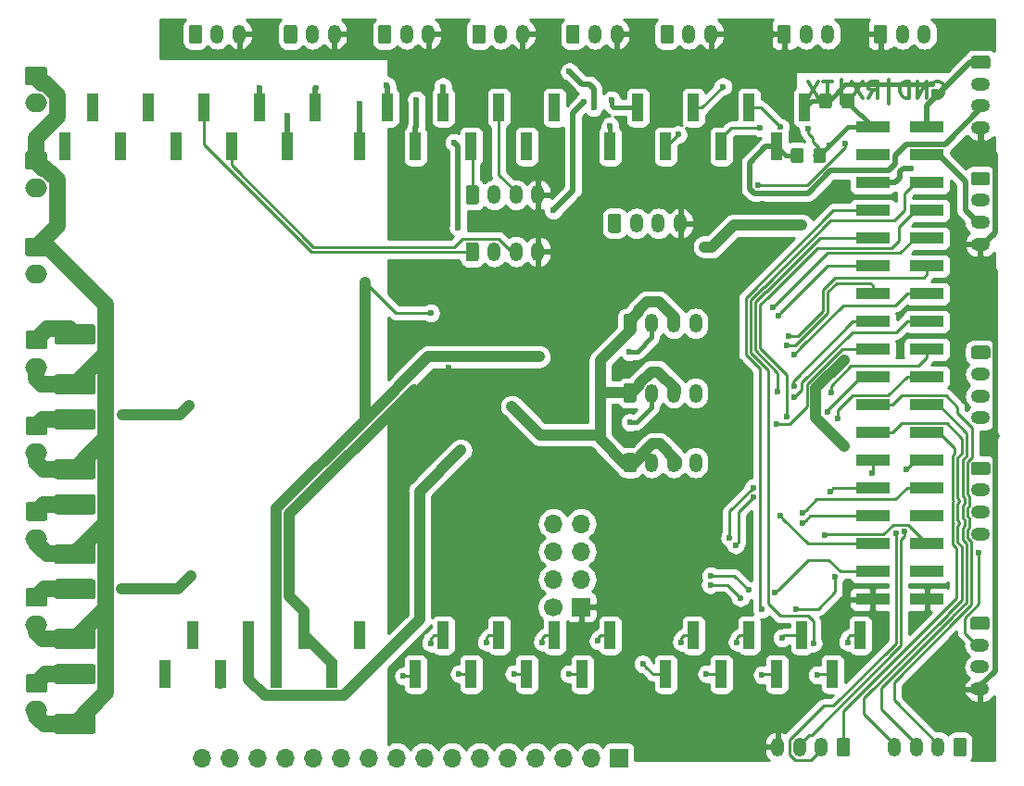
<source format=gbr>
G04 #@! TF.GenerationSoftware,KiCad,Pcbnew,(5.1.4)-1*
G04 #@! TF.CreationDate,2019-12-15T21:47:06+01:00*
G04 #@! TF.ProjectId,mainboard,6d61696e-626f-4617-9264-2e6b69636164,1.0*
G04 #@! TF.SameCoordinates,Original*
G04 #@! TF.FileFunction,Copper,L2,Bot*
G04 #@! TF.FilePolarity,Positive*
%FSLAX46Y46*%
G04 Gerber Fmt 4.6, Leading zero omitted, Abs format (unit mm)*
G04 Created by KiCad (PCBNEW (5.1.4)-1) date 2019-12-15 21:47:06*
%MOMM*%
%LPD*%
G04 APERTURE LIST*
%ADD10C,0.300000*%
%ADD11C,1.700000*%
%ADD12R,1.700000X1.700000*%
%ADD13O,1.700000X1.700000*%
%ADD14C,0.100000*%
%ADD15C,1.150000*%
%ADD16O,2.000000X1.700000*%
%ADD17R,3.150000X1.000000*%
%ADD18R,1.000000X2.510000*%
%ADD19C,1.850000*%
%ADD20O,1.200000X1.750000*%
%ADD21C,1.200000*%
%ADD22O,1.750000X1.200000*%
%ADD23C,1.000000*%
%ADD24C,0.600000*%
%ADD25C,0.800000*%
%ADD26C,1.000000*%
%ADD27C,0.250000*%
%ADD28C,0.500000*%
%ADD29C,0.400000*%
%ADD30C,1.500000*%
%ADD31C,0.254000*%
G04 APERTURE END LIST*
D10*
X193048428Y-69201000D02*
X193191285Y-69129571D01*
X193405571Y-69129571D01*
X193619857Y-69201000D01*
X193762714Y-69343857D01*
X193834142Y-69486714D01*
X193905571Y-69772428D01*
X193905571Y-69986714D01*
X193834142Y-70272428D01*
X193762714Y-70415285D01*
X193619857Y-70558142D01*
X193405571Y-70629571D01*
X193262714Y-70629571D01*
X193048428Y-70558142D01*
X192977000Y-70486714D01*
X192977000Y-69986714D01*
X193262714Y-69986714D01*
X192334142Y-70629571D02*
X192334142Y-69129571D01*
X191477000Y-70629571D01*
X191477000Y-69129571D01*
X190762714Y-70629571D02*
X190762714Y-69129571D01*
X190405571Y-69129571D01*
X190191285Y-69201000D01*
X190048428Y-69343857D01*
X189977000Y-69486714D01*
X189905571Y-69772428D01*
X189905571Y-69986714D01*
X189977000Y-70272428D01*
X190048428Y-70415285D01*
X190191285Y-70558142D01*
X190405571Y-70629571D01*
X190762714Y-70629571D01*
X188905571Y-71129571D02*
X188905571Y-68986714D01*
X186977000Y-70629571D02*
X187477000Y-69915285D01*
X187834142Y-70629571D02*
X187834142Y-69129571D01*
X187262714Y-69129571D01*
X187119857Y-69201000D01*
X187048428Y-69272428D01*
X186977000Y-69415285D01*
X186977000Y-69629571D01*
X187048428Y-69772428D01*
X187119857Y-69843857D01*
X187262714Y-69915285D01*
X187834142Y-69915285D01*
X186477000Y-69129571D02*
X185477000Y-70629571D01*
X185477000Y-69129571D02*
X186477000Y-70629571D01*
X184548428Y-71129571D02*
X184548428Y-68986714D01*
X183691285Y-69129571D02*
X182834142Y-69129571D01*
X183262714Y-70629571D02*
X183262714Y-69129571D01*
X182477000Y-69129571D02*
X181477000Y-70629571D01*
X181477000Y-69129571D02*
X182477000Y-70629571D01*
D11*
X158227000Y-117201000D03*
D12*
X160767000Y-117201000D03*
D13*
X158227000Y-114661000D03*
X160767000Y-114661000D03*
X158227000Y-112121000D03*
X160767000Y-112121000D03*
X158227000Y-109581000D03*
X160767000Y-109581000D03*
D14*
G36*
X185501505Y-70202204D02*
G01*
X185525773Y-70205804D01*
X185549572Y-70211765D01*
X185572671Y-70220030D01*
X185594850Y-70230520D01*
X185615893Y-70243132D01*
X185635599Y-70257747D01*
X185653777Y-70274223D01*
X185670253Y-70292401D01*
X185684868Y-70312107D01*
X185697480Y-70333150D01*
X185707970Y-70355329D01*
X185716235Y-70378428D01*
X185722196Y-70402227D01*
X185725796Y-70426495D01*
X185727000Y-70450999D01*
X185727000Y-71351001D01*
X185725796Y-71375505D01*
X185722196Y-71399773D01*
X185716235Y-71423572D01*
X185707970Y-71446671D01*
X185697480Y-71468850D01*
X185684868Y-71489893D01*
X185670253Y-71509599D01*
X185653777Y-71527777D01*
X185635599Y-71544253D01*
X185615893Y-71558868D01*
X185594850Y-71571480D01*
X185572671Y-71581970D01*
X185549572Y-71590235D01*
X185525773Y-71596196D01*
X185501505Y-71599796D01*
X185477001Y-71601000D01*
X184826999Y-71601000D01*
X184802495Y-71599796D01*
X184778227Y-71596196D01*
X184754428Y-71590235D01*
X184731329Y-71581970D01*
X184709150Y-71571480D01*
X184688107Y-71558868D01*
X184668401Y-71544253D01*
X184650223Y-71527777D01*
X184633747Y-71509599D01*
X184619132Y-71489893D01*
X184606520Y-71468850D01*
X184596030Y-71446671D01*
X184587765Y-71423572D01*
X184581804Y-71399773D01*
X184578204Y-71375505D01*
X184577000Y-71351001D01*
X184577000Y-70450999D01*
X184578204Y-70426495D01*
X184581804Y-70402227D01*
X184587765Y-70378428D01*
X184596030Y-70355329D01*
X184606520Y-70333150D01*
X184619132Y-70312107D01*
X184633747Y-70292401D01*
X184650223Y-70274223D01*
X184668401Y-70257747D01*
X184688107Y-70243132D01*
X184709150Y-70230520D01*
X184731329Y-70220030D01*
X184754428Y-70211765D01*
X184778227Y-70205804D01*
X184802495Y-70202204D01*
X184826999Y-70201000D01*
X185477001Y-70201000D01*
X185501505Y-70202204D01*
X185501505Y-70202204D01*
G37*
D15*
X185152000Y-70901000D03*
D14*
G36*
X183451505Y-70202204D02*
G01*
X183475773Y-70205804D01*
X183499572Y-70211765D01*
X183522671Y-70220030D01*
X183544850Y-70230520D01*
X183565893Y-70243132D01*
X183585599Y-70257747D01*
X183603777Y-70274223D01*
X183620253Y-70292401D01*
X183634868Y-70312107D01*
X183647480Y-70333150D01*
X183657970Y-70355329D01*
X183666235Y-70378428D01*
X183672196Y-70402227D01*
X183675796Y-70426495D01*
X183677000Y-70450999D01*
X183677000Y-71351001D01*
X183675796Y-71375505D01*
X183672196Y-71399773D01*
X183666235Y-71423572D01*
X183657970Y-71446671D01*
X183647480Y-71468850D01*
X183634868Y-71489893D01*
X183620253Y-71509599D01*
X183603777Y-71527777D01*
X183585599Y-71544253D01*
X183565893Y-71558868D01*
X183544850Y-71571480D01*
X183522671Y-71581970D01*
X183499572Y-71590235D01*
X183475773Y-71596196D01*
X183451505Y-71599796D01*
X183427001Y-71601000D01*
X182776999Y-71601000D01*
X182752495Y-71599796D01*
X182728227Y-71596196D01*
X182704428Y-71590235D01*
X182681329Y-71581970D01*
X182659150Y-71571480D01*
X182638107Y-71558868D01*
X182618401Y-71544253D01*
X182600223Y-71527777D01*
X182583747Y-71509599D01*
X182569132Y-71489893D01*
X182556520Y-71468850D01*
X182546030Y-71446671D01*
X182537765Y-71423572D01*
X182531804Y-71399773D01*
X182528204Y-71375505D01*
X182527000Y-71351001D01*
X182527000Y-70450999D01*
X182528204Y-70426495D01*
X182531804Y-70402227D01*
X182537765Y-70378428D01*
X182546030Y-70355329D01*
X182556520Y-70333150D01*
X182569132Y-70312107D01*
X182583747Y-70292401D01*
X182600223Y-70274223D01*
X182618401Y-70257747D01*
X182638107Y-70243132D01*
X182659150Y-70230520D01*
X182681329Y-70220030D01*
X182704428Y-70211765D01*
X182728227Y-70205804D01*
X182752495Y-70202204D01*
X182776999Y-70201000D01*
X183427001Y-70201000D01*
X183451505Y-70202204D01*
X183451505Y-70202204D01*
G37*
D15*
X183102000Y-70901000D03*
D14*
G36*
X111741504Y-67772204D02*
G01*
X111765773Y-67775804D01*
X111789571Y-67781765D01*
X111812671Y-67790030D01*
X111834849Y-67800520D01*
X111855893Y-67813133D01*
X111875598Y-67827747D01*
X111893777Y-67844223D01*
X111910253Y-67862402D01*
X111924867Y-67882107D01*
X111937480Y-67903151D01*
X111947970Y-67925329D01*
X111956235Y-67948429D01*
X111962196Y-67972227D01*
X111965796Y-67996496D01*
X111967000Y-68021000D01*
X111967000Y-69221000D01*
X111965796Y-69245504D01*
X111962196Y-69269773D01*
X111956235Y-69293571D01*
X111947970Y-69316671D01*
X111937480Y-69338849D01*
X111924867Y-69359893D01*
X111910253Y-69379598D01*
X111893777Y-69397777D01*
X111875598Y-69414253D01*
X111855893Y-69428867D01*
X111834849Y-69441480D01*
X111812671Y-69451970D01*
X111789571Y-69460235D01*
X111765773Y-69466196D01*
X111741504Y-69469796D01*
X111717000Y-69471000D01*
X110217000Y-69471000D01*
X110192496Y-69469796D01*
X110168227Y-69466196D01*
X110144429Y-69460235D01*
X110121329Y-69451970D01*
X110099151Y-69441480D01*
X110078107Y-69428867D01*
X110058402Y-69414253D01*
X110040223Y-69397777D01*
X110023747Y-69379598D01*
X110009133Y-69359893D01*
X109996520Y-69338849D01*
X109986030Y-69316671D01*
X109977765Y-69293571D01*
X109971804Y-69269773D01*
X109968204Y-69245504D01*
X109967000Y-69221000D01*
X109967000Y-68021000D01*
X109968204Y-67996496D01*
X109971804Y-67972227D01*
X109977765Y-67948429D01*
X109986030Y-67925329D01*
X109996520Y-67903151D01*
X110009133Y-67882107D01*
X110023747Y-67862402D01*
X110040223Y-67844223D01*
X110058402Y-67827747D01*
X110078107Y-67813133D01*
X110099151Y-67800520D01*
X110121329Y-67790030D01*
X110144429Y-67781765D01*
X110168227Y-67775804D01*
X110192496Y-67772204D01*
X110217000Y-67771000D01*
X111717000Y-67771000D01*
X111741504Y-67772204D01*
X111741504Y-67772204D01*
G37*
D11*
X110967000Y-68621000D03*
D16*
X110967000Y-71121000D03*
X110957000Y-78861000D03*
D14*
G36*
X111731504Y-75512204D02*
G01*
X111755773Y-75515804D01*
X111779571Y-75521765D01*
X111802671Y-75530030D01*
X111824849Y-75540520D01*
X111845893Y-75553133D01*
X111865598Y-75567747D01*
X111883777Y-75584223D01*
X111900253Y-75602402D01*
X111914867Y-75622107D01*
X111927480Y-75643151D01*
X111937970Y-75665329D01*
X111946235Y-75688429D01*
X111952196Y-75712227D01*
X111955796Y-75736496D01*
X111957000Y-75761000D01*
X111957000Y-76961000D01*
X111955796Y-76985504D01*
X111952196Y-77009773D01*
X111946235Y-77033571D01*
X111937970Y-77056671D01*
X111927480Y-77078849D01*
X111914867Y-77099893D01*
X111900253Y-77119598D01*
X111883777Y-77137777D01*
X111865598Y-77154253D01*
X111845893Y-77168867D01*
X111824849Y-77181480D01*
X111802671Y-77191970D01*
X111779571Y-77200235D01*
X111755773Y-77206196D01*
X111731504Y-77209796D01*
X111707000Y-77211000D01*
X110207000Y-77211000D01*
X110182496Y-77209796D01*
X110158227Y-77206196D01*
X110134429Y-77200235D01*
X110111329Y-77191970D01*
X110089151Y-77181480D01*
X110068107Y-77168867D01*
X110048402Y-77154253D01*
X110030223Y-77137777D01*
X110013747Y-77119598D01*
X109999133Y-77099893D01*
X109986520Y-77078849D01*
X109976030Y-77056671D01*
X109967765Y-77033571D01*
X109961804Y-77009773D01*
X109958204Y-76985504D01*
X109957000Y-76961000D01*
X109957000Y-75761000D01*
X109958204Y-75736496D01*
X109961804Y-75712227D01*
X109967765Y-75688429D01*
X109976030Y-75665329D01*
X109986520Y-75643151D01*
X109999133Y-75622107D01*
X110013747Y-75602402D01*
X110030223Y-75584223D01*
X110048402Y-75567747D01*
X110068107Y-75553133D01*
X110089151Y-75540520D01*
X110111329Y-75530030D01*
X110134429Y-75521765D01*
X110158227Y-75515804D01*
X110182496Y-75512204D01*
X110207000Y-75511000D01*
X111707000Y-75511000D01*
X111731504Y-75512204D01*
X111731504Y-75512204D01*
G37*
D11*
X110957000Y-76361000D03*
D13*
X126127000Y-131001000D03*
X128667000Y-131001000D03*
X131207000Y-131001000D03*
X133747000Y-131001000D03*
X136287000Y-131001000D03*
X138827000Y-131001000D03*
X141367000Y-131001000D03*
X143907000Y-131001000D03*
X146447000Y-131001000D03*
X148987000Y-131001000D03*
X151527000Y-131001000D03*
X154067000Y-131001000D03*
X156607000Y-131001000D03*
X159147000Y-131001000D03*
X161687000Y-131001000D03*
D12*
X164227000Y-131001000D03*
D17*
X192363000Y-116481000D03*
X187410000Y-116481000D03*
X192363000Y-113941000D03*
X187410000Y-113941000D03*
X192363000Y-111401000D03*
X187410000Y-111401000D03*
X192363000Y-108861000D03*
X187410000Y-108861000D03*
X192363000Y-106321000D03*
X187410000Y-106321000D03*
X192363000Y-103781000D03*
X187410000Y-103781000D03*
X192363000Y-101241000D03*
X187410000Y-101241000D03*
X192363000Y-98701000D03*
X187410000Y-98701000D03*
X192363000Y-96161000D03*
X187410000Y-96161000D03*
X192363000Y-93621000D03*
X187410000Y-93621000D03*
X192363000Y-91081000D03*
X187410000Y-91081000D03*
X192363000Y-88541000D03*
X187410000Y-88541000D03*
X192363000Y-86001000D03*
X187410000Y-86001000D03*
X192363000Y-83461000D03*
X187410000Y-83461000D03*
X192363000Y-80921000D03*
X187410000Y-80921000D03*
X192363000Y-78381000D03*
X187410000Y-78381000D03*
X192363000Y-75841000D03*
X187410000Y-75841000D03*
X192363000Y-73301000D03*
X187410000Y-73301000D03*
D18*
X186267000Y-119783000D03*
X183727000Y-123339000D03*
X180933000Y-119783000D03*
X178647000Y-123339000D03*
X176107000Y-119783000D03*
X173567000Y-123339000D03*
X171027000Y-119783000D03*
X168487000Y-123339000D03*
X163407000Y-119783000D03*
X160867000Y-123339000D03*
X158327000Y-119783000D03*
X155787000Y-123339000D03*
X153247000Y-119783000D03*
X150707000Y-123339000D03*
X148167000Y-119783000D03*
X122767000Y-123339000D03*
X128863000Y-75079000D03*
X126323000Y-71523000D03*
X123783000Y-75079000D03*
X118703000Y-75079000D03*
X116163000Y-71523000D03*
X113623000Y-75079000D03*
X131403000Y-71523000D03*
X133943000Y-75079000D03*
X136483000Y-71523000D03*
X121243000Y-71523000D03*
X140547000Y-75079000D03*
X143087000Y-71523000D03*
X145627000Y-75079000D03*
X148167000Y-71523000D03*
X150707000Y-75079000D03*
X153247000Y-71523000D03*
X155787000Y-75079000D03*
X158327000Y-71523000D03*
X163407000Y-75079000D03*
X165947000Y-71523000D03*
X168487000Y-75079000D03*
X171027000Y-71523000D03*
X173567000Y-75079000D03*
X176107000Y-71523000D03*
X178647000Y-75079000D03*
X181187000Y-71523000D03*
X125307000Y-119783000D03*
X127847000Y-123339000D03*
X130387000Y-119783000D03*
X132927000Y-123339000D03*
X135467000Y-119783000D03*
X138007000Y-123339000D03*
X140547000Y-119783000D03*
X145627000Y-123339000D03*
D14*
G36*
X111791504Y-99762204D02*
G01*
X111815773Y-99765804D01*
X111839571Y-99771765D01*
X111862671Y-99780030D01*
X111884849Y-99790520D01*
X111905893Y-99803133D01*
X111925598Y-99817747D01*
X111943777Y-99834223D01*
X111960253Y-99852402D01*
X111974867Y-99872107D01*
X111987480Y-99893151D01*
X111997970Y-99915329D01*
X112006235Y-99938429D01*
X112012196Y-99962227D01*
X112015796Y-99986496D01*
X112017000Y-100011000D01*
X112017000Y-101211000D01*
X112015796Y-101235504D01*
X112012196Y-101259773D01*
X112006235Y-101283571D01*
X111997970Y-101306671D01*
X111987480Y-101328849D01*
X111974867Y-101349893D01*
X111960253Y-101369598D01*
X111943777Y-101387777D01*
X111925598Y-101404253D01*
X111905893Y-101418867D01*
X111884849Y-101431480D01*
X111862671Y-101441970D01*
X111839571Y-101450235D01*
X111815773Y-101456196D01*
X111791504Y-101459796D01*
X111767000Y-101461000D01*
X110267000Y-101461000D01*
X110242496Y-101459796D01*
X110218227Y-101456196D01*
X110194429Y-101450235D01*
X110171329Y-101441970D01*
X110149151Y-101431480D01*
X110128107Y-101418867D01*
X110108402Y-101404253D01*
X110090223Y-101387777D01*
X110073747Y-101369598D01*
X110059133Y-101349893D01*
X110046520Y-101328849D01*
X110036030Y-101306671D01*
X110027765Y-101283571D01*
X110021804Y-101259773D01*
X110018204Y-101235504D01*
X110017000Y-101211000D01*
X110017000Y-100011000D01*
X110018204Y-99986496D01*
X110021804Y-99962227D01*
X110027765Y-99938429D01*
X110036030Y-99915329D01*
X110046520Y-99893151D01*
X110059133Y-99872107D01*
X110073747Y-99852402D01*
X110090223Y-99834223D01*
X110108402Y-99817747D01*
X110128107Y-99803133D01*
X110149151Y-99790520D01*
X110171329Y-99780030D01*
X110194429Y-99771765D01*
X110218227Y-99765804D01*
X110242496Y-99762204D01*
X110267000Y-99761000D01*
X111767000Y-99761000D01*
X111791504Y-99762204D01*
X111791504Y-99762204D01*
G37*
D11*
X111017000Y-100611000D03*
D16*
X111017000Y-103111000D03*
X111017000Y-110961000D03*
D14*
G36*
X111791504Y-107612204D02*
G01*
X111815773Y-107615804D01*
X111839571Y-107621765D01*
X111862671Y-107630030D01*
X111884849Y-107640520D01*
X111905893Y-107653133D01*
X111925598Y-107667747D01*
X111943777Y-107684223D01*
X111960253Y-107702402D01*
X111974867Y-107722107D01*
X111987480Y-107743151D01*
X111997970Y-107765329D01*
X112006235Y-107788429D01*
X112012196Y-107812227D01*
X112015796Y-107836496D01*
X112017000Y-107861000D01*
X112017000Y-109061000D01*
X112015796Y-109085504D01*
X112012196Y-109109773D01*
X112006235Y-109133571D01*
X111997970Y-109156671D01*
X111987480Y-109178849D01*
X111974867Y-109199893D01*
X111960253Y-109219598D01*
X111943777Y-109237777D01*
X111925598Y-109254253D01*
X111905893Y-109268867D01*
X111884849Y-109281480D01*
X111862671Y-109291970D01*
X111839571Y-109300235D01*
X111815773Y-109306196D01*
X111791504Y-109309796D01*
X111767000Y-109311000D01*
X110267000Y-109311000D01*
X110242496Y-109309796D01*
X110218227Y-109306196D01*
X110194429Y-109300235D01*
X110171329Y-109291970D01*
X110149151Y-109281480D01*
X110128107Y-109268867D01*
X110108402Y-109254253D01*
X110090223Y-109237777D01*
X110073747Y-109219598D01*
X110059133Y-109199893D01*
X110046520Y-109178849D01*
X110036030Y-109156671D01*
X110027765Y-109133571D01*
X110021804Y-109109773D01*
X110018204Y-109085504D01*
X110017000Y-109061000D01*
X110017000Y-107861000D01*
X110018204Y-107836496D01*
X110021804Y-107812227D01*
X110027765Y-107788429D01*
X110036030Y-107765329D01*
X110046520Y-107743151D01*
X110059133Y-107722107D01*
X110073747Y-107702402D01*
X110090223Y-107684223D01*
X110108402Y-107667747D01*
X110128107Y-107653133D01*
X110149151Y-107640520D01*
X110171329Y-107630030D01*
X110194429Y-107621765D01*
X110218227Y-107615804D01*
X110242496Y-107612204D01*
X110267000Y-107611000D01*
X111767000Y-107611000D01*
X111791504Y-107612204D01*
X111791504Y-107612204D01*
G37*
D11*
X111017000Y-108461000D03*
D14*
G36*
X111791504Y-115462204D02*
G01*
X111815773Y-115465804D01*
X111839571Y-115471765D01*
X111862671Y-115480030D01*
X111884849Y-115490520D01*
X111905893Y-115503133D01*
X111925598Y-115517747D01*
X111943777Y-115534223D01*
X111960253Y-115552402D01*
X111974867Y-115572107D01*
X111987480Y-115593151D01*
X111997970Y-115615329D01*
X112006235Y-115638429D01*
X112012196Y-115662227D01*
X112015796Y-115686496D01*
X112017000Y-115711000D01*
X112017000Y-116911000D01*
X112015796Y-116935504D01*
X112012196Y-116959773D01*
X112006235Y-116983571D01*
X111997970Y-117006671D01*
X111987480Y-117028849D01*
X111974867Y-117049893D01*
X111960253Y-117069598D01*
X111943777Y-117087777D01*
X111925598Y-117104253D01*
X111905893Y-117118867D01*
X111884849Y-117131480D01*
X111862671Y-117141970D01*
X111839571Y-117150235D01*
X111815773Y-117156196D01*
X111791504Y-117159796D01*
X111767000Y-117161000D01*
X110267000Y-117161000D01*
X110242496Y-117159796D01*
X110218227Y-117156196D01*
X110194429Y-117150235D01*
X110171329Y-117141970D01*
X110149151Y-117131480D01*
X110128107Y-117118867D01*
X110108402Y-117104253D01*
X110090223Y-117087777D01*
X110073747Y-117069598D01*
X110059133Y-117049893D01*
X110046520Y-117028849D01*
X110036030Y-117006671D01*
X110027765Y-116983571D01*
X110021804Y-116959773D01*
X110018204Y-116935504D01*
X110017000Y-116911000D01*
X110017000Y-115711000D01*
X110018204Y-115686496D01*
X110021804Y-115662227D01*
X110027765Y-115638429D01*
X110036030Y-115615329D01*
X110046520Y-115593151D01*
X110059133Y-115572107D01*
X110073747Y-115552402D01*
X110090223Y-115534223D01*
X110108402Y-115517747D01*
X110128107Y-115503133D01*
X110149151Y-115490520D01*
X110171329Y-115480030D01*
X110194429Y-115471765D01*
X110218227Y-115465804D01*
X110242496Y-115462204D01*
X110267000Y-115461000D01*
X111767000Y-115461000D01*
X111791504Y-115462204D01*
X111791504Y-115462204D01*
G37*
D11*
X111017000Y-116311000D03*
D16*
X111017000Y-118811000D03*
D14*
G36*
X111791504Y-123312204D02*
G01*
X111815773Y-123315804D01*
X111839571Y-123321765D01*
X111862671Y-123330030D01*
X111884849Y-123340520D01*
X111905893Y-123353133D01*
X111925598Y-123367747D01*
X111943777Y-123384223D01*
X111960253Y-123402402D01*
X111974867Y-123422107D01*
X111987480Y-123443151D01*
X111997970Y-123465329D01*
X112006235Y-123488429D01*
X112012196Y-123512227D01*
X112015796Y-123536496D01*
X112017000Y-123561000D01*
X112017000Y-124761000D01*
X112015796Y-124785504D01*
X112012196Y-124809773D01*
X112006235Y-124833571D01*
X111997970Y-124856671D01*
X111987480Y-124878849D01*
X111974867Y-124899893D01*
X111960253Y-124919598D01*
X111943777Y-124937777D01*
X111925598Y-124954253D01*
X111905893Y-124968867D01*
X111884849Y-124981480D01*
X111862671Y-124991970D01*
X111839571Y-125000235D01*
X111815773Y-125006196D01*
X111791504Y-125009796D01*
X111767000Y-125011000D01*
X110267000Y-125011000D01*
X110242496Y-125009796D01*
X110218227Y-125006196D01*
X110194429Y-125000235D01*
X110171329Y-124991970D01*
X110149151Y-124981480D01*
X110128107Y-124968867D01*
X110108402Y-124954253D01*
X110090223Y-124937777D01*
X110073747Y-124919598D01*
X110059133Y-124899893D01*
X110046520Y-124878849D01*
X110036030Y-124856671D01*
X110027765Y-124833571D01*
X110021804Y-124809773D01*
X110018204Y-124785504D01*
X110017000Y-124761000D01*
X110017000Y-123561000D01*
X110018204Y-123536496D01*
X110021804Y-123512227D01*
X110027765Y-123488429D01*
X110036030Y-123465329D01*
X110046520Y-123443151D01*
X110059133Y-123422107D01*
X110073747Y-123402402D01*
X110090223Y-123384223D01*
X110108402Y-123367747D01*
X110128107Y-123353133D01*
X110149151Y-123340520D01*
X110171329Y-123330030D01*
X110194429Y-123321765D01*
X110218227Y-123315804D01*
X110242496Y-123312204D01*
X110267000Y-123311000D01*
X111767000Y-123311000D01*
X111791504Y-123312204D01*
X111791504Y-123312204D01*
G37*
D11*
X111017000Y-124161000D03*
D16*
X111017000Y-126661000D03*
X110977000Y-86761000D03*
D14*
G36*
X111751504Y-83412204D02*
G01*
X111775773Y-83415804D01*
X111799571Y-83421765D01*
X111822671Y-83430030D01*
X111844849Y-83440520D01*
X111865893Y-83453133D01*
X111885598Y-83467747D01*
X111903777Y-83484223D01*
X111920253Y-83502402D01*
X111934867Y-83522107D01*
X111947480Y-83543151D01*
X111957970Y-83565329D01*
X111966235Y-83588429D01*
X111972196Y-83612227D01*
X111975796Y-83636496D01*
X111977000Y-83661000D01*
X111977000Y-84861000D01*
X111975796Y-84885504D01*
X111972196Y-84909773D01*
X111966235Y-84933571D01*
X111957970Y-84956671D01*
X111947480Y-84978849D01*
X111934867Y-84999893D01*
X111920253Y-85019598D01*
X111903777Y-85037777D01*
X111885598Y-85054253D01*
X111865893Y-85068867D01*
X111844849Y-85081480D01*
X111822671Y-85091970D01*
X111799571Y-85100235D01*
X111775773Y-85106196D01*
X111751504Y-85109796D01*
X111727000Y-85111000D01*
X110227000Y-85111000D01*
X110202496Y-85109796D01*
X110178227Y-85106196D01*
X110154429Y-85100235D01*
X110131329Y-85091970D01*
X110109151Y-85081480D01*
X110088107Y-85068867D01*
X110068402Y-85054253D01*
X110050223Y-85037777D01*
X110033747Y-85019598D01*
X110019133Y-84999893D01*
X110006520Y-84978849D01*
X109996030Y-84956671D01*
X109987765Y-84933571D01*
X109981804Y-84909773D01*
X109978204Y-84885504D01*
X109977000Y-84861000D01*
X109977000Y-83661000D01*
X109978204Y-83636496D01*
X109981804Y-83612227D01*
X109987765Y-83588429D01*
X109996030Y-83565329D01*
X110006520Y-83543151D01*
X110019133Y-83522107D01*
X110033747Y-83502402D01*
X110050223Y-83484223D01*
X110068402Y-83467747D01*
X110088107Y-83453133D01*
X110109151Y-83440520D01*
X110131329Y-83430030D01*
X110154429Y-83421765D01*
X110178227Y-83415804D01*
X110202496Y-83412204D01*
X110227000Y-83411000D01*
X111727000Y-83411000D01*
X111751504Y-83412204D01*
X111751504Y-83412204D01*
G37*
D11*
X110977000Y-84261000D03*
D14*
G36*
X111791504Y-91912204D02*
G01*
X111815773Y-91915804D01*
X111839571Y-91921765D01*
X111862671Y-91930030D01*
X111884849Y-91940520D01*
X111905893Y-91953133D01*
X111925598Y-91967747D01*
X111943777Y-91984223D01*
X111960253Y-92002402D01*
X111974867Y-92022107D01*
X111987480Y-92043151D01*
X111997970Y-92065329D01*
X112006235Y-92088429D01*
X112012196Y-92112227D01*
X112015796Y-92136496D01*
X112017000Y-92161000D01*
X112017000Y-93361000D01*
X112015796Y-93385504D01*
X112012196Y-93409773D01*
X112006235Y-93433571D01*
X111997970Y-93456671D01*
X111987480Y-93478849D01*
X111974867Y-93499893D01*
X111960253Y-93519598D01*
X111943777Y-93537777D01*
X111925598Y-93554253D01*
X111905893Y-93568867D01*
X111884849Y-93581480D01*
X111862671Y-93591970D01*
X111839571Y-93600235D01*
X111815773Y-93606196D01*
X111791504Y-93609796D01*
X111767000Y-93611000D01*
X110267000Y-93611000D01*
X110242496Y-93609796D01*
X110218227Y-93606196D01*
X110194429Y-93600235D01*
X110171329Y-93591970D01*
X110149151Y-93581480D01*
X110128107Y-93568867D01*
X110108402Y-93554253D01*
X110090223Y-93537777D01*
X110073747Y-93519598D01*
X110059133Y-93499893D01*
X110046520Y-93478849D01*
X110036030Y-93456671D01*
X110027765Y-93433571D01*
X110021804Y-93409773D01*
X110018204Y-93385504D01*
X110017000Y-93361000D01*
X110017000Y-92161000D01*
X110018204Y-92136496D01*
X110021804Y-92112227D01*
X110027765Y-92088429D01*
X110036030Y-92065329D01*
X110046520Y-92043151D01*
X110059133Y-92022107D01*
X110073747Y-92002402D01*
X110090223Y-91984223D01*
X110108402Y-91967747D01*
X110128107Y-91953133D01*
X110149151Y-91940520D01*
X110171329Y-91930030D01*
X110194429Y-91921765D01*
X110218227Y-91915804D01*
X110242496Y-91912204D01*
X110267000Y-91911000D01*
X111767000Y-91911000D01*
X111791504Y-91912204D01*
X111791504Y-91912204D01*
G37*
D11*
X111017000Y-92761000D03*
D16*
X111017000Y-95261000D03*
D14*
G36*
X116176505Y-126952204D02*
G01*
X116200773Y-126955804D01*
X116224572Y-126961765D01*
X116247671Y-126970030D01*
X116269850Y-126980520D01*
X116290893Y-126993132D01*
X116310599Y-127007747D01*
X116328777Y-127024223D01*
X116345253Y-127042401D01*
X116359868Y-127062107D01*
X116372480Y-127083150D01*
X116382970Y-127105329D01*
X116391235Y-127128428D01*
X116397196Y-127152227D01*
X116400796Y-127176495D01*
X116402000Y-127200999D01*
X116402000Y-128551001D01*
X116400796Y-128575505D01*
X116397196Y-128599773D01*
X116391235Y-128623572D01*
X116382970Y-128646671D01*
X116372480Y-128668850D01*
X116359868Y-128689893D01*
X116345253Y-128709599D01*
X116328777Y-128727777D01*
X116310599Y-128744253D01*
X116290893Y-128758868D01*
X116269850Y-128771480D01*
X116247671Y-128781970D01*
X116224572Y-128790235D01*
X116200773Y-128796196D01*
X116176505Y-128799796D01*
X116152001Y-128801000D01*
X112901999Y-128801000D01*
X112877495Y-128799796D01*
X112853227Y-128796196D01*
X112829428Y-128790235D01*
X112806329Y-128781970D01*
X112784150Y-128771480D01*
X112763107Y-128758868D01*
X112743401Y-128744253D01*
X112725223Y-128727777D01*
X112708747Y-128709599D01*
X112694132Y-128689893D01*
X112681520Y-128668850D01*
X112671030Y-128646671D01*
X112662765Y-128623572D01*
X112656804Y-128599773D01*
X112653204Y-128575505D01*
X112652000Y-128551001D01*
X112652000Y-127200999D01*
X112653204Y-127176495D01*
X112656804Y-127152227D01*
X112662765Y-127128428D01*
X112671030Y-127105329D01*
X112681520Y-127083150D01*
X112694132Y-127062107D01*
X112708747Y-127042401D01*
X112725223Y-127024223D01*
X112743401Y-127007747D01*
X112763107Y-126993132D01*
X112784150Y-126980520D01*
X112806329Y-126970030D01*
X112829428Y-126961765D01*
X112853227Y-126955804D01*
X112877495Y-126952204D01*
X112901999Y-126951000D01*
X116152001Y-126951000D01*
X116176505Y-126952204D01*
X116176505Y-126952204D01*
G37*
D19*
X114527000Y-127876000D03*
D14*
G36*
X116176505Y-122402204D02*
G01*
X116200773Y-122405804D01*
X116224572Y-122411765D01*
X116247671Y-122420030D01*
X116269850Y-122430520D01*
X116290893Y-122443132D01*
X116310599Y-122457747D01*
X116328777Y-122474223D01*
X116345253Y-122492401D01*
X116359868Y-122512107D01*
X116372480Y-122533150D01*
X116382970Y-122555329D01*
X116391235Y-122578428D01*
X116397196Y-122602227D01*
X116400796Y-122626495D01*
X116402000Y-122650999D01*
X116402000Y-124001001D01*
X116400796Y-124025505D01*
X116397196Y-124049773D01*
X116391235Y-124073572D01*
X116382970Y-124096671D01*
X116372480Y-124118850D01*
X116359868Y-124139893D01*
X116345253Y-124159599D01*
X116328777Y-124177777D01*
X116310599Y-124194253D01*
X116290893Y-124208868D01*
X116269850Y-124221480D01*
X116247671Y-124231970D01*
X116224572Y-124240235D01*
X116200773Y-124246196D01*
X116176505Y-124249796D01*
X116152001Y-124251000D01*
X112901999Y-124251000D01*
X112877495Y-124249796D01*
X112853227Y-124246196D01*
X112829428Y-124240235D01*
X112806329Y-124231970D01*
X112784150Y-124221480D01*
X112763107Y-124208868D01*
X112743401Y-124194253D01*
X112725223Y-124177777D01*
X112708747Y-124159599D01*
X112694132Y-124139893D01*
X112681520Y-124118850D01*
X112671030Y-124096671D01*
X112662765Y-124073572D01*
X112656804Y-124049773D01*
X112653204Y-124025505D01*
X112652000Y-124001001D01*
X112652000Y-122650999D01*
X112653204Y-122626495D01*
X112656804Y-122602227D01*
X112662765Y-122578428D01*
X112671030Y-122555329D01*
X112681520Y-122533150D01*
X112694132Y-122512107D01*
X112708747Y-122492401D01*
X112725223Y-122474223D01*
X112743401Y-122457747D01*
X112763107Y-122443132D01*
X112784150Y-122430520D01*
X112806329Y-122420030D01*
X112829428Y-122411765D01*
X112853227Y-122405804D01*
X112877495Y-122402204D01*
X112901999Y-122401000D01*
X116152001Y-122401000D01*
X116176505Y-122402204D01*
X116176505Y-122402204D01*
G37*
D19*
X114527000Y-123326000D03*
D14*
G36*
X116176505Y-103664704D02*
G01*
X116200773Y-103668304D01*
X116224572Y-103674265D01*
X116247671Y-103682530D01*
X116269850Y-103693020D01*
X116290893Y-103705632D01*
X116310599Y-103720247D01*
X116328777Y-103736723D01*
X116345253Y-103754901D01*
X116359868Y-103774607D01*
X116372480Y-103795650D01*
X116382970Y-103817829D01*
X116391235Y-103840928D01*
X116397196Y-103864727D01*
X116400796Y-103888995D01*
X116402000Y-103913499D01*
X116402000Y-105263501D01*
X116400796Y-105288005D01*
X116397196Y-105312273D01*
X116391235Y-105336072D01*
X116382970Y-105359171D01*
X116372480Y-105381350D01*
X116359868Y-105402393D01*
X116345253Y-105422099D01*
X116328777Y-105440277D01*
X116310599Y-105456753D01*
X116290893Y-105471368D01*
X116269850Y-105483980D01*
X116247671Y-105494470D01*
X116224572Y-105502735D01*
X116200773Y-105508696D01*
X116176505Y-105512296D01*
X116152001Y-105513500D01*
X112901999Y-105513500D01*
X112877495Y-105512296D01*
X112853227Y-105508696D01*
X112829428Y-105502735D01*
X112806329Y-105494470D01*
X112784150Y-105483980D01*
X112763107Y-105471368D01*
X112743401Y-105456753D01*
X112725223Y-105440277D01*
X112708747Y-105422099D01*
X112694132Y-105402393D01*
X112681520Y-105381350D01*
X112671030Y-105359171D01*
X112662765Y-105336072D01*
X112656804Y-105312273D01*
X112653204Y-105288005D01*
X112652000Y-105263501D01*
X112652000Y-103913499D01*
X112653204Y-103888995D01*
X112656804Y-103864727D01*
X112662765Y-103840928D01*
X112671030Y-103817829D01*
X112681520Y-103795650D01*
X112694132Y-103774607D01*
X112708747Y-103754901D01*
X112725223Y-103736723D01*
X112743401Y-103720247D01*
X112763107Y-103705632D01*
X112784150Y-103693020D01*
X112806329Y-103682530D01*
X112829428Y-103674265D01*
X112853227Y-103668304D01*
X112877495Y-103664704D01*
X112901999Y-103663500D01*
X116152001Y-103663500D01*
X116176505Y-103664704D01*
X116176505Y-103664704D01*
G37*
D19*
X114527000Y-104588500D03*
D14*
G36*
X116176505Y-99114704D02*
G01*
X116200773Y-99118304D01*
X116224572Y-99124265D01*
X116247671Y-99132530D01*
X116269850Y-99143020D01*
X116290893Y-99155632D01*
X116310599Y-99170247D01*
X116328777Y-99186723D01*
X116345253Y-99204901D01*
X116359868Y-99224607D01*
X116372480Y-99245650D01*
X116382970Y-99267829D01*
X116391235Y-99290928D01*
X116397196Y-99314727D01*
X116400796Y-99338995D01*
X116402000Y-99363499D01*
X116402000Y-100713501D01*
X116400796Y-100738005D01*
X116397196Y-100762273D01*
X116391235Y-100786072D01*
X116382970Y-100809171D01*
X116372480Y-100831350D01*
X116359868Y-100852393D01*
X116345253Y-100872099D01*
X116328777Y-100890277D01*
X116310599Y-100906753D01*
X116290893Y-100921368D01*
X116269850Y-100933980D01*
X116247671Y-100944470D01*
X116224572Y-100952735D01*
X116200773Y-100958696D01*
X116176505Y-100962296D01*
X116152001Y-100963500D01*
X112901999Y-100963500D01*
X112877495Y-100962296D01*
X112853227Y-100958696D01*
X112829428Y-100952735D01*
X112806329Y-100944470D01*
X112784150Y-100933980D01*
X112763107Y-100921368D01*
X112743401Y-100906753D01*
X112725223Y-100890277D01*
X112708747Y-100872099D01*
X112694132Y-100852393D01*
X112681520Y-100831350D01*
X112671030Y-100809171D01*
X112662765Y-100786072D01*
X112656804Y-100762273D01*
X112653204Y-100738005D01*
X112652000Y-100713501D01*
X112652000Y-99363499D01*
X112653204Y-99338995D01*
X112656804Y-99314727D01*
X112662765Y-99290928D01*
X112671030Y-99267829D01*
X112681520Y-99245650D01*
X112694132Y-99224607D01*
X112708747Y-99204901D01*
X112725223Y-99186723D01*
X112743401Y-99170247D01*
X112763107Y-99155632D01*
X112784150Y-99143020D01*
X112806329Y-99132530D01*
X112829428Y-99124265D01*
X112853227Y-99118304D01*
X112877495Y-99114704D01*
X112901999Y-99113500D01*
X116152001Y-99113500D01*
X116176505Y-99114704D01*
X116176505Y-99114704D01*
G37*
D19*
X114527000Y-100038500D03*
D14*
G36*
X116176505Y-106877204D02*
G01*
X116200773Y-106880804D01*
X116224572Y-106886765D01*
X116247671Y-106895030D01*
X116269850Y-106905520D01*
X116290893Y-106918132D01*
X116310599Y-106932747D01*
X116328777Y-106949223D01*
X116345253Y-106967401D01*
X116359868Y-106987107D01*
X116372480Y-107008150D01*
X116382970Y-107030329D01*
X116391235Y-107053428D01*
X116397196Y-107077227D01*
X116400796Y-107101495D01*
X116402000Y-107125999D01*
X116402000Y-108476001D01*
X116400796Y-108500505D01*
X116397196Y-108524773D01*
X116391235Y-108548572D01*
X116382970Y-108571671D01*
X116372480Y-108593850D01*
X116359868Y-108614893D01*
X116345253Y-108634599D01*
X116328777Y-108652777D01*
X116310599Y-108669253D01*
X116290893Y-108683868D01*
X116269850Y-108696480D01*
X116247671Y-108706970D01*
X116224572Y-108715235D01*
X116200773Y-108721196D01*
X116176505Y-108724796D01*
X116152001Y-108726000D01*
X112901999Y-108726000D01*
X112877495Y-108724796D01*
X112853227Y-108721196D01*
X112829428Y-108715235D01*
X112806329Y-108706970D01*
X112784150Y-108696480D01*
X112763107Y-108683868D01*
X112743401Y-108669253D01*
X112725223Y-108652777D01*
X112708747Y-108634599D01*
X112694132Y-108614893D01*
X112681520Y-108593850D01*
X112671030Y-108571671D01*
X112662765Y-108548572D01*
X112656804Y-108524773D01*
X112653204Y-108500505D01*
X112652000Y-108476001D01*
X112652000Y-107125999D01*
X112653204Y-107101495D01*
X112656804Y-107077227D01*
X112662765Y-107053428D01*
X112671030Y-107030329D01*
X112681520Y-107008150D01*
X112694132Y-106987107D01*
X112708747Y-106967401D01*
X112725223Y-106949223D01*
X112743401Y-106932747D01*
X112763107Y-106918132D01*
X112784150Y-106905520D01*
X112806329Y-106895030D01*
X112829428Y-106886765D01*
X112853227Y-106880804D01*
X112877495Y-106877204D01*
X112901999Y-106876000D01*
X116152001Y-106876000D01*
X116176505Y-106877204D01*
X116176505Y-106877204D01*
G37*
D19*
X114527000Y-107801000D03*
D14*
G36*
X116176505Y-111427204D02*
G01*
X116200773Y-111430804D01*
X116224572Y-111436765D01*
X116247671Y-111445030D01*
X116269850Y-111455520D01*
X116290893Y-111468132D01*
X116310599Y-111482747D01*
X116328777Y-111499223D01*
X116345253Y-111517401D01*
X116359868Y-111537107D01*
X116372480Y-111558150D01*
X116382970Y-111580329D01*
X116391235Y-111603428D01*
X116397196Y-111627227D01*
X116400796Y-111651495D01*
X116402000Y-111675999D01*
X116402000Y-113026001D01*
X116400796Y-113050505D01*
X116397196Y-113074773D01*
X116391235Y-113098572D01*
X116382970Y-113121671D01*
X116372480Y-113143850D01*
X116359868Y-113164893D01*
X116345253Y-113184599D01*
X116328777Y-113202777D01*
X116310599Y-113219253D01*
X116290893Y-113233868D01*
X116269850Y-113246480D01*
X116247671Y-113256970D01*
X116224572Y-113265235D01*
X116200773Y-113271196D01*
X116176505Y-113274796D01*
X116152001Y-113276000D01*
X112901999Y-113276000D01*
X112877495Y-113274796D01*
X112853227Y-113271196D01*
X112829428Y-113265235D01*
X112806329Y-113256970D01*
X112784150Y-113246480D01*
X112763107Y-113233868D01*
X112743401Y-113219253D01*
X112725223Y-113202777D01*
X112708747Y-113184599D01*
X112694132Y-113164893D01*
X112681520Y-113143850D01*
X112671030Y-113121671D01*
X112662765Y-113098572D01*
X112656804Y-113074773D01*
X112653204Y-113050505D01*
X112652000Y-113026001D01*
X112652000Y-111675999D01*
X112653204Y-111651495D01*
X112656804Y-111627227D01*
X112662765Y-111603428D01*
X112671030Y-111580329D01*
X112681520Y-111558150D01*
X112694132Y-111537107D01*
X112708747Y-111517401D01*
X112725223Y-111499223D01*
X112743401Y-111482747D01*
X112763107Y-111468132D01*
X112784150Y-111455520D01*
X112806329Y-111445030D01*
X112829428Y-111436765D01*
X112853227Y-111430804D01*
X112877495Y-111427204D01*
X112901999Y-111426000D01*
X116152001Y-111426000D01*
X116176505Y-111427204D01*
X116176505Y-111427204D01*
G37*
D19*
X114527000Y-112351000D03*
D14*
G36*
X116176505Y-114639704D02*
G01*
X116200773Y-114643304D01*
X116224572Y-114649265D01*
X116247671Y-114657530D01*
X116269850Y-114668020D01*
X116290893Y-114680632D01*
X116310599Y-114695247D01*
X116328777Y-114711723D01*
X116345253Y-114729901D01*
X116359868Y-114749607D01*
X116372480Y-114770650D01*
X116382970Y-114792829D01*
X116391235Y-114815928D01*
X116397196Y-114839727D01*
X116400796Y-114863995D01*
X116402000Y-114888499D01*
X116402000Y-116238501D01*
X116400796Y-116263005D01*
X116397196Y-116287273D01*
X116391235Y-116311072D01*
X116382970Y-116334171D01*
X116372480Y-116356350D01*
X116359868Y-116377393D01*
X116345253Y-116397099D01*
X116328777Y-116415277D01*
X116310599Y-116431753D01*
X116290893Y-116446368D01*
X116269850Y-116458980D01*
X116247671Y-116469470D01*
X116224572Y-116477735D01*
X116200773Y-116483696D01*
X116176505Y-116487296D01*
X116152001Y-116488500D01*
X112901999Y-116488500D01*
X112877495Y-116487296D01*
X112853227Y-116483696D01*
X112829428Y-116477735D01*
X112806329Y-116469470D01*
X112784150Y-116458980D01*
X112763107Y-116446368D01*
X112743401Y-116431753D01*
X112725223Y-116415277D01*
X112708747Y-116397099D01*
X112694132Y-116377393D01*
X112681520Y-116356350D01*
X112671030Y-116334171D01*
X112662765Y-116311072D01*
X112656804Y-116287273D01*
X112653204Y-116263005D01*
X112652000Y-116238501D01*
X112652000Y-114888499D01*
X112653204Y-114863995D01*
X112656804Y-114839727D01*
X112662765Y-114815928D01*
X112671030Y-114792829D01*
X112681520Y-114770650D01*
X112694132Y-114749607D01*
X112708747Y-114729901D01*
X112725223Y-114711723D01*
X112743401Y-114695247D01*
X112763107Y-114680632D01*
X112784150Y-114668020D01*
X112806329Y-114657530D01*
X112829428Y-114649265D01*
X112853227Y-114643304D01*
X112877495Y-114639704D01*
X112901999Y-114638500D01*
X116152001Y-114638500D01*
X116176505Y-114639704D01*
X116176505Y-114639704D01*
G37*
D19*
X114527000Y-115563500D03*
D14*
G36*
X116176505Y-119189704D02*
G01*
X116200773Y-119193304D01*
X116224572Y-119199265D01*
X116247671Y-119207530D01*
X116269850Y-119218020D01*
X116290893Y-119230632D01*
X116310599Y-119245247D01*
X116328777Y-119261723D01*
X116345253Y-119279901D01*
X116359868Y-119299607D01*
X116372480Y-119320650D01*
X116382970Y-119342829D01*
X116391235Y-119365928D01*
X116397196Y-119389727D01*
X116400796Y-119413995D01*
X116402000Y-119438499D01*
X116402000Y-120788501D01*
X116400796Y-120813005D01*
X116397196Y-120837273D01*
X116391235Y-120861072D01*
X116382970Y-120884171D01*
X116372480Y-120906350D01*
X116359868Y-120927393D01*
X116345253Y-120947099D01*
X116328777Y-120965277D01*
X116310599Y-120981753D01*
X116290893Y-120996368D01*
X116269850Y-121008980D01*
X116247671Y-121019470D01*
X116224572Y-121027735D01*
X116200773Y-121033696D01*
X116176505Y-121037296D01*
X116152001Y-121038500D01*
X112901999Y-121038500D01*
X112877495Y-121037296D01*
X112853227Y-121033696D01*
X112829428Y-121027735D01*
X112806329Y-121019470D01*
X112784150Y-121008980D01*
X112763107Y-120996368D01*
X112743401Y-120981753D01*
X112725223Y-120965277D01*
X112708747Y-120947099D01*
X112694132Y-120927393D01*
X112681520Y-120906350D01*
X112671030Y-120884171D01*
X112662765Y-120861072D01*
X112656804Y-120837273D01*
X112653204Y-120813005D01*
X112652000Y-120788501D01*
X112652000Y-119438499D01*
X112653204Y-119413995D01*
X112656804Y-119389727D01*
X112662765Y-119365928D01*
X112671030Y-119342829D01*
X112681520Y-119320650D01*
X112694132Y-119299607D01*
X112708747Y-119279901D01*
X112725223Y-119261723D01*
X112743401Y-119245247D01*
X112763107Y-119230632D01*
X112784150Y-119218020D01*
X112806329Y-119207530D01*
X112829428Y-119199265D01*
X112853227Y-119193304D01*
X112877495Y-119189704D01*
X112901999Y-119188500D01*
X116152001Y-119188500D01*
X116176505Y-119189704D01*
X116176505Y-119189704D01*
G37*
D19*
X114527000Y-120113500D03*
D14*
G36*
X116176505Y-91352204D02*
G01*
X116200773Y-91355804D01*
X116224572Y-91361765D01*
X116247671Y-91370030D01*
X116269850Y-91380520D01*
X116290893Y-91393132D01*
X116310599Y-91407747D01*
X116328777Y-91424223D01*
X116345253Y-91442401D01*
X116359868Y-91462107D01*
X116372480Y-91483150D01*
X116382970Y-91505329D01*
X116391235Y-91528428D01*
X116397196Y-91552227D01*
X116400796Y-91576495D01*
X116402000Y-91600999D01*
X116402000Y-92951001D01*
X116400796Y-92975505D01*
X116397196Y-92999773D01*
X116391235Y-93023572D01*
X116382970Y-93046671D01*
X116372480Y-93068850D01*
X116359868Y-93089893D01*
X116345253Y-93109599D01*
X116328777Y-93127777D01*
X116310599Y-93144253D01*
X116290893Y-93158868D01*
X116269850Y-93171480D01*
X116247671Y-93181970D01*
X116224572Y-93190235D01*
X116200773Y-93196196D01*
X116176505Y-93199796D01*
X116152001Y-93201000D01*
X112901999Y-93201000D01*
X112877495Y-93199796D01*
X112853227Y-93196196D01*
X112829428Y-93190235D01*
X112806329Y-93181970D01*
X112784150Y-93171480D01*
X112763107Y-93158868D01*
X112743401Y-93144253D01*
X112725223Y-93127777D01*
X112708747Y-93109599D01*
X112694132Y-93089893D01*
X112681520Y-93068850D01*
X112671030Y-93046671D01*
X112662765Y-93023572D01*
X112656804Y-92999773D01*
X112653204Y-92975505D01*
X112652000Y-92951001D01*
X112652000Y-91600999D01*
X112653204Y-91576495D01*
X112656804Y-91552227D01*
X112662765Y-91528428D01*
X112671030Y-91505329D01*
X112681520Y-91483150D01*
X112694132Y-91462107D01*
X112708747Y-91442401D01*
X112725223Y-91424223D01*
X112743401Y-91407747D01*
X112763107Y-91393132D01*
X112784150Y-91380520D01*
X112806329Y-91370030D01*
X112829428Y-91361765D01*
X112853227Y-91355804D01*
X112877495Y-91352204D01*
X112901999Y-91351000D01*
X116152001Y-91351000D01*
X116176505Y-91352204D01*
X116176505Y-91352204D01*
G37*
D19*
X114527000Y-92276000D03*
D14*
G36*
X116176505Y-95902204D02*
G01*
X116200773Y-95905804D01*
X116224572Y-95911765D01*
X116247671Y-95920030D01*
X116269850Y-95930520D01*
X116290893Y-95943132D01*
X116310599Y-95957747D01*
X116328777Y-95974223D01*
X116345253Y-95992401D01*
X116359868Y-96012107D01*
X116372480Y-96033150D01*
X116382970Y-96055329D01*
X116391235Y-96078428D01*
X116397196Y-96102227D01*
X116400796Y-96126495D01*
X116402000Y-96150999D01*
X116402000Y-97501001D01*
X116400796Y-97525505D01*
X116397196Y-97549773D01*
X116391235Y-97573572D01*
X116382970Y-97596671D01*
X116372480Y-97618850D01*
X116359868Y-97639893D01*
X116345253Y-97659599D01*
X116328777Y-97677777D01*
X116310599Y-97694253D01*
X116290893Y-97708868D01*
X116269850Y-97721480D01*
X116247671Y-97731970D01*
X116224572Y-97740235D01*
X116200773Y-97746196D01*
X116176505Y-97749796D01*
X116152001Y-97751000D01*
X112901999Y-97751000D01*
X112877495Y-97749796D01*
X112853227Y-97746196D01*
X112829428Y-97740235D01*
X112806329Y-97731970D01*
X112784150Y-97721480D01*
X112763107Y-97708868D01*
X112743401Y-97694253D01*
X112725223Y-97677777D01*
X112708747Y-97659599D01*
X112694132Y-97639893D01*
X112681520Y-97618850D01*
X112671030Y-97596671D01*
X112662765Y-97573572D01*
X112656804Y-97549773D01*
X112653204Y-97525505D01*
X112652000Y-97501001D01*
X112652000Y-96150999D01*
X112653204Y-96126495D01*
X112656804Y-96102227D01*
X112662765Y-96078428D01*
X112671030Y-96055329D01*
X112681520Y-96033150D01*
X112694132Y-96012107D01*
X112708747Y-95992401D01*
X112725223Y-95974223D01*
X112743401Y-95957747D01*
X112763107Y-95943132D01*
X112784150Y-95930520D01*
X112806329Y-95920030D01*
X112829428Y-95911765D01*
X112853227Y-95905804D01*
X112877495Y-95902204D01*
X112901999Y-95901000D01*
X116152001Y-95901000D01*
X116176505Y-95902204D01*
X116176505Y-95902204D01*
G37*
D19*
X114527000Y-96826000D03*
D20*
X169827000Y-82101000D03*
X167827000Y-82101000D03*
X165827000Y-82101000D03*
D14*
G36*
X164201505Y-81227204D02*
G01*
X164225773Y-81230804D01*
X164249572Y-81236765D01*
X164272671Y-81245030D01*
X164294850Y-81255520D01*
X164315893Y-81268132D01*
X164335599Y-81282747D01*
X164353777Y-81299223D01*
X164370253Y-81317401D01*
X164384868Y-81337107D01*
X164397480Y-81358150D01*
X164407970Y-81380329D01*
X164416235Y-81403428D01*
X164422196Y-81427227D01*
X164425796Y-81451495D01*
X164427000Y-81475999D01*
X164427000Y-82726001D01*
X164425796Y-82750505D01*
X164422196Y-82774773D01*
X164416235Y-82798572D01*
X164407970Y-82821671D01*
X164397480Y-82843850D01*
X164384868Y-82864893D01*
X164370253Y-82884599D01*
X164353777Y-82902777D01*
X164335599Y-82919253D01*
X164315893Y-82933868D01*
X164294850Y-82946480D01*
X164272671Y-82956970D01*
X164249572Y-82965235D01*
X164225773Y-82971196D01*
X164201505Y-82974796D01*
X164177001Y-82976000D01*
X163476999Y-82976000D01*
X163452495Y-82974796D01*
X163428227Y-82971196D01*
X163404428Y-82965235D01*
X163381329Y-82956970D01*
X163359150Y-82946480D01*
X163338107Y-82933868D01*
X163318401Y-82919253D01*
X163300223Y-82902777D01*
X163283747Y-82884599D01*
X163269132Y-82864893D01*
X163256520Y-82843850D01*
X163246030Y-82821671D01*
X163237765Y-82798572D01*
X163231804Y-82774773D01*
X163228204Y-82750505D01*
X163227000Y-82726001D01*
X163227000Y-81475999D01*
X163228204Y-81451495D01*
X163231804Y-81427227D01*
X163237765Y-81403428D01*
X163246030Y-81380329D01*
X163256520Y-81358150D01*
X163269132Y-81337107D01*
X163283747Y-81317401D01*
X163300223Y-81299223D01*
X163318401Y-81282747D01*
X163338107Y-81268132D01*
X163359150Y-81255520D01*
X163381329Y-81245030D01*
X163404428Y-81236765D01*
X163428227Y-81230804D01*
X163452495Y-81227204D01*
X163476999Y-81226000D01*
X164177001Y-81226000D01*
X164201505Y-81227204D01*
X164201505Y-81227204D01*
G37*
D21*
X163827000Y-82101000D03*
D14*
G36*
X165601505Y-103127204D02*
G01*
X165625773Y-103130804D01*
X165649572Y-103136765D01*
X165672671Y-103145030D01*
X165694850Y-103155520D01*
X165715893Y-103168132D01*
X165735599Y-103182747D01*
X165753777Y-103199223D01*
X165770253Y-103217401D01*
X165784868Y-103237107D01*
X165797480Y-103258150D01*
X165807970Y-103280329D01*
X165816235Y-103303428D01*
X165822196Y-103327227D01*
X165825796Y-103351495D01*
X165827000Y-103375999D01*
X165827000Y-104626001D01*
X165825796Y-104650505D01*
X165822196Y-104674773D01*
X165816235Y-104698572D01*
X165807970Y-104721671D01*
X165797480Y-104743850D01*
X165784868Y-104764893D01*
X165770253Y-104784599D01*
X165753777Y-104802777D01*
X165735599Y-104819253D01*
X165715893Y-104833868D01*
X165694850Y-104846480D01*
X165672671Y-104856970D01*
X165649572Y-104865235D01*
X165625773Y-104871196D01*
X165601505Y-104874796D01*
X165577001Y-104876000D01*
X164876999Y-104876000D01*
X164852495Y-104874796D01*
X164828227Y-104871196D01*
X164804428Y-104865235D01*
X164781329Y-104856970D01*
X164759150Y-104846480D01*
X164738107Y-104833868D01*
X164718401Y-104819253D01*
X164700223Y-104802777D01*
X164683747Y-104784599D01*
X164669132Y-104764893D01*
X164656520Y-104743850D01*
X164646030Y-104721671D01*
X164637765Y-104698572D01*
X164631804Y-104674773D01*
X164628204Y-104650505D01*
X164627000Y-104626001D01*
X164627000Y-103375999D01*
X164628204Y-103351495D01*
X164631804Y-103327227D01*
X164637765Y-103303428D01*
X164646030Y-103280329D01*
X164656520Y-103258150D01*
X164669132Y-103237107D01*
X164683747Y-103217401D01*
X164700223Y-103199223D01*
X164718401Y-103182747D01*
X164738107Y-103168132D01*
X164759150Y-103155520D01*
X164781329Y-103145030D01*
X164804428Y-103136765D01*
X164828227Y-103130804D01*
X164852495Y-103127204D01*
X164876999Y-103126000D01*
X165577001Y-103126000D01*
X165601505Y-103127204D01*
X165601505Y-103127204D01*
G37*
D21*
X165227000Y-104001000D03*
D20*
X167227000Y-104001000D03*
X169227000Y-104001000D03*
X171227000Y-104001000D03*
D14*
G36*
X165601505Y-96752204D02*
G01*
X165625773Y-96755804D01*
X165649572Y-96761765D01*
X165672671Y-96770030D01*
X165694850Y-96780520D01*
X165715893Y-96793132D01*
X165735599Y-96807747D01*
X165753777Y-96824223D01*
X165770253Y-96842401D01*
X165784868Y-96862107D01*
X165797480Y-96883150D01*
X165807970Y-96905329D01*
X165816235Y-96928428D01*
X165822196Y-96952227D01*
X165825796Y-96976495D01*
X165827000Y-97000999D01*
X165827000Y-98251001D01*
X165825796Y-98275505D01*
X165822196Y-98299773D01*
X165816235Y-98323572D01*
X165807970Y-98346671D01*
X165797480Y-98368850D01*
X165784868Y-98389893D01*
X165770253Y-98409599D01*
X165753777Y-98427777D01*
X165735599Y-98444253D01*
X165715893Y-98458868D01*
X165694850Y-98471480D01*
X165672671Y-98481970D01*
X165649572Y-98490235D01*
X165625773Y-98496196D01*
X165601505Y-98499796D01*
X165577001Y-98501000D01*
X164876999Y-98501000D01*
X164852495Y-98499796D01*
X164828227Y-98496196D01*
X164804428Y-98490235D01*
X164781329Y-98481970D01*
X164759150Y-98471480D01*
X164738107Y-98458868D01*
X164718401Y-98444253D01*
X164700223Y-98427777D01*
X164683747Y-98409599D01*
X164669132Y-98389893D01*
X164656520Y-98368850D01*
X164646030Y-98346671D01*
X164637765Y-98323572D01*
X164631804Y-98299773D01*
X164628204Y-98275505D01*
X164627000Y-98251001D01*
X164627000Y-97000999D01*
X164628204Y-96976495D01*
X164631804Y-96952227D01*
X164637765Y-96928428D01*
X164646030Y-96905329D01*
X164656520Y-96883150D01*
X164669132Y-96862107D01*
X164683747Y-96842401D01*
X164700223Y-96824223D01*
X164718401Y-96807747D01*
X164738107Y-96793132D01*
X164759150Y-96780520D01*
X164781329Y-96770030D01*
X164804428Y-96761765D01*
X164828227Y-96755804D01*
X164852495Y-96752204D01*
X164876999Y-96751000D01*
X165577001Y-96751000D01*
X165601505Y-96752204D01*
X165601505Y-96752204D01*
G37*
D21*
X165227000Y-97626000D03*
D20*
X167227000Y-97626000D03*
X169227000Y-97626000D03*
X171227000Y-97626000D03*
X171227000Y-91251000D03*
X169227000Y-91251000D03*
X167227000Y-91251000D03*
D14*
G36*
X165601505Y-90377204D02*
G01*
X165625773Y-90380804D01*
X165649572Y-90386765D01*
X165672671Y-90395030D01*
X165694850Y-90405520D01*
X165715893Y-90418132D01*
X165735599Y-90432747D01*
X165753777Y-90449223D01*
X165770253Y-90467401D01*
X165784868Y-90487107D01*
X165797480Y-90508150D01*
X165807970Y-90530329D01*
X165816235Y-90553428D01*
X165822196Y-90577227D01*
X165825796Y-90601495D01*
X165827000Y-90625999D01*
X165827000Y-91876001D01*
X165825796Y-91900505D01*
X165822196Y-91924773D01*
X165816235Y-91948572D01*
X165807970Y-91971671D01*
X165797480Y-91993850D01*
X165784868Y-92014893D01*
X165770253Y-92034599D01*
X165753777Y-92052777D01*
X165735599Y-92069253D01*
X165715893Y-92083868D01*
X165694850Y-92096480D01*
X165672671Y-92106970D01*
X165649572Y-92115235D01*
X165625773Y-92121196D01*
X165601505Y-92124796D01*
X165577001Y-92126000D01*
X164876999Y-92126000D01*
X164852495Y-92124796D01*
X164828227Y-92121196D01*
X164804428Y-92115235D01*
X164781329Y-92106970D01*
X164759150Y-92096480D01*
X164738107Y-92083868D01*
X164718401Y-92069253D01*
X164700223Y-92052777D01*
X164683747Y-92034599D01*
X164669132Y-92014893D01*
X164656520Y-91993850D01*
X164646030Y-91971671D01*
X164637765Y-91948572D01*
X164631804Y-91924773D01*
X164628204Y-91900505D01*
X164627000Y-91876001D01*
X164627000Y-90625999D01*
X164628204Y-90601495D01*
X164631804Y-90577227D01*
X164637765Y-90553428D01*
X164646030Y-90530329D01*
X164656520Y-90508150D01*
X164669132Y-90487107D01*
X164683747Y-90467401D01*
X164700223Y-90449223D01*
X164718401Y-90432747D01*
X164738107Y-90418132D01*
X164759150Y-90405520D01*
X164781329Y-90395030D01*
X164804428Y-90386765D01*
X164828227Y-90380804D01*
X164852495Y-90377204D01*
X164876999Y-90376000D01*
X165577001Y-90376000D01*
X165601505Y-90377204D01*
X165601505Y-90377204D01*
G37*
D21*
X165227000Y-91251000D03*
D14*
G36*
X134601505Y-63927204D02*
G01*
X134625773Y-63930804D01*
X134649572Y-63936765D01*
X134672671Y-63945030D01*
X134694850Y-63955520D01*
X134715893Y-63968132D01*
X134735599Y-63982747D01*
X134753777Y-63999223D01*
X134770253Y-64017401D01*
X134784868Y-64037107D01*
X134797480Y-64058150D01*
X134807970Y-64080329D01*
X134816235Y-64103428D01*
X134822196Y-64127227D01*
X134825796Y-64151495D01*
X134827000Y-64175999D01*
X134827000Y-65426001D01*
X134825796Y-65450505D01*
X134822196Y-65474773D01*
X134816235Y-65498572D01*
X134807970Y-65521671D01*
X134797480Y-65543850D01*
X134784868Y-65564893D01*
X134770253Y-65584599D01*
X134753777Y-65602777D01*
X134735599Y-65619253D01*
X134715893Y-65633868D01*
X134694850Y-65646480D01*
X134672671Y-65656970D01*
X134649572Y-65665235D01*
X134625773Y-65671196D01*
X134601505Y-65674796D01*
X134577001Y-65676000D01*
X133876999Y-65676000D01*
X133852495Y-65674796D01*
X133828227Y-65671196D01*
X133804428Y-65665235D01*
X133781329Y-65656970D01*
X133759150Y-65646480D01*
X133738107Y-65633868D01*
X133718401Y-65619253D01*
X133700223Y-65602777D01*
X133683747Y-65584599D01*
X133669132Y-65564893D01*
X133656520Y-65543850D01*
X133646030Y-65521671D01*
X133637765Y-65498572D01*
X133631804Y-65474773D01*
X133628204Y-65450505D01*
X133627000Y-65426001D01*
X133627000Y-64175999D01*
X133628204Y-64151495D01*
X133631804Y-64127227D01*
X133637765Y-64103428D01*
X133646030Y-64080329D01*
X133656520Y-64058150D01*
X133669132Y-64037107D01*
X133683747Y-64017401D01*
X133700223Y-63999223D01*
X133718401Y-63982747D01*
X133738107Y-63968132D01*
X133759150Y-63955520D01*
X133781329Y-63945030D01*
X133804428Y-63936765D01*
X133828227Y-63930804D01*
X133852495Y-63927204D01*
X133876999Y-63926000D01*
X134577001Y-63926000D01*
X134601505Y-63927204D01*
X134601505Y-63927204D01*
G37*
D21*
X134227000Y-64801000D03*
D20*
X136227000Y-64801000D03*
X138227000Y-64801000D03*
D22*
X197202000Y-124676000D03*
X197202000Y-122676000D03*
X197202000Y-120676000D03*
D14*
G36*
X197851505Y-118077204D02*
G01*
X197875773Y-118080804D01*
X197899572Y-118086765D01*
X197922671Y-118095030D01*
X197944850Y-118105520D01*
X197965893Y-118118132D01*
X197985599Y-118132747D01*
X198003777Y-118149223D01*
X198020253Y-118167401D01*
X198034868Y-118187107D01*
X198047480Y-118208150D01*
X198057970Y-118230329D01*
X198066235Y-118253428D01*
X198072196Y-118277227D01*
X198075796Y-118301495D01*
X198077000Y-118325999D01*
X198077000Y-119026001D01*
X198075796Y-119050505D01*
X198072196Y-119074773D01*
X198066235Y-119098572D01*
X198057970Y-119121671D01*
X198047480Y-119143850D01*
X198034868Y-119164893D01*
X198020253Y-119184599D01*
X198003777Y-119202777D01*
X197985599Y-119219253D01*
X197965893Y-119233868D01*
X197944850Y-119246480D01*
X197922671Y-119256970D01*
X197899572Y-119265235D01*
X197875773Y-119271196D01*
X197851505Y-119274796D01*
X197827001Y-119276000D01*
X196576999Y-119276000D01*
X196552495Y-119274796D01*
X196528227Y-119271196D01*
X196504428Y-119265235D01*
X196481329Y-119256970D01*
X196459150Y-119246480D01*
X196438107Y-119233868D01*
X196418401Y-119219253D01*
X196400223Y-119202777D01*
X196383747Y-119184599D01*
X196369132Y-119164893D01*
X196356520Y-119143850D01*
X196346030Y-119121671D01*
X196337765Y-119098572D01*
X196331804Y-119074773D01*
X196328204Y-119050505D01*
X196327000Y-119026001D01*
X196327000Y-118325999D01*
X196328204Y-118301495D01*
X196331804Y-118277227D01*
X196337765Y-118253428D01*
X196346030Y-118230329D01*
X196356520Y-118208150D01*
X196369132Y-118187107D01*
X196383747Y-118167401D01*
X196400223Y-118149223D01*
X196418401Y-118132747D01*
X196438107Y-118118132D01*
X196459150Y-118105520D01*
X196481329Y-118095030D01*
X196504428Y-118086765D01*
X196528227Y-118080804D01*
X196552495Y-118077204D01*
X196576999Y-118076000D01*
X197827001Y-118076000D01*
X197851505Y-118077204D01*
X197851505Y-118077204D01*
G37*
D21*
X197202000Y-118676000D03*
D22*
X197252000Y-84001000D03*
X197252000Y-82001000D03*
X197252000Y-80001000D03*
D14*
G36*
X197901505Y-77402204D02*
G01*
X197925773Y-77405804D01*
X197949572Y-77411765D01*
X197972671Y-77420030D01*
X197994850Y-77430520D01*
X198015893Y-77443132D01*
X198035599Y-77457747D01*
X198053777Y-77474223D01*
X198070253Y-77492401D01*
X198084868Y-77512107D01*
X198097480Y-77533150D01*
X198107970Y-77555329D01*
X198116235Y-77578428D01*
X198122196Y-77602227D01*
X198125796Y-77626495D01*
X198127000Y-77650999D01*
X198127000Y-78351001D01*
X198125796Y-78375505D01*
X198122196Y-78399773D01*
X198116235Y-78423572D01*
X198107970Y-78446671D01*
X198097480Y-78468850D01*
X198084868Y-78489893D01*
X198070253Y-78509599D01*
X198053777Y-78527777D01*
X198035599Y-78544253D01*
X198015893Y-78558868D01*
X197994850Y-78571480D01*
X197972671Y-78581970D01*
X197949572Y-78590235D01*
X197925773Y-78596196D01*
X197901505Y-78599796D01*
X197877001Y-78601000D01*
X196626999Y-78601000D01*
X196602495Y-78599796D01*
X196578227Y-78596196D01*
X196554428Y-78590235D01*
X196531329Y-78581970D01*
X196509150Y-78571480D01*
X196488107Y-78558868D01*
X196468401Y-78544253D01*
X196450223Y-78527777D01*
X196433747Y-78509599D01*
X196419132Y-78489893D01*
X196406520Y-78468850D01*
X196396030Y-78446671D01*
X196387765Y-78423572D01*
X196381804Y-78399773D01*
X196378204Y-78375505D01*
X196377000Y-78351001D01*
X196377000Y-77650999D01*
X196378204Y-77626495D01*
X196381804Y-77602227D01*
X196387765Y-77578428D01*
X196396030Y-77555329D01*
X196406520Y-77533150D01*
X196419132Y-77512107D01*
X196433747Y-77492401D01*
X196450223Y-77474223D01*
X196468401Y-77457747D01*
X196488107Y-77443132D01*
X196509150Y-77430520D01*
X196531329Y-77420030D01*
X196554428Y-77411765D01*
X196578227Y-77405804D01*
X196602495Y-77402204D01*
X196626999Y-77401000D01*
X197877001Y-77401000D01*
X197901505Y-77402204D01*
X197901505Y-77402204D01*
G37*
D21*
X197252000Y-78001000D03*
D14*
G36*
X197926505Y-66777204D02*
G01*
X197950773Y-66780804D01*
X197974572Y-66786765D01*
X197997671Y-66795030D01*
X198019850Y-66805520D01*
X198040893Y-66818132D01*
X198060599Y-66832747D01*
X198078777Y-66849223D01*
X198095253Y-66867401D01*
X198109868Y-66887107D01*
X198122480Y-66908150D01*
X198132970Y-66930329D01*
X198141235Y-66953428D01*
X198147196Y-66977227D01*
X198150796Y-67001495D01*
X198152000Y-67025999D01*
X198152000Y-67726001D01*
X198150796Y-67750505D01*
X198147196Y-67774773D01*
X198141235Y-67798572D01*
X198132970Y-67821671D01*
X198122480Y-67843850D01*
X198109868Y-67864893D01*
X198095253Y-67884599D01*
X198078777Y-67902777D01*
X198060599Y-67919253D01*
X198040893Y-67933868D01*
X198019850Y-67946480D01*
X197997671Y-67956970D01*
X197974572Y-67965235D01*
X197950773Y-67971196D01*
X197926505Y-67974796D01*
X197902001Y-67976000D01*
X196651999Y-67976000D01*
X196627495Y-67974796D01*
X196603227Y-67971196D01*
X196579428Y-67965235D01*
X196556329Y-67956970D01*
X196534150Y-67946480D01*
X196513107Y-67933868D01*
X196493401Y-67919253D01*
X196475223Y-67902777D01*
X196458747Y-67884599D01*
X196444132Y-67864893D01*
X196431520Y-67843850D01*
X196421030Y-67821671D01*
X196412765Y-67798572D01*
X196406804Y-67774773D01*
X196403204Y-67750505D01*
X196402000Y-67726001D01*
X196402000Y-67025999D01*
X196403204Y-67001495D01*
X196406804Y-66977227D01*
X196412765Y-66953428D01*
X196421030Y-66930329D01*
X196431520Y-66908150D01*
X196444132Y-66887107D01*
X196458747Y-66867401D01*
X196475223Y-66849223D01*
X196493401Y-66832747D01*
X196513107Y-66818132D01*
X196534150Y-66805520D01*
X196556329Y-66795030D01*
X196579428Y-66786765D01*
X196603227Y-66780804D01*
X196627495Y-66777204D01*
X196651999Y-66776000D01*
X197902001Y-66776000D01*
X197926505Y-66777204D01*
X197926505Y-66777204D01*
G37*
D21*
X197277000Y-67376000D03*
D22*
X197277000Y-69376000D03*
X197277000Y-71376000D03*
X197277000Y-73376000D03*
D14*
G36*
X179701505Y-63927204D02*
G01*
X179725773Y-63930804D01*
X179749572Y-63936765D01*
X179772671Y-63945030D01*
X179794850Y-63955520D01*
X179815893Y-63968132D01*
X179835599Y-63982747D01*
X179853777Y-63999223D01*
X179870253Y-64017401D01*
X179884868Y-64037107D01*
X179897480Y-64058150D01*
X179907970Y-64080329D01*
X179916235Y-64103428D01*
X179922196Y-64127227D01*
X179925796Y-64151495D01*
X179927000Y-64175999D01*
X179927000Y-65426001D01*
X179925796Y-65450505D01*
X179922196Y-65474773D01*
X179916235Y-65498572D01*
X179907970Y-65521671D01*
X179897480Y-65543850D01*
X179884868Y-65564893D01*
X179870253Y-65584599D01*
X179853777Y-65602777D01*
X179835599Y-65619253D01*
X179815893Y-65633868D01*
X179794850Y-65646480D01*
X179772671Y-65656970D01*
X179749572Y-65665235D01*
X179725773Y-65671196D01*
X179701505Y-65674796D01*
X179677001Y-65676000D01*
X178976999Y-65676000D01*
X178952495Y-65674796D01*
X178928227Y-65671196D01*
X178904428Y-65665235D01*
X178881329Y-65656970D01*
X178859150Y-65646480D01*
X178838107Y-65633868D01*
X178818401Y-65619253D01*
X178800223Y-65602777D01*
X178783747Y-65584599D01*
X178769132Y-65564893D01*
X178756520Y-65543850D01*
X178746030Y-65521671D01*
X178737765Y-65498572D01*
X178731804Y-65474773D01*
X178728204Y-65450505D01*
X178727000Y-65426001D01*
X178727000Y-64175999D01*
X178728204Y-64151495D01*
X178731804Y-64127227D01*
X178737765Y-64103428D01*
X178746030Y-64080329D01*
X178756520Y-64058150D01*
X178769132Y-64037107D01*
X178783747Y-64017401D01*
X178800223Y-63999223D01*
X178818401Y-63982747D01*
X178838107Y-63968132D01*
X178859150Y-63955520D01*
X178881329Y-63945030D01*
X178904428Y-63936765D01*
X178928227Y-63930804D01*
X178952495Y-63927204D01*
X178976999Y-63926000D01*
X179677001Y-63926000D01*
X179701505Y-63927204D01*
X179701505Y-63927204D01*
G37*
D21*
X179327000Y-64801000D03*
D20*
X181327000Y-64801000D03*
X183327000Y-64801000D03*
D14*
G36*
X195751865Y-129127202D02*
G01*
X195776095Y-129130796D01*
X195799855Y-129136748D01*
X195822918Y-129145000D01*
X195845061Y-129155472D01*
X195866070Y-129168065D01*
X195885745Y-129182657D01*
X195903894Y-129199106D01*
X195920343Y-129217255D01*
X195934935Y-129236930D01*
X195947528Y-129257939D01*
X195958000Y-129280082D01*
X195966252Y-129303145D01*
X195972204Y-129326905D01*
X195975798Y-129351135D01*
X195977000Y-129375600D01*
X195977000Y-130626400D01*
X195975798Y-130650865D01*
X195972204Y-130675095D01*
X195966252Y-130698855D01*
X195958000Y-130721918D01*
X195947528Y-130744061D01*
X195934935Y-130765070D01*
X195920343Y-130784745D01*
X195903894Y-130802894D01*
X195885745Y-130819343D01*
X195866070Y-130833935D01*
X195845061Y-130846528D01*
X195822918Y-130857000D01*
X195799855Y-130865252D01*
X195776095Y-130871204D01*
X195751865Y-130874798D01*
X195727400Y-130876000D01*
X195026600Y-130876000D01*
X195002135Y-130874798D01*
X194977905Y-130871204D01*
X194954145Y-130865252D01*
X194931082Y-130857000D01*
X194908939Y-130846528D01*
X194887930Y-130833935D01*
X194868255Y-130819343D01*
X194850106Y-130802894D01*
X194833657Y-130784745D01*
X194819065Y-130765070D01*
X194806472Y-130744061D01*
X194796000Y-130721918D01*
X194787748Y-130698855D01*
X194781796Y-130675095D01*
X194778202Y-130650865D01*
X194777000Y-130626400D01*
X194777000Y-129375600D01*
X194778202Y-129351135D01*
X194781796Y-129326905D01*
X194787748Y-129303145D01*
X194796000Y-129280082D01*
X194806472Y-129257939D01*
X194819065Y-129236930D01*
X194833657Y-129217255D01*
X194850106Y-129199106D01*
X194868255Y-129182657D01*
X194887930Y-129168065D01*
X194908939Y-129155472D01*
X194931082Y-129145000D01*
X194954145Y-129136748D01*
X194977905Y-129130796D01*
X195002135Y-129127202D01*
X195026600Y-129126000D01*
X195727400Y-129126000D01*
X195751865Y-129127202D01*
X195751865Y-129127202D01*
G37*
D21*
X195377000Y-130001000D03*
D20*
X193377000Y-130001000D03*
X191377000Y-130001000D03*
X189377000Y-130001000D03*
X178727000Y-130001000D03*
X180727000Y-130001000D03*
X182727000Y-130001000D03*
D14*
G36*
X185101505Y-129127204D02*
G01*
X185125773Y-129130804D01*
X185149572Y-129136765D01*
X185172671Y-129145030D01*
X185194850Y-129155520D01*
X185215893Y-129168132D01*
X185235599Y-129182747D01*
X185253777Y-129199223D01*
X185270253Y-129217401D01*
X185284868Y-129237107D01*
X185297480Y-129258150D01*
X185307970Y-129280329D01*
X185316235Y-129303428D01*
X185322196Y-129327227D01*
X185325796Y-129351495D01*
X185327000Y-129375999D01*
X185327000Y-130626001D01*
X185325796Y-130650505D01*
X185322196Y-130674773D01*
X185316235Y-130698572D01*
X185307970Y-130721671D01*
X185297480Y-130743850D01*
X185284868Y-130764893D01*
X185270253Y-130784599D01*
X185253777Y-130802777D01*
X185235599Y-130819253D01*
X185215893Y-130833868D01*
X185194850Y-130846480D01*
X185172671Y-130856970D01*
X185149572Y-130865235D01*
X185125773Y-130871196D01*
X185101505Y-130874796D01*
X185077001Y-130876000D01*
X184376999Y-130876000D01*
X184352495Y-130874796D01*
X184328227Y-130871196D01*
X184304428Y-130865235D01*
X184281329Y-130856970D01*
X184259150Y-130846480D01*
X184238107Y-130833868D01*
X184218401Y-130819253D01*
X184200223Y-130802777D01*
X184183747Y-130784599D01*
X184169132Y-130764893D01*
X184156520Y-130743850D01*
X184146030Y-130721671D01*
X184137765Y-130698572D01*
X184131804Y-130674773D01*
X184128204Y-130650505D01*
X184127000Y-130626001D01*
X184127000Y-129375999D01*
X184128204Y-129351495D01*
X184131804Y-129327227D01*
X184137765Y-129303428D01*
X184146030Y-129280329D01*
X184156520Y-129258150D01*
X184169132Y-129237107D01*
X184183747Y-129217401D01*
X184200223Y-129199223D01*
X184218401Y-129182747D01*
X184238107Y-129168132D01*
X184259150Y-129155520D01*
X184281329Y-129145030D01*
X184304428Y-129136765D01*
X184328227Y-129130804D01*
X184352495Y-129127204D01*
X184376999Y-129126000D01*
X185077001Y-129126000D01*
X185101505Y-129127204D01*
X185101505Y-129127204D01*
G37*
D21*
X184727000Y-130001000D03*
D20*
X192127000Y-64801000D03*
X190127000Y-64801000D03*
D14*
G36*
X188501505Y-63927204D02*
G01*
X188525773Y-63930804D01*
X188549572Y-63936765D01*
X188572671Y-63945030D01*
X188594850Y-63955520D01*
X188615893Y-63968132D01*
X188635599Y-63982747D01*
X188653777Y-63999223D01*
X188670253Y-64017401D01*
X188684868Y-64037107D01*
X188697480Y-64058150D01*
X188707970Y-64080329D01*
X188716235Y-64103428D01*
X188722196Y-64127227D01*
X188725796Y-64151495D01*
X188727000Y-64175999D01*
X188727000Y-65426001D01*
X188725796Y-65450505D01*
X188722196Y-65474773D01*
X188716235Y-65498572D01*
X188707970Y-65521671D01*
X188697480Y-65543850D01*
X188684868Y-65564893D01*
X188670253Y-65584599D01*
X188653777Y-65602777D01*
X188635599Y-65619253D01*
X188615893Y-65633868D01*
X188594850Y-65646480D01*
X188572671Y-65656970D01*
X188549572Y-65665235D01*
X188525773Y-65671196D01*
X188501505Y-65674796D01*
X188477001Y-65676000D01*
X187776999Y-65676000D01*
X187752495Y-65674796D01*
X187728227Y-65671196D01*
X187704428Y-65665235D01*
X187681329Y-65656970D01*
X187659150Y-65646480D01*
X187638107Y-65633868D01*
X187618401Y-65619253D01*
X187600223Y-65602777D01*
X187583747Y-65584599D01*
X187569132Y-65564893D01*
X187556520Y-65543850D01*
X187546030Y-65521671D01*
X187537765Y-65498572D01*
X187531804Y-65474773D01*
X187528204Y-65450505D01*
X187527000Y-65426001D01*
X187527000Y-64175999D01*
X187528204Y-64151495D01*
X187531804Y-64127227D01*
X187537765Y-64103428D01*
X187546030Y-64080329D01*
X187556520Y-64058150D01*
X187569132Y-64037107D01*
X187583747Y-64017401D01*
X187600223Y-63999223D01*
X187618401Y-63982747D01*
X187638107Y-63968132D01*
X187659150Y-63955520D01*
X187681329Y-63945030D01*
X187704428Y-63936765D01*
X187728227Y-63930804D01*
X187752495Y-63927204D01*
X187776999Y-63926000D01*
X188477001Y-63926000D01*
X188501505Y-63927204D01*
X188501505Y-63927204D01*
G37*
D21*
X188127000Y-64801000D03*
D14*
G36*
X169001505Y-63927204D02*
G01*
X169025773Y-63930804D01*
X169049572Y-63936765D01*
X169072671Y-63945030D01*
X169094850Y-63955520D01*
X169115893Y-63968132D01*
X169135599Y-63982747D01*
X169153777Y-63999223D01*
X169170253Y-64017401D01*
X169184868Y-64037107D01*
X169197480Y-64058150D01*
X169207970Y-64080329D01*
X169216235Y-64103428D01*
X169222196Y-64127227D01*
X169225796Y-64151495D01*
X169227000Y-64175999D01*
X169227000Y-65426001D01*
X169225796Y-65450505D01*
X169222196Y-65474773D01*
X169216235Y-65498572D01*
X169207970Y-65521671D01*
X169197480Y-65543850D01*
X169184868Y-65564893D01*
X169170253Y-65584599D01*
X169153777Y-65602777D01*
X169135599Y-65619253D01*
X169115893Y-65633868D01*
X169094850Y-65646480D01*
X169072671Y-65656970D01*
X169049572Y-65665235D01*
X169025773Y-65671196D01*
X169001505Y-65674796D01*
X168977001Y-65676000D01*
X168276999Y-65676000D01*
X168252495Y-65674796D01*
X168228227Y-65671196D01*
X168204428Y-65665235D01*
X168181329Y-65656970D01*
X168159150Y-65646480D01*
X168138107Y-65633868D01*
X168118401Y-65619253D01*
X168100223Y-65602777D01*
X168083747Y-65584599D01*
X168069132Y-65564893D01*
X168056520Y-65543850D01*
X168046030Y-65521671D01*
X168037765Y-65498572D01*
X168031804Y-65474773D01*
X168028204Y-65450505D01*
X168027000Y-65426001D01*
X168027000Y-64175999D01*
X168028204Y-64151495D01*
X168031804Y-64127227D01*
X168037765Y-64103428D01*
X168046030Y-64080329D01*
X168056520Y-64058150D01*
X168069132Y-64037107D01*
X168083747Y-64017401D01*
X168100223Y-63999223D01*
X168118401Y-63982747D01*
X168138107Y-63968132D01*
X168159150Y-63955520D01*
X168181329Y-63945030D01*
X168204428Y-63936765D01*
X168228227Y-63930804D01*
X168252495Y-63927204D01*
X168276999Y-63926000D01*
X168977001Y-63926000D01*
X169001505Y-63927204D01*
X169001505Y-63927204D01*
G37*
D21*
X168627000Y-64801000D03*
D20*
X170627000Y-64801000D03*
X172627000Y-64801000D03*
D14*
G36*
X160401505Y-63927204D02*
G01*
X160425773Y-63930804D01*
X160449572Y-63936765D01*
X160472671Y-63945030D01*
X160494850Y-63955520D01*
X160515893Y-63968132D01*
X160535599Y-63982747D01*
X160553777Y-63999223D01*
X160570253Y-64017401D01*
X160584868Y-64037107D01*
X160597480Y-64058150D01*
X160607970Y-64080329D01*
X160616235Y-64103428D01*
X160622196Y-64127227D01*
X160625796Y-64151495D01*
X160627000Y-64175999D01*
X160627000Y-65426001D01*
X160625796Y-65450505D01*
X160622196Y-65474773D01*
X160616235Y-65498572D01*
X160607970Y-65521671D01*
X160597480Y-65543850D01*
X160584868Y-65564893D01*
X160570253Y-65584599D01*
X160553777Y-65602777D01*
X160535599Y-65619253D01*
X160515893Y-65633868D01*
X160494850Y-65646480D01*
X160472671Y-65656970D01*
X160449572Y-65665235D01*
X160425773Y-65671196D01*
X160401505Y-65674796D01*
X160377001Y-65676000D01*
X159676999Y-65676000D01*
X159652495Y-65674796D01*
X159628227Y-65671196D01*
X159604428Y-65665235D01*
X159581329Y-65656970D01*
X159559150Y-65646480D01*
X159538107Y-65633868D01*
X159518401Y-65619253D01*
X159500223Y-65602777D01*
X159483747Y-65584599D01*
X159469132Y-65564893D01*
X159456520Y-65543850D01*
X159446030Y-65521671D01*
X159437765Y-65498572D01*
X159431804Y-65474773D01*
X159428204Y-65450505D01*
X159427000Y-65426001D01*
X159427000Y-64175999D01*
X159428204Y-64151495D01*
X159431804Y-64127227D01*
X159437765Y-64103428D01*
X159446030Y-64080329D01*
X159456520Y-64058150D01*
X159469132Y-64037107D01*
X159483747Y-64017401D01*
X159500223Y-63999223D01*
X159518401Y-63982747D01*
X159538107Y-63968132D01*
X159559150Y-63955520D01*
X159581329Y-63945030D01*
X159604428Y-63936765D01*
X159628227Y-63930804D01*
X159652495Y-63927204D01*
X159676999Y-63926000D01*
X160377001Y-63926000D01*
X160401505Y-63927204D01*
X160401505Y-63927204D01*
G37*
D21*
X160027000Y-64801000D03*
D20*
X162027000Y-64801000D03*
X164027000Y-64801000D03*
X129527000Y-64801000D03*
X127527000Y-64801000D03*
D14*
G36*
X125901505Y-63927204D02*
G01*
X125925773Y-63930804D01*
X125949572Y-63936765D01*
X125972671Y-63945030D01*
X125994850Y-63955520D01*
X126015893Y-63968132D01*
X126035599Y-63982747D01*
X126053777Y-63999223D01*
X126070253Y-64017401D01*
X126084868Y-64037107D01*
X126097480Y-64058150D01*
X126107970Y-64080329D01*
X126116235Y-64103428D01*
X126122196Y-64127227D01*
X126125796Y-64151495D01*
X126127000Y-64175999D01*
X126127000Y-65426001D01*
X126125796Y-65450505D01*
X126122196Y-65474773D01*
X126116235Y-65498572D01*
X126107970Y-65521671D01*
X126097480Y-65543850D01*
X126084868Y-65564893D01*
X126070253Y-65584599D01*
X126053777Y-65602777D01*
X126035599Y-65619253D01*
X126015893Y-65633868D01*
X125994850Y-65646480D01*
X125972671Y-65656970D01*
X125949572Y-65665235D01*
X125925773Y-65671196D01*
X125901505Y-65674796D01*
X125877001Y-65676000D01*
X125176999Y-65676000D01*
X125152495Y-65674796D01*
X125128227Y-65671196D01*
X125104428Y-65665235D01*
X125081329Y-65656970D01*
X125059150Y-65646480D01*
X125038107Y-65633868D01*
X125018401Y-65619253D01*
X125000223Y-65602777D01*
X124983747Y-65584599D01*
X124969132Y-65564893D01*
X124956520Y-65543850D01*
X124946030Y-65521671D01*
X124937765Y-65498572D01*
X124931804Y-65474773D01*
X124928204Y-65450505D01*
X124927000Y-65426001D01*
X124927000Y-64175999D01*
X124928204Y-64151495D01*
X124931804Y-64127227D01*
X124937765Y-64103428D01*
X124946030Y-64080329D01*
X124956520Y-64058150D01*
X124969132Y-64037107D01*
X124983747Y-64017401D01*
X125000223Y-63999223D01*
X125018401Y-63982747D01*
X125038107Y-63968132D01*
X125059150Y-63955520D01*
X125081329Y-63945030D01*
X125104428Y-63936765D01*
X125128227Y-63930804D01*
X125152495Y-63927204D01*
X125176999Y-63926000D01*
X125877001Y-63926000D01*
X125901505Y-63927204D01*
X125901505Y-63927204D01*
G37*
D21*
X125527000Y-64801000D03*
D20*
X156827000Y-79501000D03*
X154827000Y-79501000D03*
X152827000Y-79501000D03*
D14*
G36*
X151201505Y-78627204D02*
G01*
X151225773Y-78630804D01*
X151249572Y-78636765D01*
X151272671Y-78645030D01*
X151294850Y-78655520D01*
X151315893Y-78668132D01*
X151335599Y-78682747D01*
X151353777Y-78699223D01*
X151370253Y-78717401D01*
X151384868Y-78737107D01*
X151397480Y-78758150D01*
X151407970Y-78780329D01*
X151416235Y-78803428D01*
X151422196Y-78827227D01*
X151425796Y-78851495D01*
X151427000Y-78875999D01*
X151427000Y-80126001D01*
X151425796Y-80150505D01*
X151422196Y-80174773D01*
X151416235Y-80198572D01*
X151407970Y-80221671D01*
X151397480Y-80243850D01*
X151384868Y-80264893D01*
X151370253Y-80284599D01*
X151353777Y-80302777D01*
X151335599Y-80319253D01*
X151315893Y-80333868D01*
X151294850Y-80346480D01*
X151272671Y-80356970D01*
X151249572Y-80365235D01*
X151225773Y-80371196D01*
X151201505Y-80374796D01*
X151177001Y-80376000D01*
X150476999Y-80376000D01*
X150452495Y-80374796D01*
X150428227Y-80371196D01*
X150404428Y-80365235D01*
X150381329Y-80356970D01*
X150359150Y-80346480D01*
X150338107Y-80333868D01*
X150318401Y-80319253D01*
X150300223Y-80302777D01*
X150283747Y-80284599D01*
X150269132Y-80264893D01*
X150256520Y-80243850D01*
X150246030Y-80221671D01*
X150237765Y-80198572D01*
X150231804Y-80174773D01*
X150228204Y-80150505D01*
X150227000Y-80126001D01*
X150227000Y-78875999D01*
X150228204Y-78851495D01*
X150231804Y-78827227D01*
X150237765Y-78803428D01*
X150246030Y-78780329D01*
X150256520Y-78758150D01*
X150269132Y-78737107D01*
X150283747Y-78717401D01*
X150300223Y-78699223D01*
X150318401Y-78682747D01*
X150338107Y-78668132D01*
X150359150Y-78655520D01*
X150381329Y-78645030D01*
X150404428Y-78636765D01*
X150428227Y-78630804D01*
X150452495Y-78627204D01*
X150476999Y-78626000D01*
X151177001Y-78626000D01*
X151201505Y-78627204D01*
X151201505Y-78627204D01*
G37*
D21*
X150827000Y-79501000D03*
D14*
G36*
X151201505Y-83827204D02*
G01*
X151225773Y-83830804D01*
X151249572Y-83836765D01*
X151272671Y-83845030D01*
X151294850Y-83855520D01*
X151315893Y-83868132D01*
X151335599Y-83882747D01*
X151353777Y-83899223D01*
X151370253Y-83917401D01*
X151384868Y-83937107D01*
X151397480Y-83958150D01*
X151407970Y-83980329D01*
X151416235Y-84003428D01*
X151422196Y-84027227D01*
X151425796Y-84051495D01*
X151427000Y-84075999D01*
X151427000Y-85326001D01*
X151425796Y-85350505D01*
X151422196Y-85374773D01*
X151416235Y-85398572D01*
X151407970Y-85421671D01*
X151397480Y-85443850D01*
X151384868Y-85464893D01*
X151370253Y-85484599D01*
X151353777Y-85502777D01*
X151335599Y-85519253D01*
X151315893Y-85533868D01*
X151294850Y-85546480D01*
X151272671Y-85556970D01*
X151249572Y-85565235D01*
X151225773Y-85571196D01*
X151201505Y-85574796D01*
X151177001Y-85576000D01*
X150476999Y-85576000D01*
X150452495Y-85574796D01*
X150428227Y-85571196D01*
X150404428Y-85565235D01*
X150381329Y-85556970D01*
X150359150Y-85546480D01*
X150338107Y-85533868D01*
X150318401Y-85519253D01*
X150300223Y-85502777D01*
X150283747Y-85484599D01*
X150269132Y-85464893D01*
X150256520Y-85443850D01*
X150246030Y-85421671D01*
X150237765Y-85398572D01*
X150231804Y-85374773D01*
X150228204Y-85350505D01*
X150227000Y-85326001D01*
X150227000Y-84075999D01*
X150228204Y-84051495D01*
X150231804Y-84027227D01*
X150237765Y-84003428D01*
X150246030Y-83980329D01*
X150256520Y-83958150D01*
X150269132Y-83937107D01*
X150283747Y-83917401D01*
X150300223Y-83899223D01*
X150318401Y-83882747D01*
X150338107Y-83868132D01*
X150359150Y-83855520D01*
X150381329Y-83845030D01*
X150404428Y-83836765D01*
X150428227Y-83830804D01*
X150452495Y-83827204D01*
X150476999Y-83826000D01*
X151177001Y-83826000D01*
X151201505Y-83827204D01*
X151201505Y-83827204D01*
G37*
D21*
X150827000Y-84701000D03*
D20*
X152827000Y-84701000D03*
X154827000Y-84701000D03*
X156827000Y-84701000D03*
D14*
G36*
X197926505Y-93302204D02*
G01*
X197950773Y-93305804D01*
X197974572Y-93311765D01*
X197997671Y-93320030D01*
X198019850Y-93330520D01*
X198040893Y-93343132D01*
X198060599Y-93357747D01*
X198078777Y-93374223D01*
X198095253Y-93392401D01*
X198109868Y-93412107D01*
X198122480Y-93433150D01*
X198132970Y-93455329D01*
X198141235Y-93478428D01*
X198147196Y-93502227D01*
X198150796Y-93526495D01*
X198152000Y-93550999D01*
X198152000Y-94251001D01*
X198150796Y-94275505D01*
X198147196Y-94299773D01*
X198141235Y-94323572D01*
X198132970Y-94346671D01*
X198122480Y-94368850D01*
X198109868Y-94389893D01*
X198095253Y-94409599D01*
X198078777Y-94427777D01*
X198060599Y-94444253D01*
X198040893Y-94458868D01*
X198019850Y-94471480D01*
X197997671Y-94481970D01*
X197974572Y-94490235D01*
X197950773Y-94496196D01*
X197926505Y-94499796D01*
X197902001Y-94501000D01*
X196651999Y-94501000D01*
X196627495Y-94499796D01*
X196603227Y-94496196D01*
X196579428Y-94490235D01*
X196556329Y-94481970D01*
X196534150Y-94471480D01*
X196513107Y-94458868D01*
X196493401Y-94444253D01*
X196475223Y-94427777D01*
X196458747Y-94409599D01*
X196444132Y-94389893D01*
X196431520Y-94368850D01*
X196421030Y-94346671D01*
X196412765Y-94323572D01*
X196406804Y-94299773D01*
X196403204Y-94275505D01*
X196402000Y-94251001D01*
X196402000Y-93550999D01*
X196403204Y-93526495D01*
X196406804Y-93502227D01*
X196412765Y-93478428D01*
X196421030Y-93455329D01*
X196431520Y-93433150D01*
X196444132Y-93412107D01*
X196458747Y-93392401D01*
X196475223Y-93374223D01*
X196493401Y-93357747D01*
X196513107Y-93343132D01*
X196534150Y-93330520D01*
X196556329Y-93320030D01*
X196579428Y-93311765D01*
X196603227Y-93305804D01*
X196627495Y-93302204D01*
X196651999Y-93301000D01*
X197902001Y-93301000D01*
X197926505Y-93302204D01*
X197926505Y-93302204D01*
G37*
D21*
X197277000Y-93901000D03*
D22*
X197277000Y-95901000D03*
X197277000Y-97901000D03*
X197277000Y-99901000D03*
D20*
X155427000Y-64801000D03*
X153427000Y-64801000D03*
D14*
G36*
X151801505Y-63927204D02*
G01*
X151825773Y-63930804D01*
X151849572Y-63936765D01*
X151872671Y-63945030D01*
X151894850Y-63955520D01*
X151915893Y-63968132D01*
X151935599Y-63982747D01*
X151953777Y-63999223D01*
X151970253Y-64017401D01*
X151984868Y-64037107D01*
X151997480Y-64058150D01*
X152007970Y-64080329D01*
X152016235Y-64103428D01*
X152022196Y-64127227D01*
X152025796Y-64151495D01*
X152027000Y-64175999D01*
X152027000Y-65426001D01*
X152025796Y-65450505D01*
X152022196Y-65474773D01*
X152016235Y-65498572D01*
X152007970Y-65521671D01*
X151997480Y-65543850D01*
X151984868Y-65564893D01*
X151970253Y-65584599D01*
X151953777Y-65602777D01*
X151935599Y-65619253D01*
X151915893Y-65633868D01*
X151894850Y-65646480D01*
X151872671Y-65656970D01*
X151849572Y-65665235D01*
X151825773Y-65671196D01*
X151801505Y-65674796D01*
X151777001Y-65676000D01*
X151076999Y-65676000D01*
X151052495Y-65674796D01*
X151028227Y-65671196D01*
X151004428Y-65665235D01*
X150981329Y-65656970D01*
X150959150Y-65646480D01*
X150938107Y-65633868D01*
X150918401Y-65619253D01*
X150900223Y-65602777D01*
X150883747Y-65584599D01*
X150869132Y-65564893D01*
X150856520Y-65543850D01*
X150846030Y-65521671D01*
X150837765Y-65498572D01*
X150831804Y-65474773D01*
X150828204Y-65450505D01*
X150827000Y-65426001D01*
X150827000Y-64175999D01*
X150828204Y-64151495D01*
X150831804Y-64127227D01*
X150837765Y-64103428D01*
X150846030Y-64080329D01*
X150856520Y-64058150D01*
X150869132Y-64037107D01*
X150883747Y-64017401D01*
X150900223Y-63999223D01*
X150918401Y-63982747D01*
X150938107Y-63968132D01*
X150959150Y-63955520D01*
X150981329Y-63945030D01*
X151004428Y-63936765D01*
X151028227Y-63930804D01*
X151052495Y-63927204D01*
X151076999Y-63926000D01*
X151777001Y-63926000D01*
X151801505Y-63927204D01*
X151801505Y-63927204D01*
G37*
D21*
X151427000Y-64801000D03*
D20*
X146827000Y-64801000D03*
X144827000Y-64801000D03*
D14*
G36*
X143201505Y-63927204D02*
G01*
X143225773Y-63930804D01*
X143249572Y-63936765D01*
X143272671Y-63945030D01*
X143294850Y-63955520D01*
X143315893Y-63968132D01*
X143335599Y-63982747D01*
X143353777Y-63999223D01*
X143370253Y-64017401D01*
X143384868Y-64037107D01*
X143397480Y-64058150D01*
X143407970Y-64080329D01*
X143416235Y-64103428D01*
X143422196Y-64127227D01*
X143425796Y-64151495D01*
X143427000Y-64175999D01*
X143427000Y-65426001D01*
X143425796Y-65450505D01*
X143422196Y-65474773D01*
X143416235Y-65498572D01*
X143407970Y-65521671D01*
X143397480Y-65543850D01*
X143384868Y-65564893D01*
X143370253Y-65584599D01*
X143353777Y-65602777D01*
X143335599Y-65619253D01*
X143315893Y-65633868D01*
X143294850Y-65646480D01*
X143272671Y-65656970D01*
X143249572Y-65665235D01*
X143225773Y-65671196D01*
X143201505Y-65674796D01*
X143177001Y-65676000D01*
X142476999Y-65676000D01*
X142452495Y-65674796D01*
X142428227Y-65671196D01*
X142404428Y-65665235D01*
X142381329Y-65656970D01*
X142359150Y-65646480D01*
X142338107Y-65633868D01*
X142318401Y-65619253D01*
X142300223Y-65602777D01*
X142283747Y-65584599D01*
X142269132Y-65564893D01*
X142256520Y-65543850D01*
X142246030Y-65521671D01*
X142237765Y-65498572D01*
X142231804Y-65474773D01*
X142228204Y-65450505D01*
X142227000Y-65426001D01*
X142227000Y-64175999D01*
X142228204Y-64151495D01*
X142231804Y-64127227D01*
X142237765Y-64103428D01*
X142246030Y-64080329D01*
X142256520Y-64058150D01*
X142269132Y-64037107D01*
X142283747Y-64017401D01*
X142300223Y-63999223D01*
X142318401Y-63982747D01*
X142338107Y-63968132D01*
X142359150Y-63955520D01*
X142381329Y-63945030D01*
X142404428Y-63936765D01*
X142428227Y-63930804D01*
X142452495Y-63927204D01*
X142476999Y-63926000D01*
X143177001Y-63926000D01*
X143201505Y-63927204D01*
X143201505Y-63927204D01*
G37*
D21*
X142827000Y-64801000D03*
D14*
G36*
X197926505Y-103902204D02*
G01*
X197950773Y-103905804D01*
X197974572Y-103911765D01*
X197997671Y-103920030D01*
X198019850Y-103930520D01*
X198040893Y-103943132D01*
X198060599Y-103957747D01*
X198078777Y-103974223D01*
X198095253Y-103992401D01*
X198109868Y-104012107D01*
X198122480Y-104033150D01*
X198132970Y-104055329D01*
X198141235Y-104078428D01*
X198147196Y-104102227D01*
X198150796Y-104126495D01*
X198152000Y-104150999D01*
X198152000Y-104851001D01*
X198150796Y-104875505D01*
X198147196Y-104899773D01*
X198141235Y-104923572D01*
X198132970Y-104946671D01*
X198122480Y-104968850D01*
X198109868Y-104989893D01*
X198095253Y-105009599D01*
X198078777Y-105027777D01*
X198060599Y-105044253D01*
X198040893Y-105058868D01*
X198019850Y-105071480D01*
X197997671Y-105081970D01*
X197974572Y-105090235D01*
X197950773Y-105096196D01*
X197926505Y-105099796D01*
X197902001Y-105101000D01*
X196651999Y-105101000D01*
X196627495Y-105099796D01*
X196603227Y-105096196D01*
X196579428Y-105090235D01*
X196556329Y-105081970D01*
X196534150Y-105071480D01*
X196513107Y-105058868D01*
X196493401Y-105044253D01*
X196475223Y-105027777D01*
X196458747Y-105009599D01*
X196444132Y-104989893D01*
X196431520Y-104968850D01*
X196421030Y-104946671D01*
X196412765Y-104923572D01*
X196406804Y-104899773D01*
X196403204Y-104875505D01*
X196402000Y-104851001D01*
X196402000Y-104150999D01*
X196403204Y-104126495D01*
X196406804Y-104102227D01*
X196412765Y-104078428D01*
X196421030Y-104055329D01*
X196431520Y-104033150D01*
X196444132Y-104012107D01*
X196458747Y-103992401D01*
X196475223Y-103974223D01*
X196493401Y-103957747D01*
X196513107Y-103943132D01*
X196534150Y-103930520D01*
X196556329Y-103920030D01*
X196579428Y-103911765D01*
X196603227Y-103905804D01*
X196627495Y-103902204D01*
X196651999Y-103901000D01*
X197902001Y-103901000D01*
X197926505Y-103902204D01*
X197926505Y-103902204D01*
G37*
D21*
X197277000Y-104501000D03*
D22*
X197277000Y-106501000D03*
X197277000Y-108501000D03*
X197277000Y-110501000D03*
D14*
G36*
X180851505Y-75202204D02*
G01*
X180875773Y-75205804D01*
X180899572Y-75211765D01*
X180922671Y-75220030D01*
X180944850Y-75230520D01*
X180965893Y-75243132D01*
X180985599Y-75257747D01*
X181003777Y-75274223D01*
X181020253Y-75292401D01*
X181034868Y-75312107D01*
X181047480Y-75333150D01*
X181057970Y-75355329D01*
X181066235Y-75378428D01*
X181072196Y-75402227D01*
X181075796Y-75426495D01*
X181077000Y-75450999D01*
X181077000Y-76351001D01*
X181075796Y-76375505D01*
X181072196Y-76399773D01*
X181066235Y-76423572D01*
X181057970Y-76446671D01*
X181047480Y-76468850D01*
X181034868Y-76489893D01*
X181020253Y-76509599D01*
X181003777Y-76527777D01*
X180985599Y-76544253D01*
X180965893Y-76558868D01*
X180944850Y-76571480D01*
X180922671Y-76581970D01*
X180899572Y-76590235D01*
X180875773Y-76596196D01*
X180851505Y-76599796D01*
X180827001Y-76601000D01*
X180176999Y-76601000D01*
X180152495Y-76599796D01*
X180128227Y-76596196D01*
X180104428Y-76590235D01*
X180081329Y-76581970D01*
X180059150Y-76571480D01*
X180038107Y-76558868D01*
X180018401Y-76544253D01*
X180000223Y-76527777D01*
X179983747Y-76509599D01*
X179969132Y-76489893D01*
X179956520Y-76468850D01*
X179946030Y-76446671D01*
X179937765Y-76423572D01*
X179931804Y-76399773D01*
X179928204Y-76375505D01*
X179927000Y-76351001D01*
X179927000Y-75450999D01*
X179928204Y-75426495D01*
X179931804Y-75402227D01*
X179937765Y-75378428D01*
X179946030Y-75355329D01*
X179956520Y-75333150D01*
X179969132Y-75312107D01*
X179983747Y-75292401D01*
X180000223Y-75274223D01*
X180018401Y-75257747D01*
X180038107Y-75243132D01*
X180059150Y-75230520D01*
X180081329Y-75220030D01*
X180104428Y-75211765D01*
X180128227Y-75205804D01*
X180152495Y-75202204D01*
X180176999Y-75201000D01*
X180827001Y-75201000D01*
X180851505Y-75202204D01*
X180851505Y-75202204D01*
G37*
D15*
X180502000Y-75901000D03*
D14*
G36*
X182901505Y-75202204D02*
G01*
X182925773Y-75205804D01*
X182949572Y-75211765D01*
X182972671Y-75220030D01*
X182994850Y-75230520D01*
X183015893Y-75243132D01*
X183035599Y-75257747D01*
X183053777Y-75274223D01*
X183070253Y-75292401D01*
X183084868Y-75312107D01*
X183097480Y-75333150D01*
X183107970Y-75355329D01*
X183116235Y-75378428D01*
X183122196Y-75402227D01*
X183125796Y-75426495D01*
X183127000Y-75450999D01*
X183127000Y-76351001D01*
X183125796Y-76375505D01*
X183122196Y-76399773D01*
X183116235Y-76423572D01*
X183107970Y-76446671D01*
X183097480Y-76468850D01*
X183084868Y-76489893D01*
X183070253Y-76509599D01*
X183053777Y-76527777D01*
X183035599Y-76544253D01*
X183015893Y-76558868D01*
X182994850Y-76571480D01*
X182972671Y-76581970D01*
X182949572Y-76590235D01*
X182925773Y-76596196D01*
X182901505Y-76599796D01*
X182877001Y-76601000D01*
X182226999Y-76601000D01*
X182202495Y-76599796D01*
X182178227Y-76596196D01*
X182154428Y-76590235D01*
X182131329Y-76581970D01*
X182109150Y-76571480D01*
X182088107Y-76558868D01*
X182068401Y-76544253D01*
X182050223Y-76527777D01*
X182033747Y-76509599D01*
X182019132Y-76489893D01*
X182006520Y-76468850D01*
X181996030Y-76446671D01*
X181987765Y-76423572D01*
X181981804Y-76399773D01*
X181978204Y-76375505D01*
X181977000Y-76351001D01*
X181977000Y-75450999D01*
X181978204Y-75426495D01*
X181981804Y-75402227D01*
X181987765Y-75378428D01*
X181996030Y-75355329D01*
X182006520Y-75333150D01*
X182019132Y-75312107D01*
X182033747Y-75292401D01*
X182050223Y-75274223D01*
X182068401Y-75257747D01*
X182088107Y-75243132D01*
X182109150Y-75230520D01*
X182131329Y-75220030D01*
X182154428Y-75211765D01*
X182178227Y-75205804D01*
X182202495Y-75202204D01*
X182226999Y-75201000D01*
X182877001Y-75201000D01*
X182901505Y-75202204D01*
X182901505Y-75202204D01*
G37*
D15*
X182552000Y-75901000D03*
D23*
X141027000Y-87501000D03*
D24*
X147027000Y-90301000D03*
X158227000Y-80901000D03*
X161027000Y-71001000D03*
X181527000Y-73451000D03*
X183439500Y-75013500D03*
D23*
X156926999Y-94300999D03*
D24*
X177377000Y-80351000D03*
D23*
X145524070Y-97301000D03*
D24*
X148627000Y-90801000D03*
X148627000Y-95301000D03*
X148627000Y-99601000D03*
X149727000Y-113301000D03*
D23*
X147627000Y-86601000D03*
X151027000Y-69201000D03*
X154727000Y-109301000D03*
D24*
X172427000Y-76801000D03*
X174777000Y-72201000D03*
D25*
X198602010Y-101575990D03*
D24*
X172727000Y-107851000D03*
X148677000Y-106251000D03*
D23*
X158426990Y-78651000D03*
X124917000Y-98806000D03*
X118827000Y-99601000D03*
X172027000Y-84250990D03*
X180952000Y-82276000D03*
X184783758Y-94619242D03*
X184823759Y-102497759D03*
X154427000Y-98851000D03*
D24*
X183527000Y-106601000D03*
X197127000Y-112251000D03*
X193657000Y-108841000D03*
X190877000Y-77101000D03*
X192827000Y-69426000D03*
X145727000Y-70801000D03*
X149127000Y-74701000D03*
X149527000Y-82501000D03*
X143027000Y-69501000D03*
X165227000Y-100301000D03*
X140527000Y-71201000D03*
X136527000Y-69701000D03*
X187377000Y-104951000D03*
X189526980Y-110451000D03*
X190447500Y-104621500D03*
X190289491Y-110288509D03*
X180202000Y-94076000D03*
X179527000Y-93291000D03*
D23*
X149777000Y-102851000D03*
D24*
X143818501Y-120542501D03*
X148127000Y-69601000D03*
X161911290Y-71516710D03*
X159701958Y-68226042D03*
X163427000Y-73201000D03*
X163527000Y-70801000D03*
X127827000Y-124401000D03*
X178627000Y-100451000D03*
X180277000Y-98001000D03*
X180227000Y-96951000D03*
X184877000Y-74801000D03*
X176927000Y-78601000D03*
X179552000Y-99776000D03*
X178752000Y-97476000D03*
X177252000Y-117401000D03*
X181977000Y-120501000D03*
X173727000Y-69601000D03*
X178977000Y-73301000D03*
X177127000Y-73401000D03*
X169627000Y-74001000D03*
X181027000Y-108601000D03*
X181022872Y-109535844D03*
X178477000Y-115901000D03*
X176077000Y-115651000D03*
X172627000Y-114351000D03*
X183027000Y-110651000D03*
X184002000Y-114426000D03*
X180427000Y-117351000D03*
X172577000Y-115151000D03*
X175327000Y-116351000D03*
X178927000Y-108851000D03*
D23*
X125082000Y-114356000D03*
X118802020Y-115501000D03*
D24*
X185127000Y-120401000D03*
X182327000Y-123401000D03*
X179102000Y-120026000D03*
X177301990Y-123401000D03*
X175027000Y-120401000D03*
X172227000Y-123300987D03*
X169927000Y-120401000D03*
X166407096Y-122400965D03*
X162327000Y-120301000D03*
X159627000Y-123301000D03*
X157227000Y-120401000D03*
X154627000Y-123301000D03*
X152127000Y-120401000D03*
X149627000Y-123301000D03*
X147027000Y-120501000D03*
X144527000Y-123501000D03*
X165177000Y-93851000D03*
X133927000Y-72301000D03*
X131427000Y-69701000D03*
X179727000Y-92451000D03*
X178772579Y-90515438D03*
X183627000Y-97551000D03*
X183327000Y-99351000D03*
X176477000Y-106301000D03*
X174327000Y-110851000D03*
X176527000Y-107151000D03*
X184227000Y-99951000D03*
X174882191Y-111515020D03*
X178327000Y-89751006D03*
D26*
X132927000Y-123339000D02*
X132927000Y-108201000D01*
X132927000Y-108201000D02*
X141027000Y-100101000D01*
X141027000Y-100101000D02*
X141027000Y-87501000D01*
X141027000Y-87501000D02*
X141027000Y-87501000D01*
X141027000Y-87501000D02*
X141027000Y-87501000D01*
D27*
X143827000Y-90301000D02*
X141027000Y-87501000D01*
X147027000Y-90301000D02*
X143827000Y-90301000D01*
D28*
X160027000Y-79101000D02*
X160027000Y-72001000D01*
X158227000Y-80901000D02*
X160027000Y-79101000D01*
X160027000Y-72001000D02*
X161027000Y-71001000D01*
X161027000Y-71001000D02*
X161027000Y-71001000D01*
D29*
X185152000Y-73301000D02*
X187410000Y-73301000D01*
X182552000Y-75901000D02*
X183439500Y-75013500D01*
X185152000Y-71043000D02*
X187410000Y-73301000D01*
X185152000Y-70901000D02*
X185152000Y-71043000D01*
D27*
X182552000Y-75226000D02*
X181927000Y-74601000D01*
X182552000Y-75901000D02*
X182552000Y-75226000D01*
X181927000Y-74275264D02*
X181927000Y-74601000D01*
X181527000Y-73875264D02*
X181927000Y-74275264D01*
X181527000Y-73451000D02*
X181527000Y-73875264D01*
D29*
X183439500Y-75013500D02*
X185152000Y-73301000D01*
D26*
X146827001Y-94300999D02*
X156926999Y-94300999D01*
X141027000Y-100101000D02*
X146827001Y-94300999D01*
X156926999Y-94300999D02*
X156926999Y-94300999D01*
D28*
X192363000Y-72301000D02*
X192363000Y-73301000D01*
X192363000Y-71315000D02*
X192363000Y-72301000D01*
X196302000Y-67376000D02*
X192363000Y-71315000D01*
X197277000Y-67376000D02*
X196302000Y-67376000D01*
D26*
X138007000Y-122323000D02*
X135467000Y-119783000D01*
X138007000Y-123339000D02*
X138007000Y-122323000D01*
X135467000Y-117528000D02*
X134127000Y-116188000D01*
X135467000Y-119783000D02*
X135467000Y-117528000D01*
X134127000Y-108698070D02*
X145524070Y-97301000D01*
X134127000Y-116188000D02*
X134127000Y-108698070D01*
X145524070Y-97301000D02*
X145524070Y-97301000D01*
D30*
X110957000Y-75411000D02*
X110957000Y-76361000D01*
X112917010Y-72319988D02*
X110957000Y-74279998D01*
X110957000Y-74279998D02*
X110957000Y-75411000D01*
X112917010Y-70375412D02*
X112917010Y-72319988D01*
X111862588Y-69320990D02*
X112917010Y-70375412D01*
X111496990Y-69320990D02*
X111862588Y-69320990D01*
X110967000Y-68791000D02*
X111496990Y-69320990D01*
X110967000Y-68621000D02*
X110967000Y-68791000D01*
X111882553Y-83355447D02*
X110977000Y-84261000D01*
X112907010Y-82330990D02*
X111882553Y-83355447D01*
X112907010Y-78115412D02*
X112907010Y-82330990D01*
X111852588Y-77060990D02*
X112907010Y-78115412D01*
X111586990Y-77060990D02*
X111852588Y-77060990D01*
X110957000Y-76431000D02*
X111586990Y-77060990D01*
X110957000Y-76361000D02*
X110957000Y-76431000D01*
X115522710Y-95830290D02*
X114527000Y-96826000D01*
X117352010Y-94000990D02*
X115522710Y-95830290D01*
X117352010Y-89536010D02*
X117352010Y-94000990D01*
X112077000Y-84261000D02*
X117352010Y-89536010D01*
X110977000Y-84261000D02*
X112077000Y-84261000D01*
X111017000Y-95261000D02*
X111017000Y-96341000D01*
X111502000Y-96826000D02*
X114527000Y-96826000D01*
X111017000Y-96341000D02*
X111502000Y-96826000D01*
X117352010Y-101763490D02*
X114527000Y-104588500D01*
X117352010Y-94000990D02*
X117352010Y-101763490D01*
X117352010Y-109525990D02*
X114527000Y-112351000D01*
X117352010Y-101763490D02*
X117352010Y-109525990D01*
X117352010Y-117288490D02*
X114527000Y-120113500D01*
X117352010Y-109525990D02*
X117352010Y-117288490D01*
X111017000Y-118811000D02*
X111017000Y-119541000D01*
X111589500Y-120113500D02*
X114527000Y-120113500D01*
X111017000Y-119541000D02*
X111589500Y-120113500D01*
X117352010Y-125050990D02*
X114527000Y-127876000D01*
X117352010Y-117288490D02*
X117352010Y-125050990D01*
X111017000Y-126661000D02*
X111017000Y-127191000D01*
X111702000Y-127876000D02*
X114527000Y-127876000D01*
X111017000Y-127191000D02*
X111702000Y-127876000D01*
X111017000Y-110961000D02*
X111017000Y-111341000D01*
X112027000Y-112351000D02*
X114527000Y-112351000D01*
X111017000Y-111341000D02*
X112027000Y-112351000D01*
X111017000Y-103111000D02*
X111017000Y-103941000D01*
X111664500Y-104588500D02*
X114527000Y-104588500D01*
X111017000Y-103941000D02*
X111664500Y-104588500D01*
D28*
X197527000Y-84001000D02*
X197252000Y-84001000D01*
X198627000Y-82901000D02*
X197527000Y-84001000D01*
X198627000Y-75826000D02*
X198627000Y-82901000D01*
X197277000Y-74476000D02*
X198627000Y-75826000D01*
X197277000Y-73376000D02*
X197277000Y-74476000D01*
X197252000Y-85101000D02*
X197252000Y-84001000D01*
X198602010Y-86451010D02*
X197252000Y-85101000D01*
X198602010Y-123035928D02*
X198602010Y-101575990D01*
X197202000Y-124435938D02*
X198602010Y-123035928D01*
X197202000Y-124676000D02*
X197202000Y-124435938D01*
X198602010Y-101575990D02*
X198602010Y-86451010D01*
D30*
X111852000Y-123326000D02*
X111017000Y-124161000D01*
X114527000Y-123326000D02*
X111852000Y-123326000D01*
X111589500Y-100038500D02*
X111017000Y-100611000D01*
X114527000Y-100038500D02*
X111589500Y-100038500D01*
D26*
X124917000Y-98806000D02*
X124127000Y-99596000D01*
X124127000Y-99596000D02*
X118832000Y-99596000D01*
X118827000Y-99601000D02*
X118827000Y-99601000D01*
X118827000Y-99601000D02*
X118832000Y-99596000D01*
X172734106Y-84250990D02*
X174709096Y-82276000D01*
X172027000Y-84250990D02*
X172734106Y-84250990D01*
X174709096Y-82276000D02*
X180952000Y-82276000D01*
X180952000Y-82276000D02*
X180952000Y-82276000D01*
X184777000Y-102451000D02*
X184777000Y-102451000D01*
X182227000Y-97176000D02*
X182227000Y-99901000D01*
X182227000Y-99901000D02*
X184323760Y-101997760D01*
X184783758Y-94619242D02*
X182227000Y-97176000D01*
X184323760Y-101997760D02*
X184823759Y-102497759D01*
X165427000Y-90951000D02*
X165327000Y-90851000D01*
X162527000Y-94626000D02*
X162527000Y-97551000D01*
X165327000Y-91826000D02*
X162527000Y-94626000D01*
X165327000Y-90851000D02*
X165327000Y-91826000D01*
X165427000Y-97551000D02*
X162527000Y-97551000D01*
X162527000Y-101851000D02*
X162527000Y-97551000D01*
X164827000Y-104151000D02*
X162527000Y-101851000D01*
X165527000Y-104151000D02*
X164827000Y-104151000D01*
X169427000Y-97276000D02*
X169427000Y-97551000D01*
X167827000Y-95676000D02*
X169427000Y-97276000D01*
X167188509Y-95676000D02*
X167827000Y-95676000D01*
X166097710Y-96766799D02*
X167188509Y-95676000D01*
X166097710Y-96880290D02*
X166097710Y-96766799D01*
X165427000Y-97551000D02*
X166097710Y-96880290D01*
X169527000Y-103876000D02*
X169527000Y-104151000D01*
X167927000Y-102276000D02*
X169527000Y-103876000D01*
X167288509Y-102276000D02*
X167927000Y-102276000D01*
X166197710Y-103366799D02*
X167288509Y-102276000D01*
X166197710Y-103480290D02*
X166197710Y-103366799D01*
X165527000Y-104151000D02*
X166197710Y-103480290D01*
X169327000Y-90737509D02*
X169327000Y-90851000D01*
X167865481Y-89275990D02*
X169327000Y-90737509D01*
X166788519Y-89275990D02*
X167865481Y-89275990D01*
X165997710Y-90066799D02*
X166788519Y-89275990D01*
X165997710Y-90180290D02*
X165997710Y-90066799D01*
X165327000Y-90851000D02*
X165997710Y-90180290D01*
X162227000Y-101451000D02*
X157027000Y-101451000D01*
X162527000Y-97551000D02*
X162527000Y-101151000D01*
X157027000Y-101451000D02*
X154427000Y-98851000D01*
X162527000Y-101151000D02*
X162227000Y-101451000D01*
D27*
X187410000Y-106321000D02*
X183807000Y-106321000D01*
X183807000Y-106321000D02*
X183527000Y-106601000D01*
X192627000Y-108597000D02*
X192363000Y-108861000D01*
X192383000Y-108841000D02*
X193232736Y-108841000D01*
X193232736Y-108841000D02*
X193657000Y-108841000D01*
X192363000Y-108861000D02*
X192383000Y-108841000D01*
X195827000Y-119576000D02*
X195827000Y-118222644D01*
X197127000Y-116922644D02*
X197127000Y-112675264D01*
X197127000Y-112675264D02*
X197127000Y-112251000D01*
X197202000Y-120676000D02*
X196927000Y-120676000D01*
X196927000Y-120676000D02*
X195827000Y-119576000D01*
X195827000Y-118222644D02*
X197127000Y-116922644D01*
D28*
X196977000Y-82001000D02*
X197252000Y-82001000D01*
X195877000Y-80901000D02*
X196977000Y-82001000D01*
X195877000Y-78280000D02*
X195877000Y-80901000D01*
X193438000Y-75841000D02*
X195877000Y-78280000D01*
X192363000Y-75841000D02*
X193438000Y-75841000D01*
X189485000Y-78381000D02*
X189927000Y-77939000D01*
X187410000Y-78381000D02*
X189485000Y-78381000D01*
X189927000Y-77939000D02*
X189927000Y-77376000D01*
X190202000Y-77101000D02*
X190877000Y-77101000D01*
X189927000Y-77376000D02*
X190202000Y-77101000D01*
D29*
X179469000Y-75901000D02*
X178647000Y-75079000D01*
X180502000Y-75901000D02*
X179469000Y-75901000D01*
D28*
X176176999Y-76549001D02*
X177647000Y-75079000D01*
X176176999Y-78961001D02*
X176176999Y-76549001D01*
X176566999Y-79351001D02*
X176176999Y-78961001D01*
X181503375Y-79351001D02*
X176566999Y-79351001D01*
X183553376Y-77301000D02*
X181503375Y-79351001D01*
X177647000Y-75079000D02*
X178647000Y-75079000D01*
X188835002Y-77301000D02*
X183553376Y-77301000D01*
X189435001Y-76701001D02*
X188835002Y-77301000D01*
X189435001Y-75942999D02*
X189435001Y-76701001D01*
X194002063Y-74890999D02*
X190487001Y-74890999D01*
X190487001Y-74890999D02*
X189435001Y-75942999D01*
X197277000Y-71616062D02*
X194002063Y-74890999D01*
X197277000Y-71376000D02*
X197277000Y-71616062D01*
D29*
X181809000Y-70901000D02*
X181187000Y-71523000D01*
X183102000Y-70901000D02*
X181809000Y-70901000D01*
X183457744Y-70901000D02*
X184932744Y-69426000D01*
X183102000Y-70901000D02*
X183457744Y-70901000D01*
X184932744Y-69426000D02*
X192827000Y-69426000D01*
D28*
X145627000Y-73324000D02*
X145727000Y-73224000D01*
X145627000Y-75079000D02*
X145627000Y-73324000D01*
X145727000Y-73224000D02*
X145727000Y-71651001D01*
X145727000Y-71651001D02*
X145727000Y-70801000D01*
X149527000Y-75101000D02*
X149127000Y-74701000D01*
X149527000Y-82501000D02*
X149527000Y-75101000D01*
X143087000Y-69561000D02*
X143027000Y-69501000D01*
X143087000Y-71523000D02*
X143087000Y-69561000D01*
D29*
X167227000Y-98901000D02*
X165827000Y-100301000D01*
X167227000Y-97626000D02*
X167227000Y-98901000D01*
X165827000Y-100301000D02*
X165227000Y-100301000D01*
X165227000Y-100301000D02*
X165227000Y-100301000D01*
D28*
X140547000Y-75079000D02*
X140547000Y-73221000D01*
X140527000Y-73201000D02*
X140527000Y-71201000D01*
X140547000Y-73221000D02*
X140527000Y-73201000D01*
X136483000Y-69745000D02*
X136527000Y-69701000D01*
X136483000Y-71523000D02*
X136483000Y-69745000D01*
D27*
X195171999Y-99471001D02*
X195171999Y-98962290D01*
X194085708Y-97875999D02*
X190060001Y-97875999D01*
X196427033Y-111234193D02*
X196076990Y-110884150D01*
X196477033Y-100776035D02*
X195171999Y-99471001D01*
X190060001Y-97875999D02*
X189235000Y-98701000D01*
X196076990Y-110884150D02*
X196076990Y-110117849D01*
X193377000Y-129726000D02*
X189377000Y-125726000D01*
X195176999Y-118201004D02*
X196427033Y-116950970D01*
X196477033Y-103512778D02*
X196477033Y-100776035D01*
X196076990Y-103912820D02*
X196477033Y-103512778D01*
X196076990Y-106884151D02*
X196076990Y-103912820D01*
X196227033Y-107034194D02*
X196076990Y-106884151D01*
X196227033Y-107967806D02*
X196227033Y-107034194D01*
X196076990Y-108117849D02*
X196227033Y-107967806D01*
X196076990Y-108884151D02*
X196076990Y-108117849D01*
X196227033Y-109034194D02*
X196076990Y-108884151D01*
X196227033Y-109967806D02*
X196227033Y-109034194D01*
X196076990Y-110117849D02*
X196227033Y-109967806D01*
X196427033Y-116950970D02*
X196427033Y-111234193D01*
X195176999Y-118273823D02*
X195176999Y-118201004D01*
X189377000Y-124073820D02*
X195176999Y-118273823D01*
X189377000Y-125726000D02*
X189377000Y-124073820D01*
X193377000Y-130001000D02*
X193377000Y-129726000D01*
X195171999Y-98962290D02*
X194085708Y-97875999D01*
X189235000Y-98701000D02*
X187410000Y-98701000D01*
X189377000Y-130001000D02*
X189377000Y-129726000D01*
X189377000Y-129726000D02*
X186627000Y-126976000D01*
X186627000Y-126976000D02*
X186627000Y-125551000D01*
X195327011Y-107406994D02*
X195176971Y-107256954D01*
X195176971Y-107256954D02*
X195176971Y-103540017D01*
X189235000Y-101241000D02*
X187410000Y-101241000D01*
X195577011Y-103139978D02*
X195577011Y-101795009D01*
X195577011Y-101795009D02*
X194198001Y-100415999D01*
X195176968Y-107745049D02*
X195327011Y-107595006D01*
X190060001Y-100415999D02*
X189235000Y-101241000D01*
X186627000Y-125551000D02*
X194276977Y-117901023D01*
X194198001Y-100415999D02*
X190060001Y-100415999D01*
X195176968Y-111256950D02*
X195176968Y-109745049D01*
X195327011Y-107595006D02*
X195327011Y-107406994D01*
X195327011Y-109406994D02*
X195176968Y-109256951D01*
X195327011Y-109595006D02*
X195327011Y-109406994D01*
X195176968Y-109745049D02*
X195327011Y-109595006D01*
X195527011Y-111606993D02*
X195176968Y-111256950D01*
X195527011Y-116578170D02*
X195527011Y-111606993D01*
X194276977Y-117828204D02*
X195527011Y-116578170D01*
X194276977Y-117901023D02*
X194276977Y-117828204D01*
X195176968Y-109256951D02*
X195176968Y-107745049D01*
X195176971Y-103540017D02*
X195577011Y-103139978D01*
X179801990Y-129342849D02*
X182910934Y-126233905D01*
X181801990Y-131201010D02*
X180343849Y-131201010D01*
X182910934Y-126233905D02*
X183826978Y-126233905D01*
X182727000Y-130276000D02*
X181801990Y-131201010D01*
X180343849Y-131201010D02*
X179801990Y-130659151D01*
X179801990Y-130659151D02*
X179801990Y-129342849D01*
X182727000Y-130001000D02*
X182727000Y-130276000D01*
X187410000Y-104918000D02*
X187377000Y-104951000D01*
X187410000Y-103781000D02*
X187410000Y-104918000D01*
X189526980Y-120533906D02*
X189143443Y-120917443D01*
X189526980Y-110451000D02*
X189526980Y-120533906D01*
X183826978Y-126233905D02*
X189143443Y-120917443D01*
X189143443Y-120917443D02*
X189452000Y-120608885D01*
X191377000Y-129726000D02*
X188227000Y-126576000D01*
X188227000Y-126576000D02*
X188227000Y-124587410D01*
X194726988Y-118014604D02*
X195977022Y-116764570D01*
X195626979Y-109931449D02*
X195777022Y-109781406D01*
X195777022Y-109220594D02*
X195626979Y-109070551D01*
X195626979Y-107931449D02*
X195777022Y-107781406D01*
X195977022Y-116764570D02*
X195977022Y-111420593D01*
X195626980Y-103726419D02*
X196027022Y-103326378D01*
X196027022Y-103326378D02*
X196027022Y-101290022D01*
X191377000Y-130001000D02*
X191377000Y-129726000D01*
X193438000Y-98701000D02*
X192363000Y-98701000D01*
X195977022Y-111420593D02*
X195626979Y-111070550D01*
X195626980Y-107070552D02*
X195626980Y-103726419D01*
X195626979Y-111070550D02*
X195626979Y-109931449D01*
X194726988Y-118087423D02*
X194726988Y-118014604D01*
X195777022Y-109781406D02*
X195777022Y-109220594D01*
X196027022Y-101290022D02*
X193438000Y-98701000D01*
X188227000Y-124587410D02*
X194726988Y-118087423D01*
X195777022Y-107220594D02*
X195626980Y-107070552D01*
X195626979Y-109070551D02*
X195626979Y-107931449D01*
X195777022Y-107781406D02*
X195777022Y-107220594D01*
X193438000Y-101241000D02*
X192363000Y-101241000D01*
X194877000Y-102680000D02*
X193438000Y-101241000D01*
X194877000Y-103203578D02*
X194877000Y-102680000D01*
X194726962Y-103353615D02*
X194877000Y-103203578D01*
X194726959Y-105529260D02*
X194726962Y-103353615D01*
X194726959Y-105558647D02*
X194726959Y-105529260D01*
X194726957Y-105558649D02*
X194726959Y-105558647D01*
X194726957Y-107443351D02*
X194726957Y-105558649D01*
X194784607Y-107501001D02*
X194726957Y-107443351D01*
X184727000Y-130001000D02*
X184727000Y-126741770D01*
X184727000Y-126741770D02*
X195077000Y-116391770D01*
X195077000Y-116391770D02*
X195077000Y-111793393D01*
X195077000Y-111793393D02*
X194726957Y-111443350D01*
X194726957Y-111443350D02*
X194726957Y-109558649D01*
X194726957Y-109558649D02*
X194784607Y-109501001D01*
X194784607Y-109501001D02*
X194726957Y-109443351D01*
X194726957Y-109443351D02*
X194726957Y-107558649D01*
X194726957Y-107558649D02*
X194784607Y-107501001D01*
X191288000Y-103781000D02*
X192363000Y-103781000D01*
X190447500Y-104621500D02*
X191288000Y-103781000D01*
X180727000Y-129726000D02*
X180727000Y-130001000D01*
X190289491Y-110288509D02*
X190289491Y-110712773D01*
X190289491Y-110712773D02*
X189976990Y-111025274D01*
X189976990Y-111025274D02*
X189976990Y-120720305D01*
X189976990Y-120720305D02*
X181821294Y-128876000D01*
X181821294Y-128876000D02*
X181577000Y-128876000D01*
X181577000Y-128876000D02*
X180727000Y-129726000D01*
X192363000Y-88541000D02*
X191288000Y-88541000D01*
X180927000Y-93346640D02*
X180927000Y-93351000D01*
X180927000Y-93351000D02*
X180202000Y-94076000D01*
X189498000Y-89581000D02*
X184692640Y-89581000D01*
X192363000Y-88541000D02*
X190538000Y-88541000D01*
X190538000Y-88541000D02*
X189498000Y-89581000D01*
X184692640Y-89581000D02*
X180927000Y-93346640D01*
X187410000Y-88541000D02*
X188485000Y-88541000D01*
X180346230Y-93291000D02*
X179597000Y-93291000D01*
X183320233Y-90316997D02*
X180346230Y-93291000D01*
X183320234Y-88387766D02*
X183320233Y-90316997D01*
X184127000Y-87581000D02*
X183320234Y-88387766D01*
X187200000Y-87581000D02*
X184127000Y-87581000D01*
X187410000Y-88541000D02*
X187410000Y-87791000D01*
X187410000Y-87791000D02*
X187200000Y-87581000D01*
D26*
X139067001Y-125294001D02*
X143818501Y-120542501D01*
X131866999Y-125294001D02*
X139067001Y-125294001D01*
X130387000Y-119783000D02*
X130387000Y-123814002D01*
X130387000Y-123814002D02*
X131866999Y-125294001D01*
X146027000Y-118334002D02*
X146027000Y-106601000D01*
X146027000Y-106601000D02*
X149777000Y-102851000D01*
X143818501Y-120542501D02*
X146027000Y-118334002D01*
D29*
X161927000Y-69801000D02*
X161927000Y-71501000D01*
D28*
X148167000Y-69641000D02*
X148127000Y-69601000D01*
X148167000Y-71523000D02*
X148167000Y-69641000D01*
X159701958Y-68226042D02*
X160876916Y-69401000D01*
X161527000Y-69401000D02*
X161927000Y-69801000D01*
X160876916Y-69401000D02*
X161527000Y-69401000D01*
X161911290Y-69816710D02*
X161911290Y-71516710D01*
X161927000Y-69801000D02*
X161911290Y-69816710D01*
D27*
X163407000Y-74881000D02*
X163407000Y-75079000D01*
D29*
X163427000Y-75059000D02*
X163407000Y-75079000D01*
X163427000Y-73201000D02*
X163427000Y-75059000D01*
X163527000Y-71301000D02*
X163527000Y-70801000D01*
X165947000Y-71523000D02*
X163749000Y-71523000D01*
X163749000Y-71523000D02*
X163527000Y-71301000D01*
D27*
X179051264Y-100451000D02*
X178627000Y-100451000D01*
X184615260Y-93621000D02*
X181401989Y-96834270D01*
X179802002Y-100451000D02*
X179051264Y-100451000D01*
X181401989Y-98851013D02*
X179802002Y-100451000D01*
X181401989Y-96834270D02*
X181401989Y-98851013D01*
X187410000Y-93621000D02*
X184615260Y-93621000D01*
X180277000Y-98001000D02*
X180227000Y-98051000D01*
X192363000Y-91081000D02*
X190538000Y-91081000D01*
X189568000Y-92051000D02*
X185548848Y-92051000D01*
X190538000Y-91081000D02*
X189568000Y-92051000D01*
X180576999Y-97701001D02*
X180277000Y-98001000D01*
X180951978Y-96647870D02*
X180951978Y-97326022D01*
X185548848Y-92051000D02*
X180951978Y-96647870D01*
X180951978Y-97326022D02*
X180576999Y-97701001D01*
X187410000Y-91081000D02*
X185585000Y-91081000D01*
X180127000Y-96539000D02*
X180127000Y-97051000D01*
X185585000Y-91081000D02*
X180127000Y-96539000D01*
X184877000Y-75164190D02*
X184877000Y-74801000D01*
X181440190Y-78601000D02*
X184877000Y-75164190D01*
X176927000Y-78601000D02*
X181440190Y-78601000D01*
X150827000Y-75199000D02*
X150707000Y-75079000D01*
X150827000Y-79501000D02*
X150827000Y-75199000D01*
X153247000Y-77646000D02*
X153247000Y-71523000D01*
X154827000Y-79501000D02*
X154827000Y-79226000D01*
X154827000Y-79226000D02*
X153247000Y-77646000D01*
X149927010Y-83500990D02*
X149177010Y-84250990D01*
X153210151Y-83500990D02*
X149927010Y-83500990D01*
X154827000Y-84701000D02*
X154410161Y-84701000D01*
X154410161Y-84701000D02*
X153210151Y-83500990D01*
X149177010Y-84250990D02*
X136331398Y-84250990D01*
X128863000Y-76782592D02*
X128863000Y-75079000D01*
X136331398Y-84250990D02*
X128863000Y-76782592D01*
X126323000Y-73028000D02*
X126323000Y-71523000D01*
X126323000Y-74879002D02*
X126323000Y-73028000D01*
X136144998Y-84701000D02*
X126323000Y-74879002D01*
X150827000Y-84701000D02*
X136144998Y-84701000D01*
X179552000Y-99776000D02*
X179552000Y-99776000D01*
X189155003Y-84375999D02*
X182335591Y-84375999D01*
X177826998Y-88825998D02*
X177147000Y-89505996D01*
X192363000Y-80921000D02*
X191288000Y-80921000D01*
X179552000Y-95936000D02*
X179552000Y-99351736D01*
X182335591Y-84375999D02*
X177885592Y-88825998D01*
X177147000Y-89505996D02*
X177147000Y-93531000D01*
X191288000Y-80921000D02*
X189817000Y-82392000D01*
X177147000Y-93531000D02*
X179552000Y-95936000D01*
X189817000Y-83714002D02*
X189155003Y-84375999D01*
X177885592Y-88825998D02*
X177826998Y-88825998D01*
X179552000Y-99351736D02*
X179552000Y-99776000D01*
X189817000Y-82392000D02*
X189817000Y-83714002D01*
X178752000Y-97476000D02*
X178752000Y-97476000D01*
X178752000Y-97051736D02*
X178752000Y-97476000D01*
X182614179Y-83461000D02*
X177699192Y-88375987D01*
X176696989Y-93717400D02*
X178752000Y-95772410D01*
X177699192Y-88375987D02*
X177640598Y-88375987D01*
X177640598Y-88375987D02*
X176696989Y-89319596D01*
X178752000Y-95772410D02*
X178752000Y-97051736D01*
X176696989Y-89319596D02*
X176696989Y-93717400D01*
X187410000Y-83461000D02*
X182614179Y-83461000D01*
D28*
X177277000Y-117376000D02*
X177277000Y-117376000D01*
D27*
X183822763Y-80921000D02*
X175796967Y-88946796D01*
X177126989Y-117225989D02*
X177277000Y-117376000D01*
X187410000Y-80921000D02*
X183822763Y-80921000D01*
X175796967Y-88946796D02*
X175796967Y-94090200D01*
X175796967Y-94090200D02*
X177126989Y-95420221D01*
X177126989Y-95420221D02*
X177126989Y-117225989D01*
D28*
X192363000Y-78381000D02*
X191288000Y-78381000D01*
D27*
X178927000Y-118001000D02*
X181491002Y-118001000D01*
X190288000Y-79381000D02*
X190288000Y-80928002D01*
X189345001Y-81871001D02*
X183567767Y-81871001D01*
X177454198Y-87925976D02*
X176246978Y-89133196D01*
X177851998Y-115650998D02*
X177851998Y-116925998D01*
X190288000Y-80928002D02*
X189345001Y-81871001D01*
X177512792Y-87925976D02*
X177454198Y-87925976D01*
X191288000Y-78381000D02*
X190288000Y-79381000D01*
X176246978Y-89133196D02*
X176246978Y-93903800D01*
X177851998Y-116925998D02*
X178927000Y-118001000D01*
X183567767Y-81871001D02*
X177512792Y-87925976D01*
X181977000Y-118486998D02*
X181977000Y-120076736D01*
X181491002Y-118001000D02*
X181977000Y-118486998D01*
X176246978Y-93903800D02*
X177877000Y-95533821D01*
X177877000Y-95533821D02*
X177877000Y-115625996D01*
X181977000Y-120076736D02*
X181977000Y-120501000D01*
X177877000Y-115625996D02*
X177851998Y-115650998D01*
X171805000Y-71523000D02*
X173727000Y-69601000D01*
X171027000Y-71523000D02*
X171805000Y-71523000D01*
X177199000Y-71523000D02*
X178977000Y-73301000D01*
X176107000Y-71523000D02*
X177199000Y-71523000D01*
X173567000Y-74324000D02*
X173567000Y-75079000D01*
X174490000Y-73401000D02*
X173567000Y-74324000D01*
X174490000Y-73401000D02*
X177127000Y-73401000D01*
X168549000Y-75079000D02*
X169627000Y-74001000D01*
X168487000Y-75079000D02*
X168549000Y-75079000D01*
X181326999Y-108301001D02*
X181027000Y-108601000D01*
X182277000Y-107351000D02*
X181326999Y-108301001D01*
X189508000Y-107351000D02*
X182277000Y-107351000D01*
X190538000Y-106321000D02*
X189508000Y-107351000D01*
X192363000Y-106321000D02*
X190538000Y-106321000D01*
X181697716Y-108861000D02*
X181322871Y-109235845D01*
X187410000Y-108861000D02*
X181697716Y-108861000D01*
X181322871Y-109235845D02*
X181022872Y-109535844D01*
X178477000Y-115901000D02*
X178477000Y-115901000D01*
X181477000Y-112901000D02*
X178776999Y-115601001D01*
X184442002Y-113941000D02*
X183402002Y-112901000D01*
X178776999Y-115601001D02*
X178477000Y-115901000D01*
X187410000Y-113941000D02*
X184442002Y-113941000D01*
X183402002Y-112901000D02*
X181477000Y-112901000D01*
X176077000Y-115651000D02*
X174777000Y-114351000D01*
X174777000Y-114351000D02*
X172627000Y-114351000D01*
X172627000Y-114351000D02*
X172527000Y-114351000D01*
X188355003Y-110575999D02*
X183102001Y-110575999D01*
X189267494Y-109663508D02*
X188355003Y-110575999D01*
X192363000Y-111401000D02*
X190625508Y-109663508D01*
X190625508Y-109663508D02*
X189267494Y-109663508D01*
X183102001Y-110575999D02*
X183027000Y-110651000D01*
X183027000Y-110651000D02*
X182977000Y-110701000D01*
X184002000Y-114426000D02*
X184002000Y-115826000D01*
X184002000Y-115826000D02*
X182477000Y-117351000D01*
X182477000Y-117351000D02*
X180427000Y-117351000D01*
X180427000Y-117351000D02*
X180427000Y-117351000D01*
X172577000Y-115151000D02*
X172527000Y-115151000D01*
X174127000Y-115151000D02*
X175027001Y-116051001D01*
X175027001Y-116051001D02*
X175327000Y-116351000D01*
X172577000Y-115151000D02*
X174127000Y-115151000D01*
X181477000Y-111401000D02*
X179226999Y-109150999D01*
X179226999Y-109150999D02*
X178927000Y-108851000D01*
X187410000Y-111401000D02*
X181477000Y-111401000D01*
D30*
X111677000Y-107801000D02*
X111017000Y-108461000D01*
X114527000Y-107801000D02*
X111677000Y-107801000D01*
X111764500Y-115563500D02*
X111017000Y-116311000D01*
X114527000Y-115563500D02*
X111764500Y-115563500D01*
D26*
X125082000Y-114356000D02*
X123937000Y-115501000D01*
X123937000Y-115501000D02*
X118802020Y-115501000D01*
X118802020Y-115501000D02*
X118802020Y-115501000D01*
D27*
X185320736Y-119783000D02*
X186267000Y-119783000D01*
X185127000Y-120401000D02*
X185127000Y-119976736D01*
X185127000Y-119976736D02*
X185320736Y-119783000D01*
X182389000Y-123339000D02*
X182327000Y-123401000D01*
X183727000Y-123339000D02*
X182389000Y-123339000D01*
X179345000Y-119783000D02*
X179102000Y-120026000D01*
X180933000Y-119783000D02*
X179345000Y-119783000D01*
X177363990Y-123339000D02*
X177301990Y-123401000D01*
X178647000Y-123339000D02*
X177363990Y-123339000D01*
X175220736Y-119783000D02*
X176107000Y-119783000D01*
X175027000Y-120401000D02*
X175027000Y-119976736D01*
X175027000Y-119976736D02*
X175220736Y-119783000D01*
X173567000Y-123339000D02*
X172265013Y-123339000D01*
X172265013Y-123339000D02*
X172227000Y-123300987D01*
X169927000Y-120301000D02*
X169927000Y-120001000D01*
X170145000Y-119783000D02*
X171027000Y-119783000D01*
X169927000Y-120001000D02*
X170145000Y-119783000D01*
X167345131Y-123339000D02*
X166707095Y-122700964D01*
X166707095Y-122700964D02*
X166407096Y-122400965D01*
X168487000Y-123339000D02*
X167345131Y-123339000D01*
X162327000Y-120301000D02*
X162327000Y-120001000D01*
X162545000Y-119783000D02*
X163407000Y-119783000D01*
X162327000Y-120001000D02*
X162545000Y-119783000D01*
X160829000Y-123301000D02*
X160867000Y-123339000D01*
X159627000Y-123301000D02*
X160829000Y-123301000D01*
X157420736Y-119783000D02*
X158327000Y-119783000D01*
X157227000Y-120401000D02*
X157227000Y-119976736D01*
X157227000Y-119976736D02*
X157420736Y-119783000D01*
X155749000Y-123301000D02*
X155787000Y-123339000D01*
X154627000Y-123301000D02*
X155749000Y-123301000D01*
X152320736Y-119783000D02*
X153247000Y-119783000D01*
X152127000Y-120401000D02*
X152127000Y-119976736D01*
X152127000Y-119976736D02*
X152320736Y-119783000D01*
X150669000Y-123301000D02*
X150707000Y-123339000D01*
X149627000Y-123301000D02*
X150669000Y-123301000D01*
X147320736Y-119783000D02*
X148167000Y-119783000D01*
X147027000Y-120501000D02*
X147027000Y-120076736D01*
X147027000Y-120076736D02*
X147320736Y-119783000D01*
X145465000Y-123501000D02*
X145627000Y-123339000D01*
X144527000Y-123501000D02*
X145465000Y-123501000D01*
D29*
X167227000Y-92526000D02*
X165902000Y-93851000D01*
X167227000Y-91251000D02*
X167227000Y-92526000D01*
X165902000Y-93851000D02*
X165177000Y-93851000D01*
X165177000Y-93851000D02*
X165177000Y-93851000D01*
D28*
X133943000Y-72317000D02*
X133927000Y-72301000D01*
X133943000Y-75079000D02*
X133943000Y-72317000D01*
X131427000Y-71499000D02*
X131403000Y-71523000D01*
X131427000Y-69701000D02*
X131427000Y-71499000D01*
D27*
X180549820Y-92451000D02*
X179727000Y-92451000D01*
X192363000Y-86751000D02*
X192073000Y-87041000D01*
X192363000Y-86001000D02*
X192363000Y-86751000D01*
X192073000Y-87041000D02*
X183986230Y-87041000D01*
X183986230Y-87041000D02*
X182870225Y-88157005D01*
X182870225Y-88157005D02*
X182870224Y-90130596D01*
X182870224Y-90130596D02*
X180549820Y-92451000D01*
X179727000Y-92451000D02*
X179727000Y-92451000D01*
X187410000Y-86001000D02*
X183287017Y-86001000D01*
X179072578Y-90215439D02*
X178772579Y-90515438D01*
X183287017Y-86001000D02*
X179072578Y-90215439D01*
X183627000Y-97551000D02*
X183627000Y-97551000D01*
X183627000Y-96951000D02*
X183627000Y-97551000D01*
X185427000Y-95151000D02*
X183627000Y-96951000D01*
X191583000Y-95151000D02*
X185427000Y-95151000D01*
X192363000Y-93621000D02*
X192363000Y-94371000D01*
X192363000Y-94371000D02*
X191583000Y-95151000D01*
X186335000Y-96161000D02*
X183327000Y-99169000D01*
X187410000Y-96161000D02*
X186335000Y-96161000D01*
X183327000Y-99169000D02*
X183327000Y-99351000D01*
X183327000Y-99351000D02*
X183327000Y-99351000D01*
X174327000Y-108451000D02*
X174327000Y-110426736D01*
X176477000Y-106301000D02*
X174327000Y-108451000D01*
X174327000Y-110426736D02*
X174327000Y-110851000D01*
X185574999Y-97875999D02*
X184227000Y-99223998D01*
X188823001Y-97875999D02*
X185574999Y-97875999D01*
X192363000Y-96161000D02*
X190538000Y-96161000D01*
X190538000Y-96161000D02*
X188823001Y-97875999D01*
X184227000Y-99223998D02*
X184227000Y-99951000D01*
X184227000Y-99951000D02*
X184227000Y-99951000D01*
X176527000Y-107151000D02*
X175182190Y-108495810D01*
X175182190Y-111215021D02*
X174882191Y-111515020D01*
X175182190Y-108495810D02*
X175182190Y-111215021D01*
D30*
X114002000Y-91751000D02*
X114527000Y-92276000D01*
X111017000Y-92761000D02*
X112027000Y-91751000D01*
X112027000Y-91751000D02*
X114002000Y-91751000D01*
D27*
X183251996Y-84826010D02*
X178626999Y-89451007D01*
X178626999Y-89451007D02*
X178327000Y-89751006D01*
X189922990Y-84826010D02*
X183251996Y-84826010D01*
X191288000Y-83461000D02*
X189922990Y-84826010D01*
X192363000Y-83461000D02*
X191288000Y-83461000D01*
D31*
G36*
X124549038Y-63548038D02*
G01*
X124438595Y-63682613D01*
X124356528Y-63836149D01*
X124305992Y-64002745D01*
X124288928Y-64175999D01*
X124288928Y-65426001D01*
X124305992Y-65599255D01*
X124356528Y-65765851D01*
X124438595Y-65919387D01*
X124549038Y-66053962D01*
X124683613Y-66164405D01*
X124837149Y-66246472D01*
X125003745Y-66297008D01*
X125176999Y-66314072D01*
X125877001Y-66314072D01*
X126050255Y-66297008D01*
X126216851Y-66246472D01*
X126370387Y-66164405D01*
X126504962Y-66053962D01*
X126615405Y-65919387D01*
X126617810Y-65914888D01*
X126649499Y-65953502D01*
X126837552Y-66107833D01*
X127052100Y-66222511D01*
X127284899Y-66293130D01*
X127527000Y-66316975D01*
X127769102Y-66293130D01*
X128001901Y-66222511D01*
X128216449Y-66107833D01*
X128404502Y-65953502D01*
X128527481Y-65803652D01*
X128570693Y-65867725D01*
X128743526Y-66039078D01*
X128946467Y-66173421D01*
X129171718Y-66265591D01*
X129209391Y-66269462D01*
X129400000Y-66144731D01*
X129400000Y-64928000D01*
X129654000Y-64928000D01*
X129654000Y-66144731D01*
X129844609Y-66269462D01*
X129882282Y-66265591D01*
X130107533Y-66173421D01*
X130310474Y-66039078D01*
X130483307Y-65867725D01*
X130619390Y-65665946D01*
X130713493Y-65441496D01*
X130762000Y-65203000D01*
X130762000Y-64928000D01*
X129654000Y-64928000D01*
X129400000Y-64928000D01*
X129380000Y-64928000D01*
X129380000Y-64674000D01*
X129400000Y-64674000D01*
X129400000Y-64654000D01*
X129654000Y-64654000D01*
X129654000Y-64674000D01*
X130762000Y-64674000D01*
X130762000Y-64399000D01*
X130713493Y-64160504D01*
X130619390Y-63936054D01*
X130483307Y-63734275D01*
X130310474Y-63562922D01*
X130182189Y-63478000D01*
X133334379Y-63478000D01*
X133249038Y-63548038D01*
X133138595Y-63682613D01*
X133056528Y-63836149D01*
X133005992Y-64002745D01*
X132988928Y-64175999D01*
X132988928Y-65426001D01*
X133005992Y-65599255D01*
X133056528Y-65765851D01*
X133138595Y-65919387D01*
X133249038Y-66053962D01*
X133383613Y-66164405D01*
X133537149Y-66246472D01*
X133703745Y-66297008D01*
X133876999Y-66314072D01*
X134577001Y-66314072D01*
X134750255Y-66297008D01*
X134916851Y-66246472D01*
X135070387Y-66164405D01*
X135204962Y-66053962D01*
X135315405Y-65919387D01*
X135317810Y-65914888D01*
X135349499Y-65953502D01*
X135537552Y-66107833D01*
X135752100Y-66222511D01*
X135984899Y-66293130D01*
X136227000Y-66316975D01*
X136469102Y-66293130D01*
X136701901Y-66222511D01*
X136916449Y-66107833D01*
X137104502Y-65953502D01*
X137227481Y-65803652D01*
X137270693Y-65867725D01*
X137443526Y-66039078D01*
X137646467Y-66173421D01*
X137871718Y-66265591D01*
X137909391Y-66269462D01*
X138100000Y-66144731D01*
X138100000Y-64928000D01*
X138354000Y-64928000D01*
X138354000Y-66144731D01*
X138544609Y-66269462D01*
X138582282Y-66265591D01*
X138807533Y-66173421D01*
X139010474Y-66039078D01*
X139183307Y-65867725D01*
X139319390Y-65665946D01*
X139413493Y-65441496D01*
X139462000Y-65203000D01*
X139462000Y-64928000D01*
X138354000Y-64928000D01*
X138100000Y-64928000D01*
X138080000Y-64928000D01*
X138080000Y-64674000D01*
X138100000Y-64674000D01*
X138100000Y-64654000D01*
X138354000Y-64654000D01*
X138354000Y-64674000D01*
X139462000Y-64674000D01*
X139462000Y-64399000D01*
X139413493Y-64160504D01*
X139319390Y-63936054D01*
X139183307Y-63734275D01*
X139010474Y-63562922D01*
X138882189Y-63478000D01*
X141934379Y-63478000D01*
X141849038Y-63548038D01*
X141738595Y-63682613D01*
X141656528Y-63836149D01*
X141605992Y-64002745D01*
X141588928Y-64175999D01*
X141588928Y-65426001D01*
X141605992Y-65599255D01*
X141656528Y-65765851D01*
X141738595Y-65919387D01*
X141849038Y-66053962D01*
X141983613Y-66164405D01*
X142137149Y-66246472D01*
X142303745Y-66297008D01*
X142476999Y-66314072D01*
X143177001Y-66314072D01*
X143350255Y-66297008D01*
X143516851Y-66246472D01*
X143670387Y-66164405D01*
X143804962Y-66053962D01*
X143915405Y-65919387D01*
X143917810Y-65914888D01*
X143949499Y-65953502D01*
X144137552Y-66107833D01*
X144352100Y-66222511D01*
X144584899Y-66293130D01*
X144827000Y-66316975D01*
X145069102Y-66293130D01*
X145301901Y-66222511D01*
X145516449Y-66107833D01*
X145704502Y-65953502D01*
X145827481Y-65803652D01*
X145870693Y-65867725D01*
X146043526Y-66039078D01*
X146246467Y-66173421D01*
X146471718Y-66265591D01*
X146509391Y-66269462D01*
X146700000Y-66144731D01*
X146700000Y-64928000D01*
X146954000Y-64928000D01*
X146954000Y-66144731D01*
X147144609Y-66269462D01*
X147182282Y-66265591D01*
X147407533Y-66173421D01*
X147610474Y-66039078D01*
X147783307Y-65867725D01*
X147919390Y-65665946D01*
X148013493Y-65441496D01*
X148062000Y-65203000D01*
X148062000Y-64928000D01*
X146954000Y-64928000D01*
X146700000Y-64928000D01*
X146680000Y-64928000D01*
X146680000Y-64674000D01*
X146700000Y-64674000D01*
X146700000Y-64654000D01*
X146954000Y-64654000D01*
X146954000Y-64674000D01*
X148062000Y-64674000D01*
X148062000Y-64399000D01*
X148013493Y-64160504D01*
X147919390Y-63936054D01*
X147783307Y-63734275D01*
X147610474Y-63562922D01*
X147482189Y-63478000D01*
X150534379Y-63478000D01*
X150449038Y-63548038D01*
X150338595Y-63682613D01*
X150256528Y-63836149D01*
X150205992Y-64002745D01*
X150188928Y-64175999D01*
X150188928Y-65426001D01*
X150205992Y-65599255D01*
X150256528Y-65765851D01*
X150338595Y-65919387D01*
X150449038Y-66053962D01*
X150583613Y-66164405D01*
X150737149Y-66246472D01*
X150903745Y-66297008D01*
X151076999Y-66314072D01*
X151777001Y-66314072D01*
X151950255Y-66297008D01*
X152116851Y-66246472D01*
X152270387Y-66164405D01*
X152404962Y-66053962D01*
X152515405Y-65919387D01*
X152517810Y-65914888D01*
X152549499Y-65953502D01*
X152737552Y-66107833D01*
X152952100Y-66222511D01*
X153184899Y-66293130D01*
X153427000Y-66316975D01*
X153669102Y-66293130D01*
X153901901Y-66222511D01*
X154116449Y-66107833D01*
X154304502Y-65953502D01*
X154427481Y-65803652D01*
X154470693Y-65867725D01*
X154643526Y-66039078D01*
X154846467Y-66173421D01*
X155071718Y-66265591D01*
X155109391Y-66269462D01*
X155300000Y-66144731D01*
X155300000Y-64928000D01*
X155554000Y-64928000D01*
X155554000Y-66144731D01*
X155744609Y-66269462D01*
X155782282Y-66265591D01*
X156007533Y-66173421D01*
X156210474Y-66039078D01*
X156383307Y-65867725D01*
X156519390Y-65665946D01*
X156613493Y-65441496D01*
X156662000Y-65203000D01*
X156662000Y-64928000D01*
X155554000Y-64928000D01*
X155300000Y-64928000D01*
X155280000Y-64928000D01*
X155280000Y-64674000D01*
X155300000Y-64674000D01*
X155300000Y-64654000D01*
X155554000Y-64654000D01*
X155554000Y-64674000D01*
X156662000Y-64674000D01*
X156662000Y-64399000D01*
X156613493Y-64160504D01*
X156519390Y-63936054D01*
X156383307Y-63734275D01*
X156210474Y-63562922D01*
X156082189Y-63478000D01*
X159134379Y-63478000D01*
X159049038Y-63548038D01*
X158938595Y-63682613D01*
X158856528Y-63836149D01*
X158805992Y-64002745D01*
X158788928Y-64175999D01*
X158788928Y-65426001D01*
X158805992Y-65599255D01*
X158856528Y-65765851D01*
X158938595Y-65919387D01*
X159049038Y-66053962D01*
X159183613Y-66164405D01*
X159337149Y-66246472D01*
X159503745Y-66297008D01*
X159676999Y-66314072D01*
X160377001Y-66314072D01*
X160550255Y-66297008D01*
X160716851Y-66246472D01*
X160870387Y-66164405D01*
X161004962Y-66053962D01*
X161115405Y-65919387D01*
X161117810Y-65914888D01*
X161149499Y-65953502D01*
X161337552Y-66107833D01*
X161552100Y-66222511D01*
X161784899Y-66293130D01*
X162027000Y-66316975D01*
X162269102Y-66293130D01*
X162501901Y-66222511D01*
X162716449Y-66107833D01*
X162904502Y-65953502D01*
X163027481Y-65803652D01*
X163070693Y-65867725D01*
X163243526Y-66039078D01*
X163446467Y-66173421D01*
X163671718Y-66265591D01*
X163709391Y-66269462D01*
X163900000Y-66144731D01*
X163900000Y-64928000D01*
X164154000Y-64928000D01*
X164154000Y-66144731D01*
X164344609Y-66269462D01*
X164382282Y-66265591D01*
X164607533Y-66173421D01*
X164810474Y-66039078D01*
X164983307Y-65867725D01*
X165119390Y-65665946D01*
X165213493Y-65441496D01*
X165262000Y-65203000D01*
X165262000Y-64928000D01*
X164154000Y-64928000D01*
X163900000Y-64928000D01*
X163880000Y-64928000D01*
X163880000Y-64674000D01*
X163900000Y-64674000D01*
X163900000Y-64654000D01*
X164154000Y-64654000D01*
X164154000Y-64674000D01*
X165262000Y-64674000D01*
X165262000Y-64399000D01*
X165213493Y-64160504D01*
X165119390Y-63936054D01*
X164983307Y-63734275D01*
X164810474Y-63562922D01*
X164682189Y-63478000D01*
X167734379Y-63478000D01*
X167649038Y-63548038D01*
X167538595Y-63682613D01*
X167456528Y-63836149D01*
X167405992Y-64002745D01*
X167388928Y-64175999D01*
X167388928Y-65426001D01*
X167405992Y-65599255D01*
X167456528Y-65765851D01*
X167538595Y-65919387D01*
X167649038Y-66053962D01*
X167783613Y-66164405D01*
X167937149Y-66246472D01*
X168103745Y-66297008D01*
X168276999Y-66314072D01*
X168977001Y-66314072D01*
X169150255Y-66297008D01*
X169316851Y-66246472D01*
X169470387Y-66164405D01*
X169604962Y-66053962D01*
X169715405Y-65919387D01*
X169717810Y-65914888D01*
X169749499Y-65953502D01*
X169937552Y-66107833D01*
X170152100Y-66222511D01*
X170384899Y-66293130D01*
X170627000Y-66316975D01*
X170869102Y-66293130D01*
X171101901Y-66222511D01*
X171316449Y-66107833D01*
X171504502Y-65953502D01*
X171627481Y-65803652D01*
X171670693Y-65867725D01*
X171843526Y-66039078D01*
X172046467Y-66173421D01*
X172271718Y-66265591D01*
X172309391Y-66269462D01*
X172500000Y-66144731D01*
X172500000Y-64928000D01*
X172754000Y-64928000D01*
X172754000Y-66144731D01*
X172944609Y-66269462D01*
X172982282Y-66265591D01*
X173207533Y-66173421D01*
X173410474Y-66039078D01*
X173583307Y-65867725D01*
X173712609Y-65676000D01*
X178088928Y-65676000D01*
X178101188Y-65800482D01*
X178137498Y-65920180D01*
X178196463Y-66030494D01*
X178275815Y-66127185D01*
X178372506Y-66206537D01*
X178482820Y-66265502D01*
X178602518Y-66301812D01*
X178727000Y-66314072D01*
X179041250Y-66311000D01*
X179200000Y-66152250D01*
X179200000Y-64928000D01*
X178250750Y-64928000D01*
X178092000Y-65086750D01*
X178088928Y-65676000D01*
X173712609Y-65676000D01*
X173719390Y-65665946D01*
X173813493Y-65441496D01*
X173862000Y-65203000D01*
X173862000Y-64928000D01*
X172754000Y-64928000D01*
X172500000Y-64928000D01*
X172480000Y-64928000D01*
X172480000Y-64674000D01*
X172500000Y-64674000D01*
X172500000Y-64654000D01*
X172754000Y-64654000D01*
X172754000Y-64674000D01*
X173862000Y-64674000D01*
X173862000Y-64399000D01*
X173813493Y-64160504D01*
X173719390Y-63936054D01*
X173583307Y-63734275D01*
X173410474Y-63562922D01*
X173282189Y-63478000D01*
X178273201Y-63478000D01*
X178196463Y-63571506D01*
X178137498Y-63681820D01*
X178101188Y-63801518D01*
X178088928Y-63926000D01*
X178092000Y-64515250D01*
X178250750Y-64674000D01*
X179200000Y-64674000D01*
X179200000Y-64654000D01*
X179454000Y-64654000D01*
X179454000Y-64674000D01*
X179474000Y-64674000D01*
X179474000Y-64928000D01*
X179454000Y-64928000D01*
X179454000Y-66152250D01*
X179612750Y-66311000D01*
X179927000Y-66314072D01*
X180051482Y-66301812D01*
X180171180Y-66265502D01*
X180281494Y-66206537D01*
X180378185Y-66127185D01*
X180457537Y-66030494D01*
X180483692Y-65981563D01*
X180637552Y-66107833D01*
X180852100Y-66222511D01*
X181084899Y-66293130D01*
X181327000Y-66316975D01*
X181569102Y-66293130D01*
X181801901Y-66222511D01*
X182016449Y-66107833D01*
X182204502Y-65953502D01*
X182327001Y-65804237D01*
X182449499Y-65953502D01*
X182637552Y-66107833D01*
X182852100Y-66222511D01*
X183084899Y-66293130D01*
X183327000Y-66316975D01*
X183569102Y-66293130D01*
X183801901Y-66222511D01*
X184016449Y-66107833D01*
X184204502Y-65953502D01*
X184358833Y-65765449D01*
X184406644Y-65676000D01*
X186888928Y-65676000D01*
X186901188Y-65800482D01*
X186937498Y-65920180D01*
X186996463Y-66030494D01*
X187075815Y-66127185D01*
X187172506Y-66206537D01*
X187282820Y-66265502D01*
X187402518Y-66301812D01*
X187527000Y-66314072D01*
X187841250Y-66311000D01*
X188000000Y-66152250D01*
X188000000Y-64928000D01*
X187050750Y-64928000D01*
X186892000Y-65086750D01*
X186888928Y-65676000D01*
X184406644Y-65676000D01*
X184473511Y-65550900D01*
X184544130Y-65318101D01*
X184562000Y-65136664D01*
X184562000Y-64465335D01*
X184544130Y-64283898D01*
X184473511Y-64051099D01*
X184358833Y-63836551D01*
X184204502Y-63648498D01*
X184016448Y-63494167D01*
X183986202Y-63478000D01*
X187073201Y-63478000D01*
X186996463Y-63571506D01*
X186937498Y-63681820D01*
X186901188Y-63801518D01*
X186888928Y-63926000D01*
X186892000Y-64515250D01*
X187050750Y-64674000D01*
X188000000Y-64674000D01*
X188000000Y-64654000D01*
X188254000Y-64654000D01*
X188254000Y-64674000D01*
X188274000Y-64674000D01*
X188274000Y-64928000D01*
X188254000Y-64928000D01*
X188254000Y-66152250D01*
X188412750Y-66311000D01*
X188727000Y-66314072D01*
X188851482Y-66301812D01*
X188971180Y-66265502D01*
X189081494Y-66206537D01*
X189178185Y-66127185D01*
X189257537Y-66030494D01*
X189283692Y-65981563D01*
X189437552Y-66107833D01*
X189652100Y-66222511D01*
X189884899Y-66293130D01*
X190127000Y-66316975D01*
X190369102Y-66293130D01*
X190601901Y-66222511D01*
X190816449Y-66107833D01*
X191004502Y-65953502D01*
X191127001Y-65804237D01*
X191249499Y-65953502D01*
X191437552Y-66107833D01*
X191652100Y-66222511D01*
X191884899Y-66293130D01*
X192127000Y-66316975D01*
X192369102Y-66293130D01*
X192601901Y-66222511D01*
X192816449Y-66107833D01*
X193004502Y-65953502D01*
X193158833Y-65765449D01*
X193273511Y-65550900D01*
X193344130Y-65318101D01*
X193362000Y-65136664D01*
X193362000Y-64465335D01*
X193344130Y-64283898D01*
X193273511Y-64051099D01*
X193158833Y-63836551D01*
X193004502Y-63648498D01*
X192816448Y-63494167D01*
X192786202Y-63478000D01*
X198500000Y-63478000D01*
X198500000Y-66373449D01*
X198395387Y-66287595D01*
X198241851Y-66205528D01*
X198075255Y-66154992D01*
X197902001Y-66137928D01*
X196651999Y-66137928D01*
X196478745Y-66154992D01*
X196312149Y-66205528D01*
X196158613Y-66287595D01*
X196024038Y-66398038D01*
X195913595Y-66532613D01*
X195878048Y-66599116D01*
X195807941Y-66636589D01*
X195807939Y-66636590D01*
X195807940Y-66636590D01*
X195706953Y-66719468D01*
X195706951Y-66719470D01*
X195673183Y-66747183D01*
X195645470Y-66780951D01*
X194265421Y-68161000D01*
X180318340Y-68161000D01*
X180318340Y-69749089D01*
X180235815Y-69816815D01*
X180156463Y-69913506D01*
X180097498Y-70023820D01*
X180061188Y-70143518D01*
X180048928Y-70268000D01*
X180048928Y-72778000D01*
X180061188Y-72902482D01*
X180097498Y-73022180D01*
X180156463Y-73132494D01*
X180235815Y-73229185D01*
X180332506Y-73308537D01*
X180442820Y-73367502D01*
X180562518Y-73403812D01*
X180592000Y-73406716D01*
X180592000Y-73543089D01*
X180627932Y-73723729D01*
X180698414Y-73893889D01*
X180776697Y-74011048D01*
X180777997Y-74024250D01*
X180821454Y-74167511D01*
X180892026Y-74299540D01*
X180987000Y-74415265D01*
X181015998Y-74439063D01*
X181164634Y-74587699D01*
X181163324Y-74601000D01*
X181166213Y-74630335D01*
X181000255Y-74579992D01*
X180827001Y-74562928D01*
X180176999Y-74562928D01*
X180003745Y-74579992D01*
X179837149Y-74630528D01*
X179785072Y-74658364D01*
X179785072Y-73824000D01*
X179780831Y-73780938D01*
X179805586Y-73743889D01*
X179876068Y-73573729D01*
X179912000Y-73393089D01*
X179912000Y-73208911D01*
X179876068Y-73028271D01*
X179805586Y-72858111D01*
X179703262Y-72704972D01*
X179573028Y-72574738D01*
X179419889Y-72472414D01*
X179249729Y-72401932D01*
X179128649Y-72377847D01*
X177762804Y-71012003D01*
X177739001Y-70982999D01*
X177623276Y-70888026D01*
X177491247Y-70817454D01*
X177347986Y-70773997D01*
X177245072Y-70763861D01*
X177245072Y-70268000D01*
X177232812Y-70143518D01*
X177196502Y-70023820D01*
X177137537Y-69913506D01*
X177058185Y-69816815D01*
X176961494Y-69737463D01*
X176851180Y-69678498D01*
X176731482Y-69642188D01*
X176607000Y-69629928D01*
X175607000Y-69629928D01*
X175482518Y-69642188D01*
X175362820Y-69678498D01*
X175252506Y-69737463D01*
X175155815Y-69816815D01*
X175076463Y-69913506D01*
X175017498Y-70023820D01*
X174981188Y-70143518D01*
X174968928Y-70268000D01*
X174968928Y-72641000D01*
X174527322Y-72641000D01*
X174489999Y-72637324D01*
X174452676Y-72641000D01*
X174452667Y-72641000D01*
X174341014Y-72651997D01*
X174224558Y-72687323D01*
X174197753Y-72695454D01*
X174065723Y-72766026D01*
X174023108Y-72801000D01*
X173949999Y-72860999D01*
X173926201Y-72889997D01*
X173630270Y-73185928D01*
X173067000Y-73185928D01*
X172942518Y-73198188D01*
X172822820Y-73234498D01*
X172712506Y-73293463D01*
X172615815Y-73372815D01*
X172536463Y-73469506D01*
X172477498Y-73579820D01*
X172441188Y-73699518D01*
X172428928Y-73824000D01*
X172428928Y-76334000D01*
X172441188Y-76458482D01*
X172477498Y-76578180D01*
X172536463Y-76688494D01*
X172615815Y-76785185D01*
X172712506Y-76864537D01*
X172822820Y-76923502D01*
X172942518Y-76959812D01*
X173067000Y-76972072D01*
X174067000Y-76972072D01*
X174191482Y-76959812D01*
X174311180Y-76923502D01*
X174421494Y-76864537D01*
X174518185Y-76785185D01*
X174597537Y-76688494D01*
X174656502Y-76578180D01*
X174692812Y-76458482D01*
X174705072Y-76334000D01*
X174705072Y-74260730D01*
X174804802Y-74161000D01*
X176581465Y-74161000D01*
X176684111Y-74229586D01*
X176854271Y-74300068D01*
X177034911Y-74336000D01*
X177159656Y-74336000D01*
X177152941Y-74339589D01*
X177130372Y-74358111D01*
X177051953Y-74422468D01*
X177051951Y-74422470D01*
X177018183Y-74450183D01*
X176990470Y-74483951D01*
X175581950Y-75892472D01*
X175548183Y-75920184D01*
X175520470Y-75953952D01*
X175520467Y-75953955D01*
X175437589Y-76054942D01*
X175355411Y-76208688D01*
X175304804Y-76375511D01*
X175287718Y-76549001D01*
X175292000Y-76592480D01*
X175291999Y-78917532D01*
X175287718Y-78961001D01*
X175291999Y-79004470D01*
X175291999Y-79004477D01*
X175303211Y-79118315D01*
X175304804Y-79134491D01*
X175317854Y-79177510D01*
X175355410Y-79301313D01*
X175437588Y-79455059D01*
X175548182Y-79589818D01*
X175581955Y-79617535D01*
X175910465Y-79946045D01*
X175938182Y-79979818D01*
X176072940Y-80090412D01*
X176226686Y-80172590D01*
X176393509Y-80223196D01*
X176523522Y-80236001D01*
X176523532Y-80236001D01*
X176566998Y-80240282D01*
X176610464Y-80236001D01*
X181459906Y-80236001D01*
X181503375Y-80240282D01*
X181546844Y-80236001D01*
X181546852Y-80236001D01*
X181676865Y-80223196D01*
X181843688Y-80172590D01*
X181997434Y-80090412D01*
X182132192Y-79979818D01*
X182159909Y-79946045D01*
X183919955Y-78186000D01*
X185196928Y-78186000D01*
X185196928Y-78881000D01*
X185209188Y-79005482D01*
X185245498Y-79125180D01*
X185304463Y-79235494D01*
X185383815Y-79332185D01*
X185480506Y-79411537D01*
X185590820Y-79470502D01*
X185710518Y-79506812D01*
X185835000Y-79519072D01*
X188985000Y-79519072D01*
X189109482Y-79506812D01*
X189229180Y-79470502D01*
X189339494Y-79411537D01*
X189436185Y-79332185D01*
X189487163Y-79270068D01*
X189528469Y-79266000D01*
X189528477Y-79266000D01*
X189535720Y-79265287D01*
X189528000Y-79343668D01*
X189528000Y-79343678D01*
X189524324Y-79381000D01*
X189528000Y-79418323D01*
X189528000Y-80089823D01*
X189515537Y-80066506D01*
X189436185Y-79969815D01*
X189339494Y-79890463D01*
X189229180Y-79831498D01*
X189109482Y-79795188D01*
X188985000Y-79782928D01*
X185835000Y-79782928D01*
X185710518Y-79795188D01*
X185590820Y-79831498D01*
X185480506Y-79890463D01*
X185383815Y-79969815D01*
X185304463Y-80066506D01*
X185253954Y-80161000D01*
X183860096Y-80161000D01*
X183822763Y-80157323D01*
X183785430Y-80161000D01*
X183673777Y-80171997D01*
X183530516Y-80215454D01*
X183398487Y-80286026D01*
X183282762Y-80380999D01*
X183258964Y-80409997D01*
X181946914Y-81722048D01*
X181926693Y-81691786D01*
X181900284Y-81642377D01*
X181864741Y-81599068D01*
X181833612Y-81552480D01*
X181793991Y-81512859D01*
X181758449Y-81469551D01*
X181715141Y-81434009D01*
X181675520Y-81394388D01*
X181628932Y-81363259D01*
X181585623Y-81327716D01*
X181536214Y-81301307D01*
X181489624Y-81270176D01*
X181437851Y-81248731D01*
X181388447Y-81222324D01*
X181334842Y-81206063D01*
X181283067Y-81184617D01*
X181228106Y-81173685D01*
X181174499Y-81157423D01*
X181118747Y-81151932D01*
X181063788Y-81141000D01*
X174764848Y-81141000D01*
X174709096Y-81135509D01*
X174486597Y-81157423D01*
X174272649Y-81222324D01*
X174075473Y-81327716D01*
X173945952Y-81434011D01*
X173945950Y-81434013D01*
X173902647Y-81469551D01*
X173867109Y-81512854D01*
X172263975Y-83115990D01*
X171915212Y-83115990D01*
X171860253Y-83126922D01*
X171804501Y-83132413D01*
X171750894Y-83148675D01*
X171695933Y-83159607D01*
X171644158Y-83181053D01*
X171590553Y-83197314D01*
X171541149Y-83223721D01*
X171489376Y-83245166D01*
X171442786Y-83276297D01*
X171393377Y-83302706D01*
X171350068Y-83338249D01*
X171303480Y-83369378D01*
X171263859Y-83408999D01*
X171220551Y-83444541D01*
X171185011Y-83487847D01*
X171145388Y-83527470D01*
X171114259Y-83574058D01*
X171078716Y-83617367D01*
X171052307Y-83666776D01*
X171021176Y-83713366D01*
X170999731Y-83765139D01*
X170973324Y-83814543D01*
X170957063Y-83868148D01*
X170935617Y-83919923D01*
X170924685Y-83974884D01*
X170908423Y-84028491D01*
X170902932Y-84084243D01*
X170892000Y-84139202D01*
X170892000Y-84195238D01*
X170886509Y-84250990D01*
X170892000Y-84306742D01*
X170892000Y-84362778D01*
X170902932Y-84417737D01*
X170908423Y-84473489D01*
X170924685Y-84527096D01*
X170935617Y-84582057D01*
X170957063Y-84633832D01*
X170973324Y-84687437D01*
X170999731Y-84736841D01*
X171021176Y-84788614D01*
X171052307Y-84835204D01*
X171078716Y-84884613D01*
X171114259Y-84927922D01*
X171145388Y-84974510D01*
X171185009Y-85014131D01*
X171220551Y-85057439D01*
X171263859Y-85092981D01*
X171303480Y-85132602D01*
X171350068Y-85163731D01*
X171393377Y-85199274D01*
X171442786Y-85225683D01*
X171489376Y-85256814D01*
X171541149Y-85278259D01*
X171590553Y-85304666D01*
X171644158Y-85320927D01*
X171695933Y-85342373D01*
X171750894Y-85353305D01*
X171804501Y-85369567D01*
X171860253Y-85375058D01*
X171915212Y-85385990D01*
X172678355Y-85385990D01*
X172734106Y-85391481D01*
X172789857Y-85385990D01*
X172789858Y-85385990D01*
X172956605Y-85369567D01*
X173170553Y-85304666D01*
X173367729Y-85199274D01*
X173540555Y-85057439D01*
X173576101Y-85014126D01*
X175179229Y-83411000D01*
X180257961Y-83411000D01*
X175285970Y-88382992D01*
X175256966Y-88406795D01*
X175208397Y-88465977D01*
X175161993Y-88522520D01*
X175091422Y-88654549D01*
X175091421Y-88654550D01*
X175047964Y-88797811D01*
X175036967Y-88909464D01*
X175036967Y-88909474D01*
X175033291Y-88946796D01*
X175036967Y-88984119D01*
X175036968Y-94052868D01*
X175033291Y-94090200D01*
X175047965Y-94239186D01*
X175091421Y-94382446D01*
X175161994Y-94514476D01*
X175209355Y-94572185D01*
X175256967Y-94630201D01*
X175285965Y-94653999D01*
X176366989Y-95735023D01*
X176366989Y-105369565D01*
X176204271Y-105401932D01*
X176034111Y-105472414D01*
X175880972Y-105574738D01*
X175750738Y-105704972D01*
X175648414Y-105858111D01*
X175577932Y-106028271D01*
X175553847Y-106149351D01*
X173816003Y-107887196D01*
X173786999Y-107910999D01*
X173751420Y-107954353D01*
X173692026Y-108026724D01*
X173643512Y-108117487D01*
X173621454Y-108158754D01*
X173577997Y-108302015D01*
X173567000Y-108413668D01*
X173567000Y-108413678D01*
X173563324Y-108451000D01*
X173567000Y-108488323D01*
X173567001Y-110305463D01*
X173498414Y-110408111D01*
X173427932Y-110578271D01*
X173392000Y-110758911D01*
X173392000Y-110943089D01*
X173427932Y-111123729D01*
X173498414Y-111293889D01*
X173600738Y-111447028D01*
X173730972Y-111577262D01*
X173884111Y-111679586D01*
X173968566Y-111714568D01*
X173983123Y-111787749D01*
X174053605Y-111957909D01*
X174155929Y-112111048D01*
X174286163Y-112241282D01*
X174439302Y-112343606D01*
X174609462Y-112414088D01*
X174790102Y-112450020D01*
X174974280Y-112450020D01*
X175154920Y-112414088D01*
X175325080Y-112343606D01*
X175478219Y-112241282D01*
X175608453Y-112111048D01*
X175710777Y-111957909D01*
X175781259Y-111787749D01*
X175808749Y-111649551D01*
X175817164Y-111639297D01*
X175887736Y-111507268D01*
X175931193Y-111364007D01*
X175942190Y-111252354D01*
X175942190Y-111252346D01*
X175945866Y-111215021D01*
X175942190Y-111177696D01*
X175942190Y-108810611D01*
X176366990Y-108385812D01*
X176366990Y-114759082D01*
X176349729Y-114751932D01*
X176228649Y-114727847D01*
X175340804Y-113840003D01*
X175317001Y-113810999D01*
X175201276Y-113716026D01*
X175069247Y-113645454D01*
X174925986Y-113601997D01*
X174814333Y-113591000D01*
X174814322Y-113591000D01*
X174777000Y-113587324D01*
X174739678Y-113591000D01*
X173172535Y-113591000D01*
X173069889Y-113522414D01*
X172899729Y-113451932D01*
X172719089Y-113416000D01*
X172534911Y-113416000D01*
X172354271Y-113451932D01*
X172184111Y-113522414D01*
X172030972Y-113624738D01*
X171900738Y-113754972D01*
X171798414Y-113908111D01*
X171727932Y-114078271D01*
X171692000Y-114258911D01*
X171692000Y-114443089D01*
X171727932Y-114623729D01*
X171757347Y-114694743D01*
X171748414Y-114708111D01*
X171677932Y-114878271D01*
X171642000Y-115058911D01*
X171642000Y-115243089D01*
X171677932Y-115423729D01*
X171748414Y-115593889D01*
X171850738Y-115747028D01*
X171980972Y-115877262D01*
X172134111Y-115979586D01*
X172304271Y-116050068D01*
X172484911Y-116086000D01*
X172669089Y-116086000D01*
X172849729Y-116050068D01*
X173019889Y-115979586D01*
X173122535Y-115911000D01*
X173812199Y-115911000D01*
X174403847Y-116502649D01*
X174427932Y-116623729D01*
X174498414Y-116793889D01*
X174600738Y-116947028D01*
X174730972Y-117077262D01*
X174884111Y-117179586D01*
X175054271Y-117250068D01*
X175234911Y-117286000D01*
X175419089Y-117286000D01*
X175599729Y-117250068D01*
X175769889Y-117179586D01*
X175923028Y-117077262D01*
X176053262Y-116947028D01*
X176155586Y-116793889D01*
X176226068Y-116623729D01*
X176236229Y-116572645D01*
X176349729Y-116550068D01*
X176366990Y-116542918D01*
X176366990Y-117094332D01*
X176352932Y-117128271D01*
X176317000Y-117308911D01*
X176317000Y-117493089D01*
X176352932Y-117673729D01*
X176423414Y-117843889D01*
X176454176Y-117889928D01*
X175607000Y-117889928D01*
X175482518Y-117902188D01*
X175362820Y-117938498D01*
X175252506Y-117997463D01*
X175155815Y-118076815D01*
X175076463Y-118173506D01*
X175017498Y-118283820D01*
X174981188Y-118403518D01*
X174968928Y-118528000D01*
X174968928Y-119065187D01*
X174928489Y-119077454D01*
X174796460Y-119148026D01*
X174680735Y-119242999D01*
X174656932Y-119272003D01*
X174515998Y-119412937D01*
X174487000Y-119436735D01*
X174392026Y-119552460D01*
X174321454Y-119684489D01*
X174277997Y-119827750D01*
X174276697Y-119840952D01*
X174198414Y-119958111D01*
X174127932Y-120128271D01*
X174092000Y-120308911D01*
X174092000Y-120493089D01*
X174127932Y-120673729D01*
X174198414Y-120843889D01*
X174300738Y-120997028D01*
X174430972Y-121127262D01*
X174584111Y-121229586D01*
X174754271Y-121300068D01*
X174934911Y-121336000D01*
X175046266Y-121336000D01*
X175076463Y-121392494D01*
X175155815Y-121489185D01*
X175252506Y-121568537D01*
X175362820Y-121627502D01*
X175482518Y-121663812D01*
X175607000Y-121676072D01*
X176607000Y-121676072D01*
X176731482Y-121663812D01*
X176851180Y-121627502D01*
X176961494Y-121568537D01*
X177058185Y-121489185D01*
X177137537Y-121392494D01*
X177196502Y-121282180D01*
X177232812Y-121162482D01*
X177245072Y-121038000D01*
X177245072Y-118528000D01*
X177232812Y-118403518D01*
X177212331Y-118336000D01*
X177344089Y-118336000D01*
X177524729Y-118300068D01*
X177694889Y-118229586D01*
X177848028Y-118127262D01*
X177913244Y-118062046D01*
X178363205Y-118512008D01*
X178386999Y-118541001D01*
X178415992Y-118564795D01*
X178415996Y-118564799D01*
X178466894Y-118606569D01*
X178502724Y-118635974D01*
X178634753Y-118706546D01*
X178778014Y-118750003D01*
X178889667Y-118761000D01*
X178889676Y-118761000D01*
X178926999Y-118764676D01*
X178964322Y-118761000D01*
X179794928Y-118761000D01*
X179794928Y-119023000D01*
X179382323Y-119023000D01*
X179345000Y-119019324D01*
X179307677Y-119023000D01*
X179307667Y-119023000D01*
X179196014Y-119033997D01*
X179052753Y-119077454D01*
X179027411Y-119091000D01*
X179009911Y-119091000D01*
X178829271Y-119126932D01*
X178659111Y-119197414D01*
X178505972Y-119299738D01*
X178375738Y-119429972D01*
X178273414Y-119583111D01*
X178202932Y-119753271D01*
X178167000Y-119933911D01*
X178167000Y-120118089D01*
X178202932Y-120298729D01*
X178273414Y-120468889D01*
X178375738Y-120622028D01*
X178505972Y-120752262D01*
X178659111Y-120854586D01*
X178829271Y-120925068D01*
X179009911Y-120961000D01*
X179194089Y-120961000D01*
X179374729Y-120925068D01*
X179544889Y-120854586D01*
X179698028Y-120752262D01*
X179794928Y-120655362D01*
X179794928Y-121038000D01*
X179807188Y-121162482D01*
X179843498Y-121282180D01*
X179902463Y-121392494D01*
X179981815Y-121489185D01*
X180078506Y-121568537D01*
X180188820Y-121627502D01*
X180308518Y-121663812D01*
X180433000Y-121676072D01*
X181433000Y-121676072D01*
X181557482Y-121663812D01*
X181677180Y-121627502D01*
X181787494Y-121568537D01*
X181884185Y-121489185D01*
X181927833Y-121436000D01*
X182069089Y-121436000D01*
X182249729Y-121400068D01*
X182419889Y-121329586D01*
X182573028Y-121227262D01*
X182703262Y-121097028D01*
X182805586Y-120943889D01*
X182876068Y-120773729D01*
X182912000Y-120593089D01*
X182912000Y-120408911D01*
X182892109Y-120308911D01*
X184192000Y-120308911D01*
X184192000Y-120493089D01*
X184227932Y-120673729D01*
X184298414Y-120843889D01*
X184400738Y-120997028D01*
X184530972Y-121127262D01*
X184684111Y-121229586D01*
X184854271Y-121300068D01*
X185034911Y-121336000D01*
X185206266Y-121336000D01*
X185236463Y-121392494D01*
X185315815Y-121489185D01*
X185412506Y-121568537D01*
X185522820Y-121627502D01*
X185642518Y-121663812D01*
X185767000Y-121676072D01*
X186767000Y-121676072D01*
X186891482Y-121663812D01*
X187011180Y-121627502D01*
X187121494Y-121568537D01*
X187218185Y-121489185D01*
X187297537Y-121392494D01*
X187356502Y-121282180D01*
X187392812Y-121162482D01*
X187405072Y-121038000D01*
X187405072Y-118528000D01*
X187392812Y-118403518D01*
X187356502Y-118283820D01*
X187297537Y-118173506D01*
X187218185Y-118076815D01*
X187121494Y-117997463D01*
X187011180Y-117938498D01*
X186891482Y-117902188D01*
X186767000Y-117889928D01*
X185767000Y-117889928D01*
X185642518Y-117902188D01*
X185522820Y-117938498D01*
X185412506Y-117997463D01*
X185315815Y-118076815D01*
X185236463Y-118173506D01*
X185177498Y-118283820D01*
X185141188Y-118403518D01*
X185128928Y-118528000D01*
X185128928Y-119046987D01*
X185028489Y-119077454D01*
X184896460Y-119148026D01*
X184780735Y-119242999D01*
X184756932Y-119272003D01*
X184615998Y-119412937D01*
X184587000Y-119436735D01*
X184492026Y-119552460D01*
X184421454Y-119684489D01*
X184377997Y-119827750D01*
X184376697Y-119840952D01*
X184298414Y-119958111D01*
X184227932Y-120128271D01*
X184192000Y-120308911D01*
X182892109Y-120308911D01*
X182876068Y-120228271D01*
X182805586Y-120058111D01*
X182737000Y-119955465D01*
X182737000Y-118524321D01*
X182740676Y-118486998D01*
X182737000Y-118449675D01*
X182737000Y-118449665D01*
X182726003Y-118338012D01*
X182682546Y-118194751D01*
X182646472Y-118127262D01*
X182631076Y-118098459D01*
X182769247Y-118056546D01*
X182901276Y-117985974D01*
X183017001Y-117891001D01*
X183040804Y-117861997D01*
X183921801Y-116981000D01*
X185196928Y-116981000D01*
X185209188Y-117105482D01*
X185245498Y-117225180D01*
X185304463Y-117335494D01*
X185383815Y-117432185D01*
X185480506Y-117511537D01*
X185590820Y-117570502D01*
X185710518Y-117606812D01*
X185835000Y-117619072D01*
X187124250Y-117616000D01*
X187283000Y-117457250D01*
X187283000Y-116608000D01*
X185358750Y-116608000D01*
X185200000Y-116766750D01*
X185196928Y-116981000D01*
X183921801Y-116981000D01*
X184513003Y-116389799D01*
X184542001Y-116366001D01*
X184636974Y-116250276D01*
X184707546Y-116118247D01*
X184749178Y-115981000D01*
X185196928Y-115981000D01*
X185200000Y-116195250D01*
X185358750Y-116354000D01*
X187283000Y-116354000D01*
X187283000Y-115504750D01*
X187124250Y-115346000D01*
X185835000Y-115342928D01*
X185710518Y-115355188D01*
X185590820Y-115391498D01*
X185480506Y-115450463D01*
X185383815Y-115529815D01*
X185304463Y-115626506D01*
X185245498Y-115736820D01*
X185209188Y-115856518D01*
X185196928Y-115981000D01*
X184749178Y-115981000D01*
X184751003Y-115974986D01*
X184762000Y-115863333D01*
X184762000Y-115863325D01*
X184765676Y-115826000D01*
X184762000Y-115788675D01*
X184762000Y-114971535D01*
X184830586Y-114868889D01*
X184900127Y-114701000D01*
X185253954Y-114701000D01*
X185304463Y-114795494D01*
X185383815Y-114892185D01*
X185480506Y-114971537D01*
X185590820Y-115030502D01*
X185710518Y-115066812D01*
X185835000Y-115079072D01*
X188766980Y-115079072D01*
X188766980Y-115343447D01*
X187695750Y-115346000D01*
X187537000Y-115504750D01*
X187537000Y-116354000D01*
X187557000Y-116354000D01*
X187557000Y-116608000D01*
X187537000Y-116608000D01*
X187537000Y-117457250D01*
X187695750Y-117616000D01*
X188766981Y-117618553D01*
X188766981Y-120219104D01*
X188632446Y-120353639D01*
X188632440Y-120353644D01*
X184865072Y-124121011D01*
X184865072Y-122084000D01*
X184852812Y-121959518D01*
X184816502Y-121839820D01*
X184757537Y-121729506D01*
X184678185Y-121632815D01*
X184581494Y-121553463D01*
X184471180Y-121494498D01*
X184351482Y-121458188D01*
X184227000Y-121445928D01*
X183227000Y-121445928D01*
X183102518Y-121458188D01*
X182982820Y-121494498D01*
X182872506Y-121553463D01*
X182775815Y-121632815D01*
X182696463Y-121729506D01*
X182637498Y-121839820D01*
X182601188Y-121959518D01*
X182588928Y-122084000D01*
X182588928Y-122499784D01*
X182419089Y-122466000D01*
X182234911Y-122466000D01*
X182054271Y-122501932D01*
X181884111Y-122572414D01*
X181730972Y-122674738D01*
X181600738Y-122804972D01*
X181498414Y-122958111D01*
X181427932Y-123128271D01*
X181392000Y-123308911D01*
X181392000Y-123493089D01*
X181427932Y-123673729D01*
X181498414Y-123843889D01*
X181600738Y-123997028D01*
X181730972Y-124127262D01*
X181884111Y-124229586D01*
X182054271Y-124300068D01*
X182234911Y-124336000D01*
X182419089Y-124336000D01*
X182588928Y-124302216D01*
X182588928Y-124594000D01*
X182601188Y-124718482D01*
X182637498Y-124838180D01*
X182696463Y-124948494D01*
X182775815Y-125045185D01*
X182872506Y-125124537D01*
X182982820Y-125183502D01*
X183102518Y-125219812D01*
X183227000Y-125232072D01*
X183754010Y-125232072D01*
X183512177Y-125473905D01*
X182948259Y-125473905D01*
X182910934Y-125470229D01*
X182873609Y-125473905D01*
X182873601Y-125473905D01*
X182761948Y-125484902D01*
X182618687Y-125528359D01*
X182486658Y-125598931D01*
X182370933Y-125693904D01*
X182347135Y-125722902D01*
X179388115Y-128681923D01*
X179307533Y-128628579D01*
X179082282Y-128536409D01*
X179044609Y-128532538D01*
X178854000Y-128657269D01*
X178854000Y-129874000D01*
X178874000Y-129874000D01*
X178874000Y-130128000D01*
X178854000Y-130128000D01*
X178854000Y-130148000D01*
X178600000Y-130148000D01*
X178600000Y-130128000D01*
X177492000Y-130128000D01*
X177492000Y-130403000D01*
X177540507Y-130641496D01*
X177634610Y-130865946D01*
X177770693Y-131067725D01*
X177928318Y-131224000D01*
X165715072Y-131224000D01*
X165715072Y-130151000D01*
X165702812Y-130026518D01*
X165666502Y-129906820D01*
X165607537Y-129796506D01*
X165528185Y-129699815D01*
X165431494Y-129620463D01*
X165391341Y-129599000D01*
X177492000Y-129599000D01*
X177492000Y-129874000D01*
X178600000Y-129874000D01*
X178600000Y-128657269D01*
X178409391Y-128532538D01*
X178371718Y-128536409D01*
X178146467Y-128628579D01*
X177943526Y-128762922D01*
X177770693Y-128934275D01*
X177634610Y-129136054D01*
X177540507Y-129360504D01*
X177492000Y-129599000D01*
X165391341Y-129599000D01*
X165321180Y-129561498D01*
X165201482Y-129525188D01*
X165077000Y-129512928D01*
X163377000Y-129512928D01*
X163252518Y-129525188D01*
X163132820Y-129561498D01*
X163022506Y-129620463D01*
X162925815Y-129699815D01*
X162846463Y-129796506D01*
X162787498Y-129906820D01*
X162766607Y-129975687D01*
X162742134Y-129945866D01*
X162516014Y-129760294D01*
X162258034Y-129622401D01*
X161978111Y-129537487D01*
X161759950Y-129516000D01*
X161614050Y-129516000D01*
X161395889Y-129537487D01*
X161115966Y-129622401D01*
X160857986Y-129760294D01*
X160631866Y-129945866D01*
X160446294Y-130171986D01*
X160417000Y-130226791D01*
X160387706Y-130171986D01*
X160202134Y-129945866D01*
X159976014Y-129760294D01*
X159718034Y-129622401D01*
X159438111Y-129537487D01*
X159219950Y-129516000D01*
X159074050Y-129516000D01*
X158855889Y-129537487D01*
X158575966Y-129622401D01*
X158317986Y-129760294D01*
X158091866Y-129945866D01*
X157906294Y-130171986D01*
X157877000Y-130226791D01*
X157847706Y-130171986D01*
X157662134Y-129945866D01*
X157436014Y-129760294D01*
X157178034Y-129622401D01*
X156898111Y-129537487D01*
X156679950Y-129516000D01*
X156534050Y-129516000D01*
X156315889Y-129537487D01*
X156035966Y-129622401D01*
X155777986Y-129760294D01*
X155551866Y-129945866D01*
X155366294Y-130171986D01*
X155337000Y-130226791D01*
X155307706Y-130171986D01*
X155122134Y-129945866D01*
X154896014Y-129760294D01*
X154638034Y-129622401D01*
X154358111Y-129537487D01*
X154139950Y-129516000D01*
X153994050Y-129516000D01*
X153775889Y-129537487D01*
X153495966Y-129622401D01*
X153237986Y-129760294D01*
X153011866Y-129945866D01*
X152826294Y-130171986D01*
X152797000Y-130226791D01*
X152767706Y-130171986D01*
X152582134Y-129945866D01*
X152356014Y-129760294D01*
X152098034Y-129622401D01*
X151818111Y-129537487D01*
X151599950Y-129516000D01*
X151454050Y-129516000D01*
X151235889Y-129537487D01*
X150955966Y-129622401D01*
X150697986Y-129760294D01*
X150471866Y-129945866D01*
X150286294Y-130171986D01*
X150257000Y-130226791D01*
X150227706Y-130171986D01*
X150042134Y-129945866D01*
X149816014Y-129760294D01*
X149558034Y-129622401D01*
X149278111Y-129537487D01*
X149059950Y-129516000D01*
X148914050Y-129516000D01*
X148695889Y-129537487D01*
X148415966Y-129622401D01*
X148157986Y-129760294D01*
X147931866Y-129945866D01*
X147746294Y-130171986D01*
X147717000Y-130226791D01*
X147687706Y-130171986D01*
X147502134Y-129945866D01*
X147276014Y-129760294D01*
X147018034Y-129622401D01*
X146738111Y-129537487D01*
X146519950Y-129516000D01*
X146374050Y-129516000D01*
X146155889Y-129537487D01*
X145875966Y-129622401D01*
X145617986Y-129760294D01*
X145391866Y-129945866D01*
X145206294Y-130171986D01*
X145177000Y-130226791D01*
X145147706Y-130171986D01*
X144962134Y-129945866D01*
X144736014Y-129760294D01*
X144478034Y-129622401D01*
X144198111Y-129537487D01*
X143979950Y-129516000D01*
X143834050Y-129516000D01*
X143615889Y-129537487D01*
X143335966Y-129622401D01*
X143154000Y-129719664D01*
X143154000Y-123408911D01*
X143592000Y-123408911D01*
X143592000Y-123593089D01*
X143627932Y-123773729D01*
X143698414Y-123943889D01*
X143800738Y-124097028D01*
X143930972Y-124227262D01*
X144084111Y-124329586D01*
X144254271Y-124400068D01*
X144434911Y-124436000D01*
X144488928Y-124436000D01*
X144488928Y-124594000D01*
X144501188Y-124718482D01*
X144537498Y-124838180D01*
X144596463Y-124948494D01*
X144675815Y-125045185D01*
X144772506Y-125124537D01*
X144882820Y-125183502D01*
X145002518Y-125219812D01*
X145127000Y-125232072D01*
X146127000Y-125232072D01*
X146251482Y-125219812D01*
X146371180Y-125183502D01*
X146481494Y-125124537D01*
X146578185Y-125045185D01*
X146657537Y-124948494D01*
X146716502Y-124838180D01*
X146752812Y-124718482D01*
X146765072Y-124594000D01*
X146765072Y-123208911D01*
X148692000Y-123208911D01*
X148692000Y-123393089D01*
X148727932Y-123573729D01*
X148798414Y-123743889D01*
X148900738Y-123897028D01*
X149030972Y-124027262D01*
X149184111Y-124129586D01*
X149354271Y-124200068D01*
X149534911Y-124236000D01*
X149568928Y-124236000D01*
X149568928Y-124594000D01*
X149581188Y-124718482D01*
X149617498Y-124838180D01*
X149676463Y-124948494D01*
X149755815Y-125045185D01*
X149852506Y-125124537D01*
X149962820Y-125183502D01*
X150082518Y-125219812D01*
X150207000Y-125232072D01*
X151207000Y-125232072D01*
X151331482Y-125219812D01*
X151451180Y-125183502D01*
X151561494Y-125124537D01*
X151658185Y-125045185D01*
X151737537Y-124948494D01*
X151796502Y-124838180D01*
X151832812Y-124718482D01*
X151845072Y-124594000D01*
X151845072Y-123208911D01*
X153692000Y-123208911D01*
X153692000Y-123393089D01*
X153727932Y-123573729D01*
X153798414Y-123743889D01*
X153900738Y-123897028D01*
X154030972Y-124027262D01*
X154184111Y-124129586D01*
X154354271Y-124200068D01*
X154534911Y-124236000D01*
X154648928Y-124236000D01*
X154648928Y-124594000D01*
X154661188Y-124718482D01*
X154697498Y-124838180D01*
X154756463Y-124948494D01*
X154835815Y-125045185D01*
X154932506Y-125124537D01*
X155042820Y-125183502D01*
X155162518Y-125219812D01*
X155287000Y-125232072D01*
X156287000Y-125232072D01*
X156411482Y-125219812D01*
X156531180Y-125183502D01*
X156641494Y-125124537D01*
X156738185Y-125045185D01*
X156817537Y-124948494D01*
X156876502Y-124838180D01*
X156912812Y-124718482D01*
X156925072Y-124594000D01*
X156925072Y-123208911D01*
X158692000Y-123208911D01*
X158692000Y-123393089D01*
X158727932Y-123573729D01*
X158798414Y-123743889D01*
X158900738Y-123897028D01*
X159030972Y-124027262D01*
X159184111Y-124129586D01*
X159354271Y-124200068D01*
X159534911Y-124236000D01*
X159719089Y-124236000D01*
X159728928Y-124234043D01*
X159728928Y-124594000D01*
X159741188Y-124718482D01*
X159777498Y-124838180D01*
X159836463Y-124948494D01*
X159915815Y-125045185D01*
X160012506Y-125124537D01*
X160122820Y-125183502D01*
X160242518Y-125219812D01*
X160367000Y-125232072D01*
X161367000Y-125232072D01*
X161491482Y-125219812D01*
X161611180Y-125183502D01*
X161721494Y-125124537D01*
X161818185Y-125045185D01*
X161897537Y-124948494D01*
X161956502Y-124838180D01*
X161992812Y-124718482D01*
X162005072Y-124594000D01*
X162005072Y-122308876D01*
X165472096Y-122308876D01*
X165472096Y-122493054D01*
X165508028Y-122673694D01*
X165578510Y-122843854D01*
X165680834Y-122996993D01*
X165811068Y-123127227D01*
X165964207Y-123229551D01*
X166134367Y-123300033D01*
X166255448Y-123324118D01*
X166781331Y-123850002D01*
X166805130Y-123879001D01*
X166920855Y-123973974D01*
X167052884Y-124044546D01*
X167196145Y-124088003D01*
X167307798Y-124099000D01*
X167307807Y-124099000D01*
X167345130Y-124102676D01*
X167348928Y-124102302D01*
X167348928Y-124594000D01*
X167361188Y-124718482D01*
X167397498Y-124838180D01*
X167456463Y-124948494D01*
X167535815Y-125045185D01*
X167632506Y-125124537D01*
X167742820Y-125183502D01*
X167862518Y-125219812D01*
X167987000Y-125232072D01*
X168987000Y-125232072D01*
X169111482Y-125219812D01*
X169231180Y-125183502D01*
X169341494Y-125124537D01*
X169438185Y-125045185D01*
X169517537Y-124948494D01*
X169576502Y-124838180D01*
X169612812Y-124718482D01*
X169625072Y-124594000D01*
X169625072Y-123208898D01*
X171292000Y-123208898D01*
X171292000Y-123393076D01*
X171327932Y-123573716D01*
X171398414Y-123743876D01*
X171500738Y-123897015D01*
X171630972Y-124027249D01*
X171784111Y-124129573D01*
X171954271Y-124200055D01*
X172134911Y-124235987D01*
X172319089Y-124235987D01*
X172428928Y-124214138D01*
X172428928Y-124594000D01*
X172441188Y-124718482D01*
X172477498Y-124838180D01*
X172536463Y-124948494D01*
X172615815Y-125045185D01*
X172712506Y-125124537D01*
X172822820Y-125183502D01*
X172942518Y-125219812D01*
X173067000Y-125232072D01*
X174067000Y-125232072D01*
X174191482Y-125219812D01*
X174311180Y-125183502D01*
X174421494Y-125124537D01*
X174518185Y-125045185D01*
X174597537Y-124948494D01*
X174656502Y-124838180D01*
X174692812Y-124718482D01*
X174705072Y-124594000D01*
X174705072Y-123308911D01*
X176366990Y-123308911D01*
X176366990Y-123493089D01*
X176402922Y-123673729D01*
X176473404Y-123843889D01*
X176575728Y-123997028D01*
X176705962Y-124127262D01*
X176859101Y-124229586D01*
X177029261Y-124300068D01*
X177209901Y-124336000D01*
X177394079Y-124336000D01*
X177508928Y-124313155D01*
X177508928Y-124594000D01*
X177521188Y-124718482D01*
X177557498Y-124838180D01*
X177616463Y-124948494D01*
X177695815Y-125045185D01*
X177792506Y-125124537D01*
X177902820Y-125183502D01*
X178022518Y-125219812D01*
X178147000Y-125232072D01*
X179147000Y-125232072D01*
X179271482Y-125219812D01*
X179391180Y-125183502D01*
X179501494Y-125124537D01*
X179598185Y-125045185D01*
X179677537Y-124948494D01*
X179736502Y-124838180D01*
X179772812Y-124718482D01*
X179785072Y-124594000D01*
X179785072Y-122084000D01*
X179772812Y-121959518D01*
X179736502Y-121839820D01*
X179677537Y-121729506D01*
X179598185Y-121632815D01*
X179501494Y-121553463D01*
X179391180Y-121494498D01*
X179271482Y-121458188D01*
X179147000Y-121445928D01*
X178147000Y-121445928D01*
X178022518Y-121458188D01*
X177902820Y-121494498D01*
X177792506Y-121553463D01*
X177695815Y-121632815D01*
X177616463Y-121729506D01*
X177557498Y-121839820D01*
X177521188Y-121959518D01*
X177508928Y-122084000D01*
X177508928Y-122488845D01*
X177394079Y-122466000D01*
X177209901Y-122466000D01*
X177029261Y-122501932D01*
X176859101Y-122572414D01*
X176705962Y-122674738D01*
X176575728Y-122804972D01*
X176473404Y-122958111D01*
X176402922Y-123128271D01*
X176366990Y-123308911D01*
X174705072Y-123308911D01*
X174705072Y-122084000D01*
X174692812Y-121959518D01*
X174656502Y-121839820D01*
X174597537Y-121729506D01*
X174518185Y-121632815D01*
X174421494Y-121553463D01*
X174311180Y-121494498D01*
X174191482Y-121458188D01*
X174067000Y-121445928D01*
X173067000Y-121445928D01*
X172942518Y-121458188D01*
X172822820Y-121494498D01*
X172712506Y-121553463D01*
X172615815Y-121632815D01*
X172536463Y-121729506D01*
X172477498Y-121839820D01*
X172441188Y-121959518D01*
X172428928Y-122084000D01*
X172428928Y-122387836D01*
X172319089Y-122365987D01*
X172134911Y-122365987D01*
X171954271Y-122401919D01*
X171784111Y-122472401D01*
X171630972Y-122574725D01*
X171500738Y-122704959D01*
X171398414Y-122858098D01*
X171327932Y-123028258D01*
X171292000Y-123208898D01*
X169625072Y-123208898D01*
X169625072Y-122084000D01*
X169612812Y-121959518D01*
X169576502Y-121839820D01*
X169517537Y-121729506D01*
X169438185Y-121632815D01*
X169341494Y-121553463D01*
X169231180Y-121494498D01*
X169111482Y-121458188D01*
X168987000Y-121445928D01*
X167987000Y-121445928D01*
X167862518Y-121458188D01*
X167742820Y-121494498D01*
X167632506Y-121553463D01*
X167535815Y-121632815D01*
X167456463Y-121729506D01*
X167397498Y-121839820D01*
X167361188Y-121959518D01*
X167348928Y-122084000D01*
X167348928Y-122267996D01*
X167330249Y-122249317D01*
X167306164Y-122128236D01*
X167235682Y-121958076D01*
X167133358Y-121804937D01*
X167003124Y-121674703D01*
X166849985Y-121572379D01*
X166679825Y-121501897D01*
X166499185Y-121465965D01*
X166315007Y-121465965D01*
X166134367Y-121501897D01*
X165964207Y-121572379D01*
X165811068Y-121674703D01*
X165680834Y-121804937D01*
X165578510Y-121958076D01*
X165508028Y-122128236D01*
X165472096Y-122308876D01*
X162005072Y-122308876D01*
X162005072Y-122084000D01*
X161992812Y-121959518D01*
X161956502Y-121839820D01*
X161897537Y-121729506D01*
X161818185Y-121632815D01*
X161721494Y-121553463D01*
X161611180Y-121494498D01*
X161491482Y-121458188D01*
X161367000Y-121445928D01*
X160367000Y-121445928D01*
X160242518Y-121458188D01*
X160122820Y-121494498D01*
X160012506Y-121553463D01*
X159915815Y-121632815D01*
X159836463Y-121729506D01*
X159777498Y-121839820D01*
X159741188Y-121959518D01*
X159728928Y-122084000D01*
X159728928Y-122367957D01*
X159719089Y-122366000D01*
X159534911Y-122366000D01*
X159354271Y-122401932D01*
X159184111Y-122472414D01*
X159030972Y-122574738D01*
X158900738Y-122704972D01*
X158798414Y-122858111D01*
X158727932Y-123028271D01*
X158692000Y-123208911D01*
X156925072Y-123208911D01*
X156925072Y-122084000D01*
X156912812Y-121959518D01*
X156876502Y-121839820D01*
X156817537Y-121729506D01*
X156738185Y-121632815D01*
X156641494Y-121553463D01*
X156531180Y-121494498D01*
X156411482Y-121458188D01*
X156287000Y-121445928D01*
X155287000Y-121445928D01*
X155162518Y-121458188D01*
X155042820Y-121494498D01*
X154932506Y-121553463D01*
X154835815Y-121632815D01*
X154756463Y-121729506D01*
X154697498Y-121839820D01*
X154661188Y-121959518D01*
X154648928Y-122084000D01*
X154648928Y-122366000D01*
X154534911Y-122366000D01*
X154354271Y-122401932D01*
X154184111Y-122472414D01*
X154030972Y-122574738D01*
X153900738Y-122704972D01*
X153798414Y-122858111D01*
X153727932Y-123028271D01*
X153692000Y-123208911D01*
X151845072Y-123208911D01*
X151845072Y-122084000D01*
X151832812Y-121959518D01*
X151796502Y-121839820D01*
X151737537Y-121729506D01*
X151658185Y-121632815D01*
X151561494Y-121553463D01*
X151451180Y-121494498D01*
X151331482Y-121458188D01*
X151207000Y-121445928D01*
X150207000Y-121445928D01*
X150082518Y-121458188D01*
X149962820Y-121494498D01*
X149852506Y-121553463D01*
X149755815Y-121632815D01*
X149676463Y-121729506D01*
X149617498Y-121839820D01*
X149581188Y-121959518D01*
X149568928Y-122084000D01*
X149568928Y-122366000D01*
X149534911Y-122366000D01*
X149354271Y-122401932D01*
X149184111Y-122472414D01*
X149030972Y-122574738D01*
X148900738Y-122704972D01*
X148798414Y-122858111D01*
X148727932Y-123028271D01*
X148692000Y-123208911D01*
X146765072Y-123208911D01*
X146765072Y-122084000D01*
X146752812Y-121959518D01*
X146716502Y-121839820D01*
X146657537Y-121729506D01*
X146578185Y-121632815D01*
X146481494Y-121553463D01*
X146371180Y-121494498D01*
X146251482Y-121458188D01*
X146127000Y-121445928D01*
X145127000Y-121445928D01*
X145002518Y-121458188D01*
X144882820Y-121494498D01*
X144772506Y-121553463D01*
X144675815Y-121632815D01*
X144596463Y-121729506D01*
X144537498Y-121839820D01*
X144501188Y-121959518D01*
X144488928Y-122084000D01*
X144488928Y-122566000D01*
X144434911Y-122566000D01*
X144254271Y-122601932D01*
X144084111Y-122672414D01*
X143930972Y-122774738D01*
X143800738Y-122904972D01*
X143698414Y-123058111D01*
X143627932Y-123228271D01*
X143592000Y-123408911D01*
X143154000Y-123408911D01*
X143154000Y-122812134D01*
X144660489Y-121305645D01*
X144660493Y-121305640D01*
X146790141Y-119175993D01*
X146833449Y-119140451D01*
X146975284Y-118967625D01*
X147028928Y-118867263D01*
X147028928Y-119077321D01*
X147028489Y-119077454D01*
X146896460Y-119148026D01*
X146780735Y-119242999D01*
X146756936Y-119271998D01*
X146515997Y-119512938D01*
X146487000Y-119536735D01*
X146392026Y-119652460D01*
X146321454Y-119784489D01*
X146277997Y-119927750D01*
X146276697Y-119940952D01*
X146198414Y-120058111D01*
X146127932Y-120228271D01*
X146092000Y-120408911D01*
X146092000Y-120593089D01*
X146127932Y-120773729D01*
X146198414Y-120943889D01*
X146300738Y-121097028D01*
X146430972Y-121227262D01*
X146584111Y-121329586D01*
X146754271Y-121400068D01*
X146934911Y-121436000D01*
X147119089Y-121436000D01*
X147164719Y-121426924D01*
X147215815Y-121489185D01*
X147312506Y-121568537D01*
X147422820Y-121627502D01*
X147542518Y-121663812D01*
X147667000Y-121676072D01*
X148667000Y-121676072D01*
X148791482Y-121663812D01*
X148911180Y-121627502D01*
X149021494Y-121568537D01*
X149118185Y-121489185D01*
X149197537Y-121392494D01*
X149256502Y-121282180D01*
X149292812Y-121162482D01*
X149305072Y-121038000D01*
X149305072Y-120308911D01*
X151192000Y-120308911D01*
X151192000Y-120493089D01*
X151227932Y-120673729D01*
X151298414Y-120843889D01*
X151400738Y-120997028D01*
X151530972Y-121127262D01*
X151684111Y-121229586D01*
X151854271Y-121300068D01*
X152034911Y-121336000D01*
X152186266Y-121336000D01*
X152216463Y-121392494D01*
X152295815Y-121489185D01*
X152392506Y-121568537D01*
X152502820Y-121627502D01*
X152622518Y-121663812D01*
X152747000Y-121676072D01*
X153747000Y-121676072D01*
X153871482Y-121663812D01*
X153991180Y-121627502D01*
X154101494Y-121568537D01*
X154198185Y-121489185D01*
X154277537Y-121392494D01*
X154336502Y-121282180D01*
X154372812Y-121162482D01*
X154385072Y-121038000D01*
X154385072Y-120308911D01*
X156292000Y-120308911D01*
X156292000Y-120493089D01*
X156327932Y-120673729D01*
X156398414Y-120843889D01*
X156500738Y-120997028D01*
X156630972Y-121127262D01*
X156784111Y-121229586D01*
X156954271Y-121300068D01*
X157134911Y-121336000D01*
X157266266Y-121336000D01*
X157296463Y-121392494D01*
X157375815Y-121489185D01*
X157472506Y-121568537D01*
X157582820Y-121627502D01*
X157702518Y-121663812D01*
X157827000Y-121676072D01*
X158827000Y-121676072D01*
X158951482Y-121663812D01*
X159071180Y-121627502D01*
X159181494Y-121568537D01*
X159278185Y-121489185D01*
X159357537Y-121392494D01*
X159416502Y-121282180D01*
X159452812Y-121162482D01*
X159465072Y-121038000D01*
X159465072Y-120208911D01*
X161392000Y-120208911D01*
X161392000Y-120393089D01*
X161427932Y-120573729D01*
X161498414Y-120743889D01*
X161600738Y-120897028D01*
X161730972Y-121027262D01*
X161884111Y-121129586D01*
X162054271Y-121200068D01*
X162234911Y-121236000D01*
X162303489Y-121236000D01*
X162317498Y-121282180D01*
X162376463Y-121392494D01*
X162455815Y-121489185D01*
X162552506Y-121568537D01*
X162662820Y-121627502D01*
X162782518Y-121663812D01*
X162907000Y-121676072D01*
X163907000Y-121676072D01*
X164031482Y-121663812D01*
X164151180Y-121627502D01*
X164261494Y-121568537D01*
X164358185Y-121489185D01*
X164437537Y-121392494D01*
X164496502Y-121282180D01*
X164532812Y-121162482D01*
X164545072Y-121038000D01*
X164545072Y-120308911D01*
X168992000Y-120308911D01*
X168992000Y-120493089D01*
X169027932Y-120673729D01*
X169098414Y-120843889D01*
X169200738Y-120997028D01*
X169330972Y-121127262D01*
X169484111Y-121229586D01*
X169654271Y-121300068D01*
X169834911Y-121336000D01*
X169966266Y-121336000D01*
X169996463Y-121392494D01*
X170075815Y-121489185D01*
X170172506Y-121568537D01*
X170282820Y-121627502D01*
X170402518Y-121663812D01*
X170527000Y-121676072D01*
X171527000Y-121676072D01*
X171651482Y-121663812D01*
X171771180Y-121627502D01*
X171881494Y-121568537D01*
X171978185Y-121489185D01*
X172057537Y-121392494D01*
X172116502Y-121282180D01*
X172152812Y-121162482D01*
X172165072Y-121038000D01*
X172165072Y-118528000D01*
X172152812Y-118403518D01*
X172116502Y-118283820D01*
X172057537Y-118173506D01*
X171978185Y-118076815D01*
X171881494Y-117997463D01*
X171771180Y-117938498D01*
X171651482Y-117902188D01*
X171527000Y-117889928D01*
X170527000Y-117889928D01*
X170402518Y-117902188D01*
X170282820Y-117938498D01*
X170172506Y-117997463D01*
X170075815Y-118076815D01*
X169996463Y-118173506D01*
X169937498Y-118283820D01*
X169901188Y-118403518D01*
X169888928Y-118528000D01*
X169888928Y-119066481D01*
X169852753Y-119077454D01*
X169720724Y-119148026D01*
X169604999Y-119242999D01*
X169581196Y-119272003D01*
X169416002Y-119437197D01*
X169386999Y-119460999D01*
X169292026Y-119576724D01*
X169221454Y-119708753D01*
X169185223Y-119828191D01*
X169098414Y-119958111D01*
X169027932Y-120128271D01*
X168992000Y-120308911D01*
X164545072Y-120308911D01*
X164545072Y-118528000D01*
X164532812Y-118403518D01*
X164496502Y-118283820D01*
X164437537Y-118173506D01*
X164358185Y-118076815D01*
X164261494Y-117997463D01*
X164151180Y-117938498D01*
X164031482Y-117902188D01*
X163907000Y-117889928D01*
X162907000Y-117889928D01*
X162782518Y-117902188D01*
X162662820Y-117938498D01*
X162552506Y-117997463D01*
X162455815Y-118076815D01*
X162376463Y-118173506D01*
X162317498Y-118283820D01*
X162281188Y-118403518D01*
X162268928Y-118528000D01*
X162268928Y-119072547D01*
X162252753Y-119077454D01*
X162120724Y-119148026D01*
X162004999Y-119242999D01*
X161981196Y-119272003D01*
X161816002Y-119437197D01*
X161786999Y-119460999D01*
X161692026Y-119576724D01*
X161649584Y-119656126D01*
X161600738Y-119704972D01*
X161498414Y-119858111D01*
X161427932Y-120028271D01*
X161392000Y-120208911D01*
X159465072Y-120208911D01*
X159465072Y-118528000D01*
X159462081Y-118497636D01*
X159465815Y-118502185D01*
X159562506Y-118581537D01*
X159672820Y-118640502D01*
X159792518Y-118676812D01*
X159917000Y-118689072D01*
X160481250Y-118686000D01*
X160640000Y-118527250D01*
X160640000Y-117328000D01*
X160894000Y-117328000D01*
X160894000Y-118527250D01*
X161052750Y-118686000D01*
X161617000Y-118689072D01*
X161741482Y-118676812D01*
X161861180Y-118640502D01*
X161971494Y-118581537D01*
X162068185Y-118502185D01*
X162147537Y-118405494D01*
X162206502Y-118295180D01*
X162242812Y-118175482D01*
X162255072Y-118051000D01*
X162252000Y-117486750D01*
X162093250Y-117328000D01*
X160894000Y-117328000D01*
X160640000Y-117328000D01*
X160620000Y-117328000D01*
X160620000Y-117074000D01*
X160640000Y-117074000D01*
X160640000Y-117054000D01*
X160894000Y-117054000D01*
X160894000Y-117074000D01*
X162093250Y-117074000D01*
X162252000Y-116915250D01*
X162255072Y-116351000D01*
X162242812Y-116226518D01*
X162206502Y-116106820D01*
X162147537Y-115996506D01*
X162068185Y-115899815D01*
X161971494Y-115820463D01*
X161861180Y-115761498D01*
X161792313Y-115740607D01*
X161822134Y-115716134D01*
X162007706Y-115490014D01*
X162145599Y-115232034D01*
X162230513Y-114952111D01*
X162259185Y-114661000D01*
X162230513Y-114369889D01*
X162145599Y-114089966D01*
X162007706Y-113831986D01*
X161822134Y-113605866D01*
X161596014Y-113420294D01*
X161541209Y-113391000D01*
X161596014Y-113361706D01*
X161822134Y-113176134D01*
X162007706Y-112950014D01*
X162145599Y-112692034D01*
X162230513Y-112412111D01*
X162259185Y-112121000D01*
X162230513Y-111829889D01*
X162145599Y-111549966D01*
X162007706Y-111291986D01*
X161822134Y-111065866D01*
X161596014Y-110880294D01*
X161541209Y-110851000D01*
X161596014Y-110821706D01*
X161822134Y-110636134D01*
X162007706Y-110410014D01*
X162145599Y-110152034D01*
X162230513Y-109872111D01*
X162259185Y-109581000D01*
X162230513Y-109289889D01*
X162145599Y-109009966D01*
X162007706Y-108751986D01*
X161822134Y-108525866D01*
X161596014Y-108340294D01*
X161338034Y-108202401D01*
X161058111Y-108117487D01*
X160839950Y-108096000D01*
X160694050Y-108096000D01*
X160475889Y-108117487D01*
X160195966Y-108202401D01*
X159937986Y-108340294D01*
X159711866Y-108525866D01*
X159526294Y-108751986D01*
X159497000Y-108806791D01*
X159467706Y-108751986D01*
X159282134Y-108525866D01*
X159056014Y-108340294D01*
X158798034Y-108202401D01*
X158518111Y-108117487D01*
X158299950Y-108096000D01*
X158154050Y-108096000D01*
X157935889Y-108117487D01*
X157655966Y-108202401D01*
X157397986Y-108340294D01*
X157171866Y-108525866D01*
X156986294Y-108751986D01*
X156848401Y-109009966D01*
X156763487Y-109289889D01*
X156734815Y-109581000D01*
X156763487Y-109872111D01*
X156848401Y-110152034D01*
X156986294Y-110410014D01*
X157171866Y-110636134D01*
X157397986Y-110821706D01*
X157452791Y-110851000D01*
X157397986Y-110880294D01*
X157171866Y-111065866D01*
X156986294Y-111291986D01*
X156848401Y-111549966D01*
X156763487Y-111829889D01*
X156734815Y-112121000D01*
X156763487Y-112412111D01*
X156848401Y-112692034D01*
X156986294Y-112950014D01*
X157171866Y-113176134D01*
X157397986Y-113361706D01*
X157452791Y-113391000D01*
X157397986Y-113420294D01*
X157171866Y-113605866D01*
X156986294Y-113831986D01*
X156848401Y-114089966D01*
X156763487Y-114369889D01*
X156734815Y-114661000D01*
X156763487Y-114952111D01*
X156848401Y-115232034D01*
X156986294Y-115490014D01*
X157171866Y-115716134D01*
X157397986Y-115901706D01*
X157453885Y-115931585D01*
X157280368Y-116047525D01*
X157073525Y-116254368D01*
X156911010Y-116497589D01*
X156799068Y-116767842D01*
X156742000Y-117054740D01*
X156742000Y-117347260D01*
X156799068Y-117634158D01*
X156911010Y-117904411D01*
X157073525Y-118147632D01*
X157231031Y-118305138D01*
X157201188Y-118403518D01*
X157188928Y-118528000D01*
X157188928Y-119059120D01*
X157128489Y-119077454D01*
X156996460Y-119148026D01*
X156880735Y-119242999D01*
X156856932Y-119272003D01*
X156715998Y-119412937D01*
X156687000Y-119436735D01*
X156592026Y-119552460D01*
X156521454Y-119684489D01*
X156477997Y-119827750D01*
X156476697Y-119840952D01*
X156398414Y-119958111D01*
X156327932Y-120128271D01*
X156292000Y-120308911D01*
X154385072Y-120308911D01*
X154385072Y-118528000D01*
X154372812Y-118403518D01*
X154336502Y-118283820D01*
X154277537Y-118173506D01*
X154198185Y-118076815D01*
X154101494Y-117997463D01*
X153991180Y-117938498D01*
X153871482Y-117902188D01*
X153747000Y-117889928D01*
X152747000Y-117889928D01*
X152622518Y-117902188D01*
X152502820Y-117938498D01*
X152392506Y-117997463D01*
X152295815Y-118076815D01*
X152216463Y-118173506D01*
X152157498Y-118283820D01*
X152121188Y-118403518D01*
X152108928Y-118528000D01*
X152108928Y-119053054D01*
X152028489Y-119077454D01*
X151896460Y-119148026D01*
X151780735Y-119242999D01*
X151756932Y-119272003D01*
X151615998Y-119412937D01*
X151587000Y-119436735D01*
X151492026Y-119552460D01*
X151421454Y-119684489D01*
X151377997Y-119827750D01*
X151376697Y-119840952D01*
X151298414Y-119958111D01*
X151227932Y-120128271D01*
X151192000Y-120308911D01*
X149305072Y-120308911D01*
X149305072Y-118528000D01*
X149292812Y-118403518D01*
X149256502Y-118283820D01*
X149197537Y-118173506D01*
X149118185Y-118076815D01*
X149021494Y-117997463D01*
X148911180Y-117938498D01*
X148791482Y-117902188D01*
X148667000Y-117889928D01*
X147667000Y-117889928D01*
X147542518Y-117902188D01*
X147422820Y-117938498D01*
X147312506Y-117997463D01*
X147215815Y-118076815D01*
X147162000Y-118142389D01*
X147162000Y-107071131D01*
X150618988Y-103614144D01*
X150658612Y-103574520D01*
X150689742Y-103527930D01*
X150725284Y-103484623D01*
X150751693Y-103435214D01*
X150782824Y-103388624D01*
X150804269Y-103336851D01*
X150830676Y-103287447D01*
X150846937Y-103233842D01*
X150868383Y-103182067D01*
X150879315Y-103127106D01*
X150895577Y-103073499D01*
X150901068Y-103017747D01*
X150912000Y-102962788D01*
X150912000Y-102906752D01*
X150917491Y-102851000D01*
X150912000Y-102795248D01*
X150912000Y-102739212D01*
X150901068Y-102684253D01*
X150895577Y-102628501D01*
X150879315Y-102574895D01*
X150868383Y-102519933D01*
X150846936Y-102468156D01*
X150830676Y-102414554D01*
X150804271Y-102365153D01*
X150782824Y-102313376D01*
X150751691Y-102266782D01*
X150725284Y-102217378D01*
X150689744Y-102174072D01*
X150658612Y-102127480D01*
X150618990Y-102087858D01*
X150583449Y-102044551D01*
X150540142Y-102009010D01*
X150500520Y-101969388D01*
X150453928Y-101938256D01*
X150410622Y-101902716D01*
X150361218Y-101876309D01*
X150314624Y-101845176D01*
X150262847Y-101823729D01*
X150213446Y-101797324D01*
X150159844Y-101781064D01*
X150108067Y-101759617D01*
X150053105Y-101748685D01*
X149999499Y-101732423D01*
X149943747Y-101726932D01*
X149888788Y-101716000D01*
X149832752Y-101716000D01*
X149777000Y-101710509D01*
X149721248Y-101716000D01*
X149665212Y-101716000D01*
X149610253Y-101726932D01*
X149554501Y-101732423D01*
X149500894Y-101748685D01*
X149445933Y-101759617D01*
X149394158Y-101781063D01*
X149340553Y-101797324D01*
X149291149Y-101823731D01*
X149239376Y-101845176D01*
X149192786Y-101876307D01*
X149143377Y-101902716D01*
X149100070Y-101938258D01*
X149053480Y-101969388D01*
X149013856Y-102009012D01*
X145263860Y-105759009D01*
X145220552Y-105794551D01*
X145078717Y-105967377D01*
X145056601Y-106008754D01*
X144973324Y-106164554D01*
X144908423Y-106378502D01*
X144886509Y-106601000D01*
X144892001Y-106656761D01*
X144892000Y-117863870D01*
X143154000Y-119601871D01*
X143154000Y-99579131D01*
X143882131Y-98851000D01*
X153286509Y-98851000D01*
X153292000Y-98906751D01*
X153292000Y-98962788D01*
X153302932Y-99017748D01*
X153308423Y-99073498D01*
X153324684Y-99127103D01*
X153335617Y-99182067D01*
X153357064Y-99233845D01*
X153373324Y-99287446D01*
X153399728Y-99336845D01*
X153421176Y-99388624D01*
X153452313Y-99435224D01*
X153478717Y-99484622D01*
X153514251Y-99527921D01*
X153545388Y-99574520D01*
X153703480Y-99732612D01*
X153703483Y-99732614D01*
X156185009Y-102214141D01*
X156220551Y-102257449D01*
X156393377Y-102399284D01*
X156590553Y-102504676D01*
X156804501Y-102569577D01*
X156971248Y-102586000D01*
X156971257Y-102586000D01*
X157026999Y-102591490D01*
X157082741Y-102586000D01*
X161661914Y-102586000D01*
X161720551Y-102657449D01*
X161763865Y-102692996D01*
X163985009Y-104914141D01*
X164020551Y-104957449D01*
X164076642Y-105003482D01*
X164138595Y-105119387D01*
X164249038Y-105253962D01*
X164383613Y-105364405D01*
X164537149Y-105446472D01*
X164703745Y-105497008D01*
X164876999Y-105514072D01*
X165577001Y-105514072D01*
X165750255Y-105497008D01*
X165916851Y-105446472D01*
X166070387Y-105364405D01*
X166204962Y-105253962D01*
X166315405Y-105119387D01*
X166317810Y-105114888D01*
X166349499Y-105153502D01*
X166537552Y-105307833D01*
X166752100Y-105422511D01*
X166984899Y-105493130D01*
X167227000Y-105516975D01*
X167469102Y-105493130D01*
X167701901Y-105422511D01*
X167916449Y-105307833D01*
X168104502Y-105153502D01*
X168227001Y-105004237D01*
X168349499Y-105153502D01*
X168537552Y-105307833D01*
X168752100Y-105422511D01*
X168984899Y-105493130D01*
X169227000Y-105516975D01*
X169469102Y-105493130D01*
X169701901Y-105422511D01*
X169916449Y-105307833D01*
X170104502Y-105153502D01*
X170139913Y-105110354D01*
X170160623Y-105099284D01*
X170246897Y-105028481D01*
X170349499Y-105153502D01*
X170537552Y-105307833D01*
X170752100Y-105422511D01*
X170984899Y-105493130D01*
X171227000Y-105516975D01*
X171469102Y-105493130D01*
X171701901Y-105422511D01*
X171916449Y-105307833D01*
X172104502Y-105153502D01*
X172258833Y-104965449D01*
X172373511Y-104750900D01*
X172444130Y-104518101D01*
X172462000Y-104336664D01*
X172462000Y-103665335D01*
X172444130Y-103483898D01*
X172373511Y-103251099D01*
X172258833Y-103036551D01*
X172104502Y-102848498D01*
X171916448Y-102694167D01*
X171701900Y-102579489D01*
X171469101Y-102508870D01*
X171227000Y-102485025D01*
X170984898Y-102508870D01*
X170752099Y-102579489D01*
X170537551Y-102694167D01*
X170349498Y-102848498D01*
X170239123Y-102982991D01*
X168768995Y-101512864D01*
X168733449Y-101469551D01*
X168560623Y-101327716D01*
X168363447Y-101222324D01*
X168149499Y-101157423D01*
X167982752Y-101141000D01*
X167982751Y-101141000D01*
X167927000Y-101135509D01*
X167871249Y-101141000D01*
X167344261Y-101141000D01*
X167288509Y-101135509D01*
X167232757Y-101141000D01*
X167066010Y-101157423D01*
X166852062Y-101222324D01*
X166654886Y-101327716D01*
X166482060Y-101469551D01*
X166446517Y-101512860D01*
X165471450Y-102487928D01*
X164876999Y-102487928D01*
X164778738Y-102497606D01*
X163662000Y-101380869D01*
X163662000Y-101206752D01*
X163667491Y-101151001D01*
X163662000Y-101095249D01*
X163662000Y-98686000D01*
X164107386Y-98686000D01*
X164138595Y-98744387D01*
X164249038Y-98878962D01*
X164383613Y-98989405D01*
X164537149Y-99071472D01*
X164703745Y-99122008D01*
X164876999Y-99139072D01*
X165577001Y-99139072D01*
X165750255Y-99122008D01*
X165857725Y-99089408D01*
X165531882Y-99415250D01*
X165499729Y-99401932D01*
X165319089Y-99366000D01*
X165134911Y-99366000D01*
X164954271Y-99401932D01*
X164784111Y-99472414D01*
X164630972Y-99574738D01*
X164500738Y-99704972D01*
X164398414Y-99858111D01*
X164327932Y-100028271D01*
X164292000Y-100208911D01*
X164292000Y-100393089D01*
X164327932Y-100573729D01*
X164398414Y-100743889D01*
X164500738Y-100897028D01*
X164630972Y-101027262D01*
X164784111Y-101129586D01*
X164954271Y-101200068D01*
X165134911Y-101236000D01*
X165319089Y-101236000D01*
X165499729Y-101200068D01*
X165654404Y-101136000D01*
X165785982Y-101136000D01*
X165827000Y-101140040D01*
X165868018Y-101136000D01*
X165868019Y-101136000D01*
X165990689Y-101123918D01*
X166148087Y-101076172D01*
X166293146Y-100998636D01*
X166420291Y-100894291D01*
X166446446Y-100862421D01*
X167788426Y-99520442D01*
X167820291Y-99494291D01*
X167924636Y-99367146D01*
X168002172Y-99222087D01*
X168049918Y-99064689D01*
X168062000Y-98942019D01*
X168066040Y-98901000D01*
X168062000Y-98859982D01*
X168062000Y-98813382D01*
X168104502Y-98778502D01*
X168227001Y-98629237D01*
X168349499Y-98778502D01*
X168537552Y-98932833D01*
X168752100Y-99047511D01*
X168984899Y-99118130D01*
X169227000Y-99141975D01*
X169469102Y-99118130D01*
X169701901Y-99047511D01*
X169916449Y-98932833D01*
X170104502Y-98778502D01*
X170227001Y-98629237D01*
X170349499Y-98778502D01*
X170537552Y-98932833D01*
X170752100Y-99047511D01*
X170984899Y-99118130D01*
X171227000Y-99141975D01*
X171469102Y-99118130D01*
X171701901Y-99047511D01*
X171916449Y-98932833D01*
X172104502Y-98778502D01*
X172258833Y-98590449D01*
X172373511Y-98375900D01*
X172444130Y-98143101D01*
X172462000Y-97961664D01*
X172462000Y-97290335D01*
X172444130Y-97108898D01*
X172373511Y-96876099D01*
X172258833Y-96661551D01*
X172104502Y-96473498D01*
X171916448Y-96319167D01*
X171701900Y-96204489D01*
X171469101Y-96133870D01*
X171227000Y-96110025D01*
X170984898Y-96133870D01*
X170752099Y-96204489D01*
X170537551Y-96319167D01*
X170349498Y-96473498D01*
X170293094Y-96542227D01*
X170268989Y-96512856D01*
X170268987Y-96512854D01*
X170233449Y-96469551D01*
X170190146Y-96434013D01*
X168668995Y-94912864D01*
X168633449Y-94869551D01*
X168460623Y-94727716D01*
X168263447Y-94622324D01*
X168049499Y-94557423D01*
X167882752Y-94541000D01*
X167882751Y-94541000D01*
X167827000Y-94535509D01*
X167771249Y-94541000D01*
X167244261Y-94541000D01*
X167188509Y-94535509D01*
X167132757Y-94541000D01*
X166966010Y-94557423D01*
X166752062Y-94622324D01*
X166554886Y-94727716D01*
X166382060Y-94869551D01*
X166346517Y-94912860D01*
X165334573Y-95924805D01*
X165291261Y-95960350D01*
X165166043Y-96112928D01*
X164876999Y-96112928D01*
X164703745Y-96129992D01*
X164537149Y-96180528D01*
X164383613Y-96262595D01*
X164249038Y-96373038D01*
X164213780Y-96416000D01*
X163662000Y-96416000D01*
X163662000Y-95096131D01*
X164394808Y-94363323D01*
X164450738Y-94447028D01*
X164580972Y-94577262D01*
X164734111Y-94679586D01*
X164904271Y-94750068D01*
X165084911Y-94786000D01*
X165269089Y-94786000D01*
X165449729Y-94750068D01*
X165604404Y-94686000D01*
X165860982Y-94686000D01*
X165902000Y-94690040D01*
X165943018Y-94686000D01*
X165943019Y-94686000D01*
X166065689Y-94673918D01*
X166223087Y-94626172D01*
X166368146Y-94548636D01*
X166495291Y-94444291D01*
X166521446Y-94412421D01*
X167788426Y-93145442D01*
X167820291Y-93119291D01*
X167924636Y-92992146D01*
X168002172Y-92847087D01*
X168049918Y-92689689D01*
X168062000Y-92567019D01*
X168066040Y-92526000D01*
X168062000Y-92484982D01*
X168062000Y-92438382D01*
X168104502Y-92403502D01*
X168227001Y-92254237D01*
X168349499Y-92403502D01*
X168537552Y-92557833D01*
X168752100Y-92672511D01*
X168984899Y-92743130D01*
X169227000Y-92766975D01*
X169469102Y-92743130D01*
X169701901Y-92672511D01*
X169916449Y-92557833D01*
X170104502Y-92403502D01*
X170227001Y-92254237D01*
X170349499Y-92403502D01*
X170537552Y-92557833D01*
X170752100Y-92672511D01*
X170984899Y-92743130D01*
X171227000Y-92766975D01*
X171469102Y-92743130D01*
X171701901Y-92672511D01*
X171916449Y-92557833D01*
X172104502Y-92403502D01*
X172258833Y-92215449D01*
X172373511Y-92000900D01*
X172444130Y-91768101D01*
X172462000Y-91586664D01*
X172462000Y-90915335D01*
X172444130Y-90733898D01*
X172373511Y-90501099D01*
X172258833Y-90286551D01*
X172104502Y-90098498D01*
X171916448Y-89944167D01*
X171701900Y-89829489D01*
X171469101Y-89758870D01*
X171227000Y-89735025D01*
X170984898Y-89758870D01*
X170752099Y-89829489D01*
X170537551Y-89944167D01*
X170349498Y-90098498D01*
X170302811Y-90155386D01*
X170275284Y-90103886D01*
X170133449Y-89931060D01*
X170090140Y-89895517D01*
X168707477Y-88512855D01*
X168671930Y-88469541D01*
X168499104Y-88327706D01*
X168301928Y-88222314D01*
X168087980Y-88157413D01*
X167921233Y-88140990D01*
X167921232Y-88140990D01*
X167865481Y-88135499D01*
X167809730Y-88140990D01*
X166844271Y-88140990D01*
X166788519Y-88135499D01*
X166732767Y-88140990D01*
X166566020Y-88157413D01*
X166352072Y-88222314D01*
X166154896Y-88327706D01*
X165982070Y-88469541D01*
X165946527Y-88512850D01*
X165234573Y-89224805D01*
X165191261Y-89260350D01*
X165049426Y-89433176D01*
X164945776Y-89627093D01*
X164830346Y-89742523D01*
X164703745Y-89754992D01*
X164537149Y-89805528D01*
X164383613Y-89887595D01*
X164249038Y-89998038D01*
X164138595Y-90132613D01*
X164056528Y-90286149D01*
X164005992Y-90452745D01*
X163988928Y-90625999D01*
X163988928Y-91558940D01*
X161763865Y-93784004D01*
X161720551Y-93819551D01*
X161578716Y-93992377D01*
X161498915Y-94141676D01*
X161473324Y-94189554D01*
X161408423Y-94403502D01*
X161386509Y-94626000D01*
X161392000Y-94681752D01*
X161392001Y-97495239D01*
X161386509Y-97551000D01*
X161392000Y-97606751D01*
X161392001Y-99351724D01*
X161392000Y-100316000D01*
X157497132Y-100316000D01*
X155308614Y-98127483D01*
X155308612Y-98127480D01*
X155150520Y-97969388D01*
X155103921Y-97938251D01*
X155060622Y-97902717D01*
X155011224Y-97876313D01*
X154964624Y-97845176D01*
X154912845Y-97823728D01*
X154863446Y-97797324D01*
X154809845Y-97781064D01*
X154758067Y-97759617D01*
X154703103Y-97748684D01*
X154649498Y-97732423D01*
X154593748Y-97726932D01*
X154538788Y-97716000D01*
X154482751Y-97716000D01*
X154427000Y-97710509D01*
X154371249Y-97716000D01*
X154315212Y-97716000D01*
X154260252Y-97726932D01*
X154204502Y-97732423D01*
X154150897Y-97748684D01*
X154095933Y-97759617D01*
X154044155Y-97781064D01*
X153990554Y-97797324D01*
X153941155Y-97823728D01*
X153889376Y-97845176D01*
X153842776Y-97876313D01*
X153793378Y-97902717D01*
X153750080Y-97938251D01*
X153703480Y-97969388D01*
X153663849Y-98009019D01*
X153620552Y-98044552D01*
X153585019Y-98087849D01*
X153545388Y-98127480D01*
X153514251Y-98174080D01*
X153478717Y-98217378D01*
X153452313Y-98266776D01*
X153421176Y-98313376D01*
X153399728Y-98365155D01*
X153373324Y-98414554D01*
X153357064Y-98468155D01*
X153335617Y-98519933D01*
X153324684Y-98574897D01*
X153308423Y-98628502D01*
X153302932Y-98684252D01*
X153292000Y-98739212D01*
X153292000Y-98795249D01*
X153286509Y-98851000D01*
X143882131Y-98851000D01*
X147297133Y-95435999D01*
X157038787Y-95435999D01*
X157093746Y-95425067D01*
X157149498Y-95419576D01*
X157203105Y-95403314D01*
X157258066Y-95392382D01*
X157309841Y-95370936D01*
X157363446Y-95354675D01*
X157412850Y-95328268D01*
X157464623Y-95306823D01*
X157511213Y-95275692D01*
X157560622Y-95249283D01*
X157603931Y-95213740D01*
X157650519Y-95182611D01*
X157690140Y-95142990D01*
X157733448Y-95107448D01*
X157768990Y-95064140D01*
X157808611Y-95024519D01*
X157839740Y-94977931D01*
X157875283Y-94934622D01*
X157901692Y-94885213D01*
X157932823Y-94838623D01*
X157954268Y-94786850D01*
X157980675Y-94737446D01*
X157996936Y-94683841D01*
X158018382Y-94632066D01*
X158029314Y-94577105D01*
X158045576Y-94523498D01*
X158051067Y-94467746D01*
X158061999Y-94412787D01*
X158061999Y-94356751D01*
X158067490Y-94300999D01*
X158061999Y-94245247D01*
X158061999Y-94189211D01*
X158051067Y-94134252D01*
X158045576Y-94078500D01*
X158029314Y-94024893D01*
X158018382Y-93969932D01*
X157996936Y-93918157D01*
X157980675Y-93864552D01*
X157954268Y-93815148D01*
X157932823Y-93763375D01*
X157901692Y-93716785D01*
X157875283Y-93667376D01*
X157839740Y-93624067D01*
X157808611Y-93577479D01*
X157768990Y-93537858D01*
X157733448Y-93494550D01*
X157690140Y-93459008D01*
X157650519Y-93419387D01*
X157603931Y-93388258D01*
X157560622Y-93352715D01*
X157511213Y-93326306D01*
X157464623Y-93295175D01*
X157412850Y-93273730D01*
X157363446Y-93247323D01*
X157309841Y-93231062D01*
X157258066Y-93209616D01*
X157203105Y-93198684D01*
X157149498Y-93182422D01*
X157093746Y-93176931D01*
X157038787Y-93165999D01*
X146882752Y-93165999D01*
X146827000Y-93160508D01*
X146771249Y-93165999D01*
X146604502Y-93182422D01*
X146390554Y-93247323D01*
X146193378Y-93352715D01*
X146020552Y-93494550D01*
X145985010Y-93537858D01*
X143154000Y-96368869D01*
X143154000Y-90702802D01*
X143263201Y-90812003D01*
X143286999Y-90841001D01*
X143315997Y-90864799D01*
X143402723Y-90935974D01*
X143455981Y-90964441D01*
X143534753Y-91006546D01*
X143678014Y-91050003D01*
X143789667Y-91061000D01*
X143789677Y-91061000D01*
X143827000Y-91064676D01*
X143864323Y-91061000D01*
X146481465Y-91061000D01*
X146584111Y-91129586D01*
X146754271Y-91200068D01*
X146934911Y-91236000D01*
X147119089Y-91236000D01*
X147299729Y-91200068D01*
X147469889Y-91129586D01*
X147623028Y-91027262D01*
X147753262Y-90897028D01*
X147855586Y-90743889D01*
X147926068Y-90573729D01*
X147962000Y-90393089D01*
X147962000Y-90208911D01*
X147926068Y-90028271D01*
X147855586Y-89858111D01*
X147753262Y-89704972D01*
X147623028Y-89574738D01*
X147469889Y-89472414D01*
X147299729Y-89401932D01*
X147119089Y-89366000D01*
X146934911Y-89366000D01*
X146754271Y-89401932D01*
X146584111Y-89472414D01*
X146481465Y-89541000D01*
X144141802Y-89541000D01*
X143154000Y-88553198D01*
X143154000Y-85461000D01*
X149602224Y-85461000D01*
X149605992Y-85499255D01*
X149656528Y-85665851D01*
X149738595Y-85819387D01*
X149849038Y-85953962D01*
X149983613Y-86064405D01*
X150137149Y-86146472D01*
X150303745Y-86197008D01*
X150476999Y-86214072D01*
X151177001Y-86214072D01*
X151350255Y-86197008D01*
X151516851Y-86146472D01*
X151670387Y-86064405D01*
X151804962Y-85953962D01*
X151915405Y-85819387D01*
X151917810Y-85814888D01*
X151949499Y-85853502D01*
X152137552Y-86007833D01*
X152352100Y-86122511D01*
X152584899Y-86193130D01*
X152827000Y-86216975D01*
X153069102Y-86193130D01*
X153301901Y-86122511D01*
X153516449Y-86007833D01*
X153704502Y-8585
... [152098 chars truncated]
</source>
